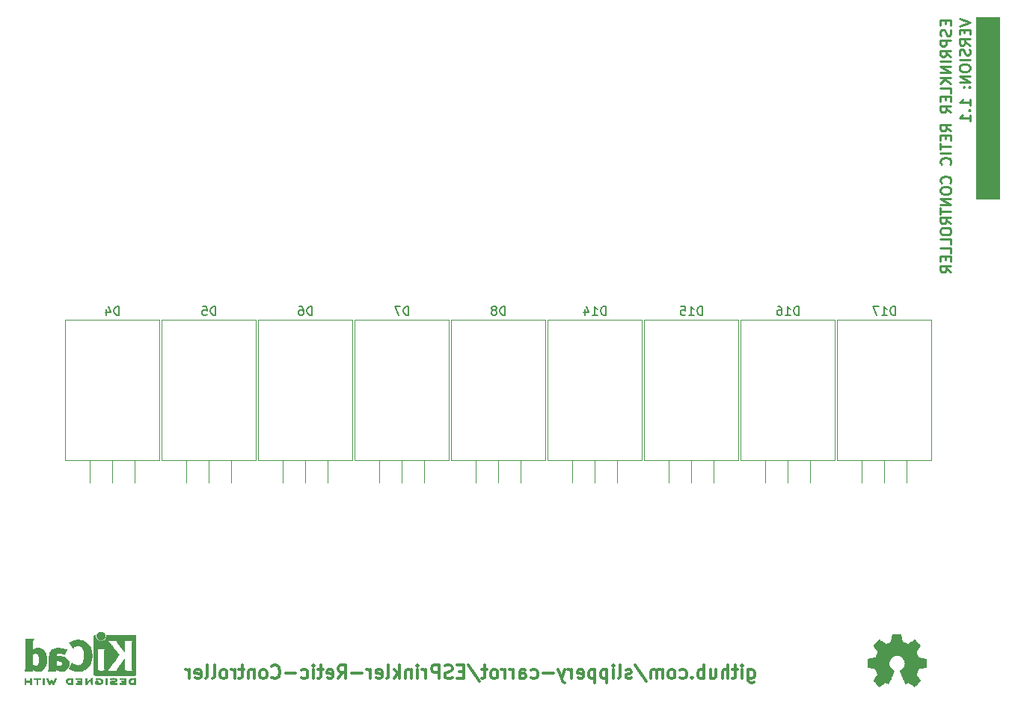
<source format=gbr>
%TF.GenerationSoftware,KiCad,Pcbnew,9.0.0*%
%TF.CreationDate,2025-07-11T15:45:50+08:00*%
%TF.ProjectId,ESPrinkler Retic PCB,45535072-696e-46b6-9c65-722052657469,rev?*%
%TF.SameCoordinates,Original*%
%TF.FileFunction,Legend,Bot*%
%TF.FilePolarity,Positive*%
%FSLAX46Y46*%
G04 Gerber Fmt 4.6, Leading zero omitted, Abs format (unit mm)*
G04 Created by KiCad (PCBNEW 9.0.0) date 2025-07-11 15:45:50*
%MOMM*%
%LPD*%
G01*
G04 APERTURE LIST*
%ADD10C,0.100000*%
%ADD11C,0.250000*%
%ADD12C,0.300000*%
%ADD13C,0.150000*%
%ADD14C,0.120000*%
%ADD15C,0.010000*%
G04 APERTURE END LIST*
D10*
X249364500Y-73152000D02*
X252031500Y-73152000D01*
X252031500Y-93726000D01*
X249364500Y-93726000D01*
X249364500Y-73152000D01*
G36*
X249364500Y-73152000D02*
G01*
X252031500Y-73152000D01*
X252031500Y-93726000D01*
X249364500Y-93726000D01*
X249364500Y-73152000D01*
G37*
D11*
X247500142Y-73380758D02*
X248700142Y-73780758D01*
X248700142Y-73780758D02*
X247500142Y-74180758D01*
X248071571Y-74580758D02*
X248071571Y-74980758D01*
X248700142Y-75152186D02*
X248700142Y-74580758D01*
X248700142Y-74580758D02*
X247500142Y-74580758D01*
X247500142Y-74580758D02*
X247500142Y-75152186D01*
X248700142Y-76352186D02*
X248128714Y-75952186D01*
X248700142Y-75666472D02*
X247500142Y-75666472D01*
X247500142Y-75666472D02*
X247500142Y-76123615D01*
X247500142Y-76123615D02*
X247557285Y-76237900D01*
X247557285Y-76237900D02*
X247614428Y-76295043D01*
X247614428Y-76295043D02*
X247728714Y-76352186D01*
X247728714Y-76352186D02*
X247900142Y-76352186D01*
X247900142Y-76352186D02*
X248014428Y-76295043D01*
X248014428Y-76295043D02*
X248071571Y-76237900D01*
X248071571Y-76237900D02*
X248128714Y-76123615D01*
X248128714Y-76123615D02*
X248128714Y-75666472D01*
X248643000Y-76809329D02*
X248700142Y-76980758D01*
X248700142Y-76980758D02*
X248700142Y-77266472D01*
X248700142Y-77266472D02*
X248643000Y-77380758D01*
X248643000Y-77380758D02*
X248585857Y-77437900D01*
X248585857Y-77437900D02*
X248471571Y-77495043D01*
X248471571Y-77495043D02*
X248357285Y-77495043D01*
X248357285Y-77495043D02*
X248243000Y-77437900D01*
X248243000Y-77437900D02*
X248185857Y-77380758D01*
X248185857Y-77380758D02*
X248128714Y-77266472D01*
X248128714Y-77266472D02*
X248071571Y-77037900D01*
X248071571Y-77037900D02*
X248014428Y-76923615D01*
X248014428Y-76923615D02*
X247957285Y-76866472D01*
X247957285Y-76866472D02*
X247843000Y-76809329D01*
X247843000Y-76809329D02*
X247728714Y-76809329D01*
X247728714Y-76809329D02*
X247614428Y-76866472D01*
X247614428Y-76866472D02*
X247557285Y-76923615D01*
X247557285Y-76923615D02*
X247500142Y-77037900D01*
X247500142Y-77037900D02*
X247500142Y-77323615D01*
X247500142Y-77323615D02*
X247557285Y-77495043D01*
X248700142Y-78009329D02*
X247500142Y-78009329D01*
X247500142Y-78809329D02*
X247500142Y-79037901D01*
X247500142Y-79037901D02*
X247557285Y-79152186D01*
X247557285Y-79152186D02*
X247671571Y-79266472D01*
X247671571Y-79266472D02*
X247900142Y-79323615D01*
X247900142Y-79323615D02*
X248300142Y-79323615D01*
X248300142Y-79323615D02*
X248528714Y-79266472D01*
X248528714Y-79266472D02*
X248643000Y-79152186D01*
X248643000Y-79152186D02*
X248700142Y-79037901D01*
X248700142Y-79037901D02*
X248700142Y-78809329D01*
X248700142Y-78809329D02*
X248643000Y-78695044D01*
X248643000Y-78695044D02*
X248528714Y-78580758D01*
X248528714Y-78580758D02*
X248300142Y-78523615D01*
X248300142Y-78523615D02*
X247900142Y-78523615D01*
X247900142Y-78523615D02*
X247671571Y-78580758D01*
X247671571Y-78580758D02*
X247557285Y-78695044D01*
X247557285Y-78695044D02*
X247500142Y-78809329D01*
X248700142Y-79837901D02*
X247500142Y-79837901D01*
X247500142Y-79837901D02*
X248700142Y-80523615D01*
X248700142Y-80523615D02*
X247500142Y-80523615D01*
X248585857Y-81095044D02*
X248643000Y-81152187D01*
X248643000Y-81152187D02*
X248700142Y-81095044D01*
X248700142Y-81095044D02*
X248643000Y-81037901D01*
X248643000Y-81037901D02*
X248585857Y-81095044D01*
X248585857Y-81095044D02*
X248700142Y-81095044D01*
X247957285Y-81095044D02*
X248014428Y-81152187D01*
X248014428Y-81152187D02*
X248071571Y-81095044D01*
X248071571Y-81095044D02*
X248014428Y-81037901D01*
X248014428Y-81037901D02*
X247957285Y-81095044D01*
X247957285Y-81095044D02*
X248071571Y-81095044D01*
X248700142Y-83209330D02*
X248700142Y-82523616D01*
X248700142Y-82866473D02*
X247500142Y-82866473D01*
X247500142Y-82866473D02*
X247671571Y-82752187D01*
X247671571Y-82752187D02*
X247785857Y-82637902D01*
X247785857Y-82637902D02*
X247843000Y-82523616D01*
X248585857Y-83723616D02*
X248643000Y-83780759D01*
X248643000Y-83780759D02*
X248700142Y-83723616D01*
X248700142Y-83723616D02*
X248643000Y-83666473D01*
X248643000Y-83666473D02*
X248585857Y-83723616D01*
X248585857Y-83723616D02*
X248700142Y-83723616D01*
X248700142Y-84923616D02*
X248700142Y-84237902D01*
X248700142Y-84580759D02*
X247500142Y-84580759D01*
X247500142Y-84580759D02*
X247671571Y-84466473D01*
X247671571Y-84466473D02*
X247785857Y-84352188D01*
X247785857Y-84352188D02*
X247843000Y-84237902D01*
X245912571Y-73552187D02*
X245912571Y-73952187D01*
X246541142Y-74123615D02*
X246541142Y-73552187D01*
X246541142Y-73552187D02*
X245341142Y-73552187D01*
X245341142Y-73552187D02*
X245341142Y-74123615D01*
X246484000Y-74580758D02*
X246541142Y-74752187D01*
X246541142Y-74752187D02*
X246541142Y-75037901D01*
X246541142Y-75037901D02*
X246484000Y-75152187D01*
X246484000Y-75152187D02*
X246426857Y-75209329D01*
X246426857Y-75209329D02*
X246312571Y-75266472D01*
X246312571Y-75266472D02*
X246198285Y-75266472D01*
X246198285Y-75266472D02*
X246084000Y-75209329D01*
X246084000Y-75209329D02*
X246026857Y-75152187D01*
X246026857Y-75152187D02*
X245969714Y-75037901D01*
X245969714Y-75037901D02*
X245912571Y-74809329D01*
X245912571Y-74809329D02*
X245855428Y-74695044D01*
X245855428Y-74695044D02*
X245798285Y-74637901D01*
X245798285Y-74637901D02*
X245684000Y-74580758D01*
X245684000Y-74580758D02*
X245569714Y-74580758D01*
X245569714Y-74580758D02*
X245455428Y-74637901D01*
X245455428Y-74637901D02*
X245398285Y-74695044D01*
X245398285Y-74695044D02*
X245341142Y-74809329D01*
X245341142Y-74809329D02*
X245341142Y-75095044D01*
X245341142Y-75095044D02*
X245398285Y-75266472D01*
X246541142Y-75780758D02*
X245341142Y-75780758D01*
X245341142Y-75780758D02*
X245341142Y-76237901D01*
X245341142Y-76237901D02*
X245398285Y-76352186D01*
X245398285Y-76352186D02*
X245455428Y-76409329D01*
X245455428Y-76409329D02*
X245569714Y-76466472D01*
X245569714Y-76466472D02*
X245741142Y-76466472D01*
X245741142Y-76466472D02*
X245855428Y-76409329D01*
X245855428Y-76409329D02*
X245912571Y-76352186D01*
X245912571Y-76352186D02*
X245969714Y-76237901D01*
X245969714Y-76237901D02*
X245969714Y-75780758D01*
X246541142Y-77666472D02*
X245969714Y-77266472D01*
X246541142Y-76980758D02*
X245341142Y-76980758D01*
X245341142Y-76980758D02*
X245341142Y-77437901D01*
X245341142Y-77437901D02*
X245398285Y-77552186D01*
X245398285Y-77552186D02*
X245455428Y-77609329D01*
X245455428Y-77609329D02*
X245569714Y-77666472D01*
X245569714Y-77666472D02*
X245741142Y-77666472D01*
X245741142Y-77666472D02*
X245855428Y-77609329D01*
X245855428Y-77609329D02*
X245912571Y-77552186D01*
X245912571Y-77552186D02*
X245969714Y-77437901D01*
X245969714Y-77437901D02*
X245969714Y-76980758D01*
X246541142Y-78180758D02*
X245341142Y-78180758D01*
X246541142Y-78752187D02*
X245341142Y-78752187D01*
X245341142Y-78752187D02*
X246541142Y-79437901D01*
X246541142Y-79437901D02*
X245341142Y-79437901D01*
X246541142Y-80009330D02*
X245341142Y-80009330D01*
X246541142Y-80695044D02*
X245855428Y-80180758D01*
X245341142Y-80695044D02*
X246026857Y-80009330D01*
X246541142Y-81780758D02*
X246541142Y-81209330D01*
X246541142Y-81209330D02*
X245341142Y-81209330D01*
X245912571Y-82180759D02*
X245912571Y-82580759D01*
X246541142Y-82752187D02*
X246541142Y-82180759D01*
X246541142Y-82180759D02*
X245341142Y-82180759D01*
X245341142Y-82180759D02*
X245341142Y-82752187D01*
X246541142Y-83952187D02*
X245969714Y-83552187D01*
X246541142Y-83266473D02*
X245341142Y-83266473D01*
X245341142Y-83266473D02*
X245341142Y-83723616D01*
X245341142Y-83723616D02*
X245398285Y-83837901D01*
X245398285Y-83837901D02*
X245455428Y-83895044D01*
X245455428Y-83895044D02*
X245569714Y-83952187D01*
X245569714Y-83952187D02*
X245741142Y-83952187D01*
X245741142Y-83952187D02*
X245855428Y-83895044D01*
X245855428Y-83895044D02*
X245912571Y-83837901D01*
X245912571Y-83837901D02*
X245969714Y-83723616D01*
X245969714Y-83723616D02*
X245969714Y-83266473D01*
X246541142Y-86066473D02*
X245969714Y-85666473D01*
X246541142Y-85380759D02*
X245341142Y-85380759D01*
X245341142Y-85380759D02*
X245341142Y-85837902D01*
X245341142Y-85837902D02*
X245398285Y-85952187D01*
X245398285Y-85952187D02*
X245455428Y-86009330D01*
X245455428Y-86009330D02*
X245569714Y-86066473D01*
X245569714Y-86066473D02*
X245741142Y-86066473D01*
X245741142Y-86066473D02*
X245855428Y-86009330D01*
X245855428Y-86009330D02*
X245912571Y-85952187D01*
X245912571Y-85952187D02*
X245969714Y-85837902D01*
X245969714Y-85837902D02*
X245969714Y-85380759D01*
X245912571Y-86580759D02*
X245912571Y-86980759D01*
X246541142Y-87152187D02*
X246541142Y-86580759D01*
X246541142Y-86580759D02*
X245341142Y-86580759D01*
X245341142Y-86580759D02*
X245341142Y-87152187D01*
X245341142Y-87495044D02*
X245341142Y-88180759D01*
X246541142Y-87837901D02*
X245341142Y-87837901D01*
X246541142Y-88580759D02*
X245341142Y-88580759D01*
X246426857Y-89837902D02*
X246484000Y-89780759D01*
X246484000Y-89780759D02*
X246541142Y-89609331D01*
X246541142Y-89609331D02*
X246541142Y-89495045D01*
X246541142Y-89495045D02*
X246484000Y-89323616D01*
X246484000Y-89323616D02*
X246369714Y-89209331D01*
X246369714Y-89209331D02*
X246255428Y-89152188D01*
X246255428Y-89152188D02*
X246026857Y-89095045D01*
X246026857Y-89095045D02*
X245855428Y-89095045D01*
X245855428Y-89095045D02*
X245626857Y-89152188D01*
X245626857Y-89152188D02*
X245512571Y-89209331D01*
X245512571Y-89209331D02*
X245398285Y-89323616D01*
X245398285Y-89323616D02*
X245341142Y-89495045D01*
X245341142Y-89495045D02*
X245341142Y-89609331D01*
X245341142Y-89609331D02*
X245398285Y-89780759D01*
X245398285Y-89780759D02*
X245455428Y-89837902D01*
X246426857Y-91952188D02*
X246484000Y-91895045D01*
X246484000Y-91895045D02*
X246541142Y-91723617D01*
X246541142Y-91723617D02*
X246541142Y-91609331D01*
X246541142Y-91609331D02*
X246484000Y-91437902D01*
X246484000Y-91437902D02*
X246369714Y-91323617D01*
X246369714Y-91323617D02*
X246255428Y-91266474D01*
X246255428Y-91266474D02*
X246026857Y-91209331D01*
X246026857Y-91209331D02*
X245855428Y-91209331D01*
X245855428Y-91209331D02*
X245626857Y-91266474D01*
X245626857Y-91266474D02*
X245512571Y-91323617D01*
X245512571Y-91323617D02*
X245398285Y-91437902D01*
X245398285Y-91437902D02*
X245341142Y-91609331D01*
X245341142Y-91609331D02*
X245341142Y-91723617D01*
X245341142Y-91723617D02*
X245398285Y-91895045D01*
X245398285Y-91895045D02*
X245455428Y-91952188D01*
X245341142Y-92695045D02*
X245341142Y-92923617D01*
X245341142Y-92923617D02*
X245398285Y-93037902D01*
X245398285Y-93037902D02*
X245512571Y-93152188D01*
X245512571Y-93152188D02*
X245741142Y-93209331D01*
X245741142Y-93209331D02*
X246141142Y-93209331D01*
X246141142Y-93209331D02*
X246369714Y-93152188D01*
X246369714Y-93152188D02*
X246484000Y-93037902D01*
X246484000Y-93037902D02*
X246541142Y-92923617D01*
X246541142Y-92923617D02*
X246541142Y-92695045D01*
X246541142Y-92695045D02*
X246484000Y-92580760D01*
X246484000Y-92580760D02*
X246369714Y-92466474D01*
X246369714Y-92466474D02*
X246141142Y-92409331D01*
X246141142Y-92409331D02*
X245741142Y-92409331D01*
X245741142Y-92409331D02*
X245512571Y-92466474D01*
X245512571Y-92466474D02*
X245398285Y-92580760D01*
X245398285Y-92580760D02*
X245341142Y-92695045D01*
X246541142Y-93723617D02*
X245341142Y-93723617D01*
X245341142Y-93723617D02*
X246541142Y-94409331D01*
X246541142Y-94409331D02*
X245341142Y-94409331D01*
X245341142Y-94809331D02*
X245341142Y-95495046D01*
X246541142Y-95152188D02*
X245341142Y-95152188D01*
X246541142Y-96580760D02*
X245969714Y-96180760D01*
X246541142Y-95895046D02*
X245341142Y-95895046D01*
X245341142Y-95895046D02*
X245341142Y-96352189D01*
X245341142Y-96352189D02*
X245398285Y-96466474D01*
X245398285Y-96466474D02*
X245455428Y-96523617D01*
X245455428Y-96523617D02*
X245569714Y-96580760D01*
X245569714Y-96580760D02*
X245741142Y-96580760D01*
X245741142Y-96580760D02*
X245855428Y-96523617D01*
X245855428Y-96523617D02*
X245912571Y-96466474D01*
X245912571Y-96466474D02*
X245969714Y-96352189D01*
X245969714Y-96352189D02*
X245969714Y-95895046D01*
X245341142Y-97323617D02*
X245341142Y-97552189D01*
X245341142Y-97552189D02*
X245398285Y-97666474D01*
X245398285Y-97666474D02*
X245512571Y-97780760D01*
X245512571Y-97780760D02*
X245741142Y-97837903D01*
X245741142Y-97837903D02*
X246141142Y-97837903D01*
X246141142Y-97837903D02*
X246369714Y-97780760D01*
X246369714Y-97780760D02*
X246484000Y-97666474D01*
X246484000Y-97666474D02*
X246541142Y-97552189D01*
X246541142Y-97552189D02*
X246541142Y-97323617D01*
X246541142Y-97323617D02*
X246484000Y-97209332D01*
X246484000Y-97209332D02*
X246369714Y-97095046D01*
X246369714Y-97095046D02*
X246141142Y-97037903D01*
X246141142Y-97037903D02*
X245741142Y-97037903D01*
X245741142Y-97037903D02*
X245512571Y-97095046D01*
X245512571Y-97095046D02*
X245398285Y-97209332D01*
X245398285Y-97209332D02*
X245341142Y-97323617D01*
X246541142Y-98923617D02*
X246541142Y-98352189D01*
X246541142Y-98352189D02*
X245341142Y-98352189D01*
X246541142Y-99895046D02*
X246541142Y-99323618D01*
X246541142Y-99323618D02*
X245341142Y-99323618D01*
X245912571Y-100295047D02*
X245912571Y-100695047D01*
X246541142Y-100866475D02*
X246541142Y-100295047D01*
X246541142Y-100295047D02*
X245341142Y-100295047D01*
X245341142Y-100295047D02*
X245341142Y-100866475D01*
X246541142Y-102066475D02*
X245969714Y-101666475D01*
X246541142Y-101380761D02*
X245341142Y-101380761D01*
X245341142Y-101380761D02*
X245341142Y-101837904D01*
X245341142Y-101837904D02*
X245398285Y-101952189D01*
X245398285Y-101952189D02*
X245455428Y-102009332D01*
X245455428Y-102009332D02*
X245569714Y-102066475D01*
X245569714Y-102066475D02*
X245741142Y-102066475D01*
X245741142Y-102066475D02*
X245855428Y-102009332D01*
X245855428Y-102009332D02*
X245912571Y-101952189D01*
X245912571Y-101952189D02*
X245969714Y-101837904D01*
X245969714Y-101837904D02*
X245969714Y-101380761D01*
D12*
X223592632Y-147125328D02*
X223592632Y-148339614D01*
X223592632Y-148339614D02*
X223664060Y-148482471D01*
X223664060Y-148482471D02*
X223735489Y-148553900D01*
X223735489Y-148553900D02*
X223878346Y-148625328D01*
X223878346Y-148625328D02*
X224092632Y-148625328D01*
X224092632Y-148625328D02*
X224235489Y-148553900D01*
X223592632Y-148053900D02*
X223735489Y-148125328D01*
X223735489Y-148125328D02*
X224021203Y-148125328D01*
X224021203Y-148125328D02*
X224164060Y-148053900D01*
X224164060Y-148053900D02*
X224235489Y-147982471D01*
X224235489Y-147982471D02*
X224306917Y-147839614D01*
X224306917Y-147839614D02*
X224306917Y-147411042D01*
X224306917Y-147411042D02*
X224235489Y-147268185D01*
X224235489Y-147268185D02*
X224164060Y-147196757D01*
X224164060Y-147196757D02*
X224021203Y-147125328D01*
X224021203Y-147125328D02*
X223735489Y-147125328D01*
X223735489Y-147125328D02*
X223592632Y-147196757D01*
X222878346Y-148125328D02*
X222878346Y-147125328D01*
X222878346Y-146625328D02*
X222949774Y-146696757D01*
X222949774Y-146696757D02*
X222878346Y-146768185D01*
X222878346Y-146768185D02*
X222806917Y-146696757D01*
X222806917Y-146696757D02*
X222878346Y-146625328D01*
X222878346Y-146625328D02*
X222878346Y-146768185D01*
X222378345Y-147125328D02*
X221806917Y-147125328D01*
X222164060Y-146625328D02*
X222164060Y-147911042D01*
X222164060Y-147911042D02*
X222092631Y-148053900D01*
X222092631Y-148053900D02*
X221949774Y-148125328D01*
X221949774Y-148125328D02*
X221806917Y-148125328D01*
X221306917Y-148125328D02*
X221306917Y-146625328D01*
X220664060Y-148125328D02*
X220664060Y-147339614D01*
X220664060Y-147339614D02*
X220735488Y-147196757D01*
X220735488Y-147196757D02*
X220878345Y-147125328D01*
X220878345Y-147125328D02*
X221092631Y-147125328D01*
X221092631Y-147125328D02*
X221235488Y-147196757D01*
X221235488Y-147196757D02*
X221306917Y-147268185D01*
X219306917Y-147125328D02*
X219306917Y-148125328D01*
X219949774Y-147125328D02*
X219949774Y-147911042D01*
X219949774Y-147911042D02*
X219878345Y-148053900D01*
X219878345Y-148053900D02*
X219735488Y-148125328D01*
X219735488Y-148125328D02*
X219521202Y-148125328D01*
X219521202Y-148125328D02*
X219378345Y-148053900D01*
X219378345Y-148053900D02*
X219306917Y-147982471D01*
X218592631Y-148125328D02*
X218592631Y-146625328D01*
X218592631Y-147196757D02*
X218449774Y-147125328D01*
X218449774Y-147125328D02*
X218164059Y-147125328D01*
X218164059Y-147125328D02*
X218021202Y-147196757D01*
X218021202Y-147196757D02*
X217949774Y-147268185D01*
X217949774Y-147268185D02*
X217878345Y-147411042D01*
X217878345Y-147411042D02*
X217878345Y-147839614D01*
X217878345Y-147839614D02*
X217949774Y-147982471D01*
X217949774Y-147982471D02*
X218021202Y-148053900D01*
X218021202Y-148053900D02*
X218164059Y-148125328D01*
X218164059Y-148125328D02*
X218449774Y-148125328D01*
X218449774Y-148125328D02*
X218592631Y-148053900D01*
X217235488Y-147982471D02*
X217164059Y-148053900D01*
X217164059Y-148053900D02*
X217235488Y-148125328D01*
X217235488Y-148125328D02*
X217306916Y-148053900D01*
X217306916Y-148053900D02*
X217235488Y-147982471D01*
X217235488Y-147982471D02*
X217235488Y-148125328D01*
X215878345Y-148053900D02*
X216021202Y-148125328D01*
X216021202Y-148125328D02*
X216306916Y-148125328D01*
X216306916Y-148125328D02*
X216449773Y-148053900D01*
X216449773Y-148053900D02*
X216521202Y-147982471D01*
X216521202Y-147982471D02*
X216592630Y-147839614D01*
X216592630Y-147839614D02*
X216592630Y-147411042D01*
X216592630Y-147411042D02*
X216521202Y-147268185D01*
X216521202Y-147268185D02*
X216449773Y-147196757D01*
X216449773Y-147196757D02*
X216306916Y-147125328D01*
X216306916Y-147125328D02*
X216021202Y-147125328D01*
X216021202Y-147125328D02*
X215878345Y-147196757D01*
X215021202Y-148125328D02*
X215164059Y-148053900D01*
X215164059Y-148053900D02*
X215235488Y-147982471D01*
X215235488Y-147982471D02*
X215306916Y-147839614D01*
X215306916Y-147839614D02*
X215306916Y-147411042D01*
X215306916Y-147411042D02*
X215235488Y-147268185D01*
X215235488Y-147268185D02*
X215164059Y-147196757D01*
X215164059Y-147196757D02*
X215021202Y-147125328D01*
X215021202Y-147125328D02*
X214806916Y-147125328D01*
X214806916Y-147125328D02*
X214664059Y-147196757D01*
X214664059Y-147196757D02*
X214592631Y-147268185D01*
X214592631Y-147268185D02*
X214521202Y-147411042D01*
X214521202Y-147411042D02*
X214521202Y-147839614D01*
X214521202Y-147839614D02*
X214592631Y-147982471D01*
X214592631Y-147982471D02*
X214664059Y-148053900D01*
X214664059Y-148053900D02*
X214806916Y-148125328D01*
X214806916Y-148125328D02*
X215021202Y-148125328D01*
X213878345Y-148125328D02*
X213878345Y-147125328D01*
X213878345Y-147268185D02*
X213806916Y-147196757D01*
X213806916Y-147196757D02*
X213664059Y-147125328D01*
X213664059Y-147125328D02*
X213449773Y-147125328D01*
X213449773Y-147125328D02*
X213306916Y-147196757D01*
X213306916Y-147196757D02*
X213235488Y-147339614D01*
X213235488Y-147339614D02*
X213235488Y-148125328D01*
X213235488Y-147339614D02*
X213164059Y-147196757D01*
X213164059Y-147196757D02*
X213021202Y-147125328D01*
X213021202Y-147125328D02*
X212806916Y-147125328D01*
X212806916Y-147125328D02*
X212664059Y-147196757D01*
X212664059Y-147196757D02*
X212592630Y-147339614D01*
X212592630Y-147339614D02*
X212592630Y-148125328D01*
X210806916Y-146553900D02*
X212092630Y-148482471D01*
X210378344Y-148053900D02*
X210235487Y-148125328D01*
X210235487Y-148125328D02*
X209949773Y-148125328D01*
X209949773Y-148125328D02*
X209806916Y-148053900D01*
X209806916Y-148053900D02*
X209735487Y-147911042D01*
X209735487Y-147911042D02*
X209735487Y-147839614D01*
X209735487Y-147839614D02*
X209806916Y-147696757D01*
X209806916Y-147696757D02*
X209949773Y-147625328D01*
X209949773Y-147625328D02*
X210164059Y-147625328D01*
X210164059Y-147625328D02*
X210306916Y-147553900D01*
X210306916Y-147553900D02*
X210378344Y-147411042D01*
X210378344Y-147411042D02*
X210378344Y-147339614D01*
X210378344Y-147339614D02*
X210306916Y-147196757D01*
X210306916Y-147196757D02*
X210164059Y-147125328D01*
X210164059Y-147125328D02*
X209949773Y-147125328D01*
X209949773Y-147125328D02*
X209806916Y-147196757D01*
X208878344Y-148125328D02*
X209021201Y-148053900D01*
X209021201Y-148053900D02*
X209092630Y-147911042D01*
X209092630Y-147911042D02*
X209092630Y-146625328D01*
X208306916Y-148125328D02*
X208306916Y-147125328D01*
X208306916Y-146625328D02*
X208378344Y-146696757D01*
X208378344Y-146696757D02*
X208306916Y-146768185D01*
X208306916Y-146768185D02*
X208235487Y-146696757D01*
X208235487Y-146696757D02*
X208306916Y-146625328D01*
X208306916Y-146625328D02*
X208306916Y-146768185D01*
X207592630Y-147125328D02*
X207592630Y-148625328D01*
X207592630Y-147196757D02*
X207449773Y-147125328D01*
X207449773Y-147125328D02*
X207164058Y-147125328D01*
X207164058Y-147125328D02*
X207021201Y-147196757D01*
X207021201Y-147196757D02*
X206949773Y-147268185D01*
X206949773Y-147268185D02*
X206878344Y-147411042D01*
X206878344Y-147411042D02*
X206878344Y-147839614D01*
X206878344Y-147839614D02*
X206949773Y-147982471D01*
X206949773Y-147982471D02*
X207021201Y-148053900D01*
X207021201Y-148053900D02*
X207164058Y-148125328D01*
X207164058Y-148125328D02*
X207449773Y-148125328D01*
X207449773Y-148125328D02*
X207592630Y-148053900D01*
X206235487Y-147125328D02*
X206235487Y-148625328D01*
X206235487Y-147196757D02*
X206092630Y-147125328D01*
X206092630Y-147125328D02*
X205806915Y-147125328D01*
X205806915Y-147125328D02*
X205664058Y-147196757D01*
X205664058Y-147196757D02*
X205592630Y-147268185D01*
X205592630Y-147268185D02*
X205521201Y-147411042D01*
X205521201Y-147411042D02*
X205521201Y-147839614D01*
X205521201Y-147839614D02*
X205592630Y-147982471D01*
X205592630Y-147982471D02*
X205664058Y-148053900D01*
X205664058Y-148053900D02*
X205806915Y-148125328D01*
X205806915Y-148125328D02*
X206092630Y-148125328D01*
X206092630Y-148125328D02*
X206235487Y-148053900D01*
X204306915Y-148053900D02*
X204449772Y-148125328D01*
X204449772Y-148125328D02*
X204735487Y-148125328D01*
X204735487Y-148125328D02*
X204878344Y-148053900D01*
X204878344Y-148053900D02*
X204949772Y-147911042D01*
X204949772Y-147911042D02*
X204949772Y-147339614D01*
X204949772Y-147339614D02*
X204878344Y-147196757D01*
X204878344Y-147196757D02*
X204735487Y-147125328D01*
X204735487Y-147125328D02*
X204449772Y-147125328D01*
X204449772Y-147125328D02*
X204306915Y-147196757D01*
X204306915Y-147196757D02*
X204235487Y-147339614D01*
X204235487Y-147339614D02*
X204235487Y-147482471D01*
X204235487Y-147482471D02*
X204949772Y-147625328D01*
X203592630Y-148125328D02*
X203592630Y-147125328D01*
X203592630Y-147411042D02*
X203521201Y-147268185D01*
X203521201Y-147268185D02*
X203449773Y-147196757D01*
X203449773Y-147196757D02*
X203306915Y-147125328D01*
X203306915Y-147125328D02*
X203164058Y-147125328D01*
X202806916Y-147125328D02*
X202449773Y-148125328D01*
X202092630Y-147125328D02*
X202449773Y-148125328D01*
X202449773Y-148125328D02*
X202592630Y-148482471D01*
X202592630Y-148482471D02*
X202664059Y-148553900D01*
X202664059Y-148553900D02*
X202806916Y-148625328D01*
X201521202Y-147553900D02*
X200378345Y-147553900D01*
X199021202Y-148053900D02*
X199164059Y-148125328D01*
X199164059Y-148125328D02*
X199449773Y-148125328D01*
X199449773Y-148125328D02*
X199592630Y-148053900D01*
X199592630Y-148053900D02*
X199664059Y-147982471D01*
X199664059Y-147982471D02*
X199735487Y-147839614D01*
X199735487Y-147839614D02*
X199735487Y-147411042D01*
X199735487Y-147411042D02*
X199664059Y-147268185D01*
X199664059Y-147268185D02*
X199592630Y-147196757D01*
X199592630Y-147196757D02*
X199449773Y-147125328D01*
X199449773Y-147125328D02*
X199164059Y-147125328D01*
X199164059Y-147125328D02*
X199021202Y-147196757D01*
X197735488Y-148125328D02*
X197735488Y-147339614D01*
X197735488Y-147339614D02*
X197806916Y-147196757D01*
X197806916Y-147196757D02*
X197949773Y-147125328D01*
X197949773Y-147125328D02*
X198235488Y-147125328D01*
X198235488Y-147125328D02*
X198378345Y-147196757D01*
X197735488Y-148053900D02*
X197878345Y-148125328D01*
X197878345Y-148125328D02*
X198235488Y-148125328D01*
X198235488Y-148125328D02*
X198378345Y-148053900D01*
X198378345Y-148053900D02*
X198449773Y-147911042D01*
X198449773Y-147911042D02*
X198449773Y-147768185D01*
X198449773Y-147768185D02*
X198378345Y-147625328D01*
X198378345Y-147625328D02*
X198235488Y-147553900D01*
X198235488Y-147553900D02*
X197878345Y-147553900D01*
X197878345Y-147553900D02*
X197735488Y-147482471D01*
X197021202Y-148125328D02*
X197021202Y-147125328D01*
X197021202Y-147411042D02*
X196949773Y-147268185D01*
X196949773Y-147268185D02*
X196878345Y-147196757D01*
X196878345Y-147196757D02*
X196735487Y-147125328D01*
X196735487Y-147125328D02*
X196592630Y-147125328D01*
X196092631Y-148125328D02*
X196092631Y-147125328D01*
X196092631Y-147411042D02*
X196021202Y-147268185D01*
X196021202Y-147268185D02*
X195949774Y-147196757D01*
X195949774Y-147196757D02*
X195806916Y-147125328D01*
X195806916Y-147125328D02*
X195664059Y-147125328D01*
X194949774Y-148125328D02*
X195092631Y-148053900D01*
X195092631Y-148053900D02*
X195164060Y-147982471D01*
X195164060Y-147982471D02*
X195235488Y-147839614D01*
X195235488Y-147839614D02*
X195235488Y-147411042D01*
X195235488Y-147411042D02*
X195164060Y-147268185D01*
X195164060Y-147268185D02*
X195092631Y-147196757D01*
X195092631Y-147196757D02*
X194949774Y-147125328D01*
X194949774Y-147125328D02*
X194735488Y-147125328D01*
X194735488Y-147125328D02*
X194592631Y-147196757D01*
X194592631Y-147196757D02*
X194521203Y-147268185D01*
X194521203Y-147268185D02*
X194449774Y-147411042D01*
X194449774Y-147411042D02*
X194449774Y-147839614D01*
X194449774Y-147839614D02*
X194521203Y-147982471D01*
X194521203Y-147982471D02*
X194592631Y-148053900D01*
X194592631Y-148053900D02*
X194735488Y-148125328D01*
X194735488Y-148125328D02*
X194949774Y-148125328D01*
X194021202Y-147125328D02*
X193449774Y-147125328D01*
X193806917Y-146625328D02*
X193806917Y-147911042D01*
X193806917Y-147911042D02*
X193735488Y-148053900D01*
X193735488Y-148053900D02*
X193592631Y-148125328D01*
X193592631Y-148125328D02*
X193449774Y-148125328D01*
X191878345Y-146553900D02*
X193164059Y-148482471D01*
X191378345Y-147339614D02*
X190878345Y-147339614D01*
X190664059Y-148125328D02*
X191378345Y-148125328D01*
X191378345Y-148125328D02*
X191378345Y-146625328D01*
X191378345Y-146625328D02*
X190664059Y-146625328D01*
X190092630Y-148053900D02*
X189878345Y-148125328D01*
X189878345Y-148125328D02*
X189521202Y-148125328D01*
X189521202Y-148125328D02*
X189378345Y-148053900D01*
X189378345Y-148053900D02*
X189306916Y-147982471D01*
X189306916Y-147982471D02*
X189235487Y-147839614D01*
X189235487Y-147839614D02*
X189235487Y-147696757D01*
X189235487Y-147696757D02*
X189306916Y-147553900D01*
X189306916Y-147553900D02*
X189378345Y-147482471D01*
X189378345Y-147482471D02*
X189521202Y-147411042D01*
X189521202Y-147411042D02*
X189806916Y-147339614D01*
X189806916Y-147339614D02*
X189949773Y-147268185D01*
X189949773Y-147268185D02*
X190021202Y-147196757D01*
X190021202Y-147196757D02*
X190092630Y-147053900D01*
X190092630Y-147053900D02*
X190092630Y-146911042D01*
X190092630Y-146911042D02*
X190021202Y-146768185D01*
X190021202Y-146768185D02*
X189949773Y-146696757D01*
X189949773Y-146696757D02*
X189806916Y-146625328D01*
X189806916Y-146625328D02*
X189449773Y-146625328D01*
X189449773Y-146625328D02*
X189235487Y-146696757D01*
X188592631Y-148125328D02*
X188592631Y-146625328D01*
X188592631Y-146625328D02*
X188021202Y-146625328D01*
X188021202Y-146625328D02*
X187878345Y-146696757D01*
X187878345Y-146696757D02*
X187806916Y-146768185D01*
X187806916Y-146768185D02*
X187735488Y-146911042D01*
X187735488Y-146911042D02*
X187735488Y-147125328D01*
X187735488Y-147125328D02*
X187806916Y-147268185D01*
X187806916Y-147268185D02*
X187878345Y-147339614D01*
X187878345Y-147339614D02*
X188021202Y-147411042D01*
X188021202Y-147411042D02*
X188592631Y-147411042D01*
X187092631Y-148125328D02*
X187092631Y-147125328D01*
X187092631Y-147411042D02*
X187021202Y-147268185D01*
X187021202Y-147268185D02*
X186949774Y-147196757D01*
X186949774Y-147196757D02*
X186806916Y-147125328D01*
X186806916Y-147125328D02*
X186664059Y-147125328D01*
X186164060Y-148125328D02*
X186164060Y-147125328D01*
X186164060Y-146625328D02*
X186235488Y-146696757D01*
X186235488Y-146696757D02*
X186164060Y-146768185D01*
X186164060Y-146768185D02*
X186092631Y-146696757D01*
X186092631Y-146696757D02*
X186164060Y-146625328D01*
X186164060Y-146625328D02*
X186164060Y-146768185D01*
X185449774Y-147125328D02*
X185449774Y-148125328D01*
X185449774Y-147268185D02*
X185378345Y-147196757D01*
X185378345Y-147196757D02*
X185235488Y-147125328D01*
X185235488Y-147125328D02*
X185021202Y-147125328D01*
X185021202Y-147125328D02*
X184878345Y-147196757D01*
X184878345Y-147196757D02*
X184806917Y-147339614D01*
X184806917Y-147339614D02*
X184806917Y-148125328D01*
X184092631Y-148125328D02*
X184092631Y-146625328D01*
X183949774Y-147553900D02*
X183521202Y-148125328D01*
X183521202Y-147125328D02*
X184092631Y-147696757D01*
X182664059Y-148125328D02*
X182806916Y-148053900D01*
X182806916Y-148053900D02*
X182878345Y-147911042D01*
X182878345Y-147911042D02*
X182878345Y-146625328D01*
X181521202Y-148053900D02*
X181664059Y-148125328D01*
X181664059Y-148125328D02*
X181949774Y-148125328D01*
X181949774Y-148125328D02*
X182092631Y-148053900D01*
X182092631Y-148053900D02*
X182164059Y-147911042D01*
X182164059Y-147911042D02*
X182164059Y-147339614D01*
X182164059Y-147339614D02*
X182092631Y-147196757D01*
X182092631Y-147196757D02*
X181949774Y-147125328D01*
X181949774Y-147125328D02*
X181664059Y-147125328D01*
X181664059Y-147125328D02*
X181521202Y-147196757D01*
X181521202Y-147196757D02*
X181449774Y-147339614D01*
X181449774Y-147339614D02*
X181449774Y-147482471D01*
X181449774Y-147482471D02*
X182164059Y-147625328D01*
X180806917Y-148125328D02*
X180806917Y-147125328D01*
X180806917Y-147411042D02*
X180735488Y-147268185D01*
X180735488Y-147268185D02*
X180664060Y-147196757D01*
X180664060Y-147196757D02*
X180521202Y-147125328D01*
X180521202Y-147125328D02*
X180378345Y-147125328D01*
X179878346Y-147553900D02*
X178735489Y-147553900D01*
X177164060Y-148125328D02*
X177664060Y-147411042D01*
X178021203Y-148125328D02*
X178021203Y-146625328D01*
X178021203Y-146625328D02*
X177449774Y-146625328D01*
X177449774Y-146625328D02*
X177306917Y-146696757D01*
X177306917Y-146696757D02*
X177235488Y-146768185D01*
X177235488Y-146768185D02*
X177164060Y-146911042D01*
X177164060Y-146911042D02*
X177164060Y-147125328D01*
X177164060Y-147125328D02*
X177235488Y-147268185D01*
X177235488Y-147268185D02*
X177306917Y-147339614D01*
X177306917Y-147339614D02*
X177449774Y-147411042D01*
X177449774Y-147411042D02*
X178021203Y-147411042D01*
X175949774Y-148053900D02*
X176092631Y-148125328D01*
X176092631Y-148125328D02*
X176378346Y-148125328D01*
X176378346Y-148125328D02*
X176521203Y-148053900D01*
X176521203Y-148053900D02*
X176592631Y-147911042D01*
X176592631Y-147911042D02*
X176592631Y-147339614D01*
X176592631Y-147339614D02*
X176521203Y-147196757D01*
X176521203Y-147196757D02*
X176378346Y-147125328D01*
X176378346Y-147125328D02*
X176092631Y-147125328D01*
X176092631Y-147125328D02*
X175949774Y-147196757D01*
X175949774Y-147196757D02*
X175878346Y-147339614D01*
X175878346Y-147339614D02*
X175878346Y-147482471D01*
X175878346Y-147482471D02*
X176592631Y-147625328D01*
X175449774Y-147125328D02*
X174878346Y-147125328D01*
X175235489Y-146625328D02*
X175235489Y-147911042D01*
X175235489Y-147911042D02*
X175164060Y-148053900D01*
X175164060Y-148053900D02*
X175021203Y-148125328D01*
X175021203Y-148125328D02*
X174878346Y-148125328D01*
X174378346Y-148125328D02*
X174378346Y-147125328D01*
X174378346Y-146625328D02*
X174449774Y-146696757D01*
X174449774Y-146696757D02*
X174378346Y-146768185D01*
X174378346Y-146768185D02*
X174306917Y-146696757D01*
X174306917Y-146696757D02*
X174378346Y-146625328D01*
X174378346Y-146625328D02*
X174378346Y-146768185D01*
X173021203Y-148053900D02*
X173164060Y-148125328D01*
X173164060Y-148125328D02*
X173449774Y-148125328D01*
X173449774Y-148125328D02*
X173592631Y-148053900D01*
X173592631Y-148053900D02*
X173664060Y-147982471D01*
X173664060Y-147982471D02*
X173735488Y-147839614D01*
X173735488Y-147839614D02*
X173735488Y-147411042D01*
X173735488Y-147411042D02*
X173664060Y-147268185D01*
X173664060Y-147268185D02*
X173592631Y-147196757D01*
X173592631Y-147196757D02*
X173449774Y-147125328D01*
X173449774Y-147125328D02*
X173164060Y-147125328D01*
X173164060Y-147125328D02*
X173021203Y-147196757D01*
X172378346Y-147553900D02*
X171235489Y-147553900D01*
X169664060Y-147982471D02*
X169735488Y-148053900D01*
X169735488Y-148053900D02*
X169949774Y-148125328D01*
X169949774Y-148125328D02*
X170092631Y-148125328D01*
X170092631Y-148125328D02*
X170306917Y-148053900D01*
X170306917Y-148053900D02*
X170449774Y-147911042D01*
X170449774Y-147911042D02*
X170521203Y-147768185D01*
X170521203Y-147768185D02*
X170592631Y-147482471D01*
X170592631Y-147482471D02*
X170592631Y-147268185D01*
X170592631Y-147268185D02*
X170521203Y-146982471D01*
X170521203Y-146982471D02*
X170449774Y-146839614D01*
X170449774Y-146839614D02*
X170306917Y-146696757D01*
X170306917Y-146696757D02*
X170092631Y-146625328D01*
X170092631Y-146625328D02*
X169949774Y-146625328D01*
X169949774Y-146625328D02*
X169735488Y-146696757D01*
X169735488Y-146696757D02*
X169664060Y-146768185D01*
X168806917Y-148125328D02*
X168949774Y-148053900D01*
X168949774Y-148053900D02*
X169021203Y-147982471D01*
X169021203Y-147982471D02*
X169092631Y-147839614D01*
X169092631Y-147839614D02*
X169092631Y-147411042D01*
X169092631Y-147411042D02*
X169021203Y-147268185D01*
X169021203Y-147268185D02*
X168949774Y-147196757D01*
X168949774Y-147196757D02*
X168806917Y-147125328D01*
X168806917Y-147125328D02*
X168592631Y-147125328D01*
X168592631Y-147125328D02*
X168449774Y-147196757D01*
X168449774Y-147196757D02*
X168378346Y-147268185D01*
X168378346Y-147268185D02*
X168306917Y-147411042D01*
X168306917Y-147411042D02*
X168306917Y-147839614D01*
X168306917Y-147839614D02*
X168378346Y-147982471D01*
X168378346Y-147982471D02*
X168449774Y-148053900D01*
X168449774Y-148053900D02*
X168592631Y-148125328D01*
X168592631Y-148125328D02*
X168806917Y-148125328D01*
X167664060Y-147125328D02*
X167664060Y-148125328D01*
X167664060Y-147268185D02*
X167592631Y-147196757D01*
X167592631Y-147196757D02*
X167449774Y-147125328D01*
X167449774Y-147125328D02*
X167235488Y-147125328D01*
X167235488Y-147125328D02*
X167092631Y-147196757D01*
X167092631Y-147196757D02*
X167021203Y-147339614D01*
X167021203Y-147339614D02*
X167021203Y-148125328D01*
X166521202Y-147125328D02*
X165949774Y-147125328D01*
X166306917Y-146625328D02*
X166306917Y-147911042D01*
X166306917Y-147911042D02*
X166235488Y-148053900D01*
X166235488Y-148053900D02*
X166092631Y-148125328D01*
X166092631Y-148125328D02*
X165949774Y-148125328D01*
X165449774Y-148125328D02*
X165449774Y-147125328D01*
X165449774Y-147411042D02*
X165378345Y-147268185D01*
X165378345Y-147268185D02*
X165306917Y-147196757D01*
X165306917Y-147196757D02*
X165164059Y-147125328D01*
X165164059Y-147125328D02*
X165021202Y-147125328D01*
X164306917Y-148125328D02*
X164449774Y-148053900D01*
X164449774Y-148053900D02*
X164521203Y-147982471D01*
X164521203Y-147982471D02*
X164592631Y-147839614D01*
X164592631Y-147839614D02*
X164592631Y-147411042D01*
X164592631Y-147411042D02*
X164521203Y-147268185D01*
X164521203Y-147268185D02*
X164449774Y-147196757D01*
X164449774Y-147196757D02*
X164306917Y-147125328D01*
X164306917Y-147125328D02*
X164092631Y-147125328D01*
X164092631Y-147125328D02*
X163949774Y-147196757D01*
X163949774Y-147196757D02*
X163878346Y-147268185D01*
X163878346Y-147268185D02*
X163806917Y-147411042D01*
X163806917Y-147411042D02*
X163806917Y-147839614D01*
X163806917Y-147839614D02*
X163878346Y-147982471D01*
X163878346Y-147982471D02*
X163949774Y-148053900D01*
X163949774Y-148053900D02*
X164092631Y-148125328D01*
X164092631Y-148125328D02*
X164306917Y-148125328D01*
X162949774Y-148125328D02*
X163092631Y-148053900D01*
X163092631Y-148053900D02*
X163164060Y-147911042D01*
X163164060Y-147911042D02*
X163164060Y-146625328D01*
X162164060Y-148125328D02*
X162306917Y-148053900D01*
X162306917Y-148053900D02*
X162378346Y-147911042D01*
X162378346Y-147911042D02*
X162378346Y-146625328D01*
X161021203Y-148053900D02*
X161164060Y-148125328D01*
X161164060Y-148125328D02*
X161449775Y-148125328D01*
X161449775Y-148125328D02*
X161592632Y-148053900D01*
X161592632Y-148053900D02*
X161664060Y-147911042D01*
X161664060Y-147911042D02*
X161664060Y-147339614D01*
X161664060Y-147339614D02*
X161592632Y-147196757D01*
X161592632Y-147196757D02*
X161449775Y-147125328D01*
X161449775Y-147125328D02*
X161164060Y-147125328D01*
X161164060Y-147125328D02*
X161021203Y-147196757D01*
X161021203Y-147196757D02*
X160949775Y-147339614D01*
X160949775Y-147339614D02*
X160949775Y-147482471D01*
X160949775Y-147482471D02*
X161664060Y-147625328D01*
X160306918Y-148125328D02*
X160306918Y-147125328D01*
X160306918Y-147411042D02*
X160235489Y-147268185D01*
X160235489Y-147268185D02*
X160164061Y-147196757D01*
X160164061Y-147196757D02*
X160021203Y-147125328D01*
X160021203Y-147125328D02*
X159878346Y-147125328D01*
D13*
X240228285Y-106960819D02*
X240228285Y-105960819D01*
X240228285Y-105960819D02*
X239990190Y-105960819D01*
X239990190Y-105960819D02*
X239847333Y-106008438D01*
X239847333Y-106008438D02*
X239752095Y-106103676D01*
X239752095Y-106103676D02*
X239704476Y-106198914D01*
X239704476Y-106198914D02*
X239656857Y-106389390D01*
X239656857Y-106389390D02*
X239656857Y-106532247D01*
X239656857Y-106532247D02*
X239704476Y-106722723D01*
X239704476Y-106722723D02*
X239752095Y-106817961D01*
X239752095Y-106817961D02*
X239847333Y-106913200D01*
X239847333Y-106913200D02*
X239990190Y-106960819D01*
X239990190Y-106960819D02*
X240228285Y-106960819D01*
X238704476Y-106960819D02*
X239275904Y-106960819D01*
X238990190Y-106960819D02*
X238990190Y-105960819D01*
X238990190Y-105960819D02*
X239085428Y-106103676D01*
X239085428Y-106103676D02*
X239180666Y-106198914D01*
X239180666Y-106198914D02*
X239275904Y-106246533D01*
X238371142Y-105960819D02*
X237704476Y-105960819D01*
X237704476Y-105960819D02*
X238133047Y-106960819D01*
X229306285Y-106960819D02*
X229306285Y-105960819D01*
X229306285Y-105960819D02*
X229068190Y-105960819D01*
X229068190Y-105960819D02*
X228925333Y-106008438D01*
X228925333Y-106008438D02*
X228830095Y-106103676D01*
X228830095Y-106103676D02*
X228782476Y-106198914D01*
X228782476Y-106198914D02*
X228734857Y-106389390D01*
X228734857Y-106389390D02*
X228734857Y-106532247D01*
X228734857Y-106532247D02*
X228782476Y-106722723D01*
X228782476Y-106722723D02*
X228830095Y-106817961D01*
X228830095Y-106817961D02*
X228925333Y-106913200D01*
X228925333Y-106913200D02*
X229068190Y-106960819D01*
X229068190Y-106960819D02*
X229306285Y-106960819D01*
X227782476Y-106960819D02*
X228353904Y-106960819D01*
X228068190Y-106960819D02*
X228068190Y-105960819D01*
X228068190Y-105960819D02*
X228163428Y-106103676D01*
X228163428Y-106103676D02*
X228258666Y-106198914D01*
X228258666Y-106198914D02*
X228353904Y-106246533D01*
X226925333Y-105960819D02*
X227115809Y-105960819D01*
X227115809Y-105960819D02*
X227211047Y-106008438D01*
X227211047Y-106008438D02*
X227258666Y-106056057D01*
X227258666Y-106056057D02*
X227353904Y-106198914D01*
X227353904Y-106198914D02*
X227401523Y-106389390D01*
X227401523Y-106389390D02*
X227401523Y-106770342D01*
X227401523Y-106770342D02*
X227353904Y-106865580D01*
X227353904Y-106865580D02*
X227306285Y-106913200D01*
X227306285Y-106913200D02*
X227211047Y-106960819D01*
X227211047Y-106960819D02*
X227020571Y-106960819D01*
X227020571Y-106960819D02*
X226925333Y-106913200D01*
X226925333Y-106913200D02*
X226877714Y-106865580D01*
X226877714Y-106865580D02*
X226830095Y-106770342D01*
X226830095Y-106770342D02*
X226830095Y-106532247D01*
X226830095Y-106532247D02*
X226877714Y-106437009D01*
X226877714Y-106437009D02*
X226925333Y-106389390D01*
X226925333Y-106389390D02*
X227020571Y-106341771D01*
X227020571Y-106341771D02*
X227211047Y-106341771D01*
X227211047Y-106341771D02*
X227306285Y-106389390D01*
X227306285Y-106389390D02*
X227353904Y-106437009D01*
X227353904Y-106437009D02*
X227401523Y-106532247D01*
X218384285Y-106960819D02*
X218384285Y-105960819D01*
X218384285Y-105960819D02*
X218146190Y-105960819D01*
X218146190Y-105960819D02*
X218003333Y-106008438D01*
X218003333Y-106008438D02*
X217908095Y-106103676D01*
X217908095Y-106103676D02*
X217860476Y-106198914D01*
X217860476Y-106198914D02*
X217812857Y-106389390D01*
X217812857Y-106389390D02*
X217812857Y-106532247D01*
X217812857Y-106532247D02*
X217860476Y-106722723D01*
X217860476Y-106722723D02*
X217908095Y-106817961D01*
X217908095Y-106817961D02*
X218003333Y-106913200D01*
X218003333Y-106913200D02*
X218146190Y-106960819D01*
X218146190Y-106960819D02*
X218384285Y-106960819D01*
X216860476Y-106960819D02*
X217431904Y-106960819D01*
X217146190Y-106960819D02*
X217146190Y-105960819D01*
X217146190Y-105960819D02*
X217241428Y-106103676D01*
X217241428Y-106103676D02*
X217336666Y-106198914D01*
X217336666Y-106198914D02*
X217431904Y-106246533D01*
X215955714Y-105960819D02*
X216431904Y-105960819D01*
X216431904Y-105960819D02*
X216479523Y-106437009D01*
X216479523Y-106437009D02*
X216431904Y-106389390D01*
X216431904Y-106389390D02*
X216336666Y-106341771D01*
X216336666Y-106341771D02*
X216098571Y-106341771D01*
X216098571Y-106341771D02*
X216003333Y-106389390D01*
X216003333Y-106389390D02*
X215955714Y-106437009D01*
X215955714Y-106437009D02*
X215908095Y-106532247D01*
X215908095Y-106532247D02*
X215908095Y-106770342D01*
X215908095Y-106770342D02*
X215955714Y-106865580D01*
X215955714Y-106865580D02*
X216003333Y-106913200D01*
X216003333Y-106913200D02*
X216098571Y-106960819D01*
X216098571Y-106960819D02*
X216336666Y-106960819D01*
X216336666Y-106960819D02*
X216431904Y-106913200D01*
X216431904Y-106913200D02*
X216479523Y-106865580D01*
X207462285Y-106960819D02*
X207462285Y-105960819D01*
X207462285Y-105960819D02*
X207224190Y-105960819D01*
X207224190Y-105960819D02*
X207081333Y-106008438D01*
X207081333Y-106008438D02*
X206986095Y-106103676D01*
X206986095Y-106103676D02*
X206938476Y-106198914D01*
X206938476Y-106198914D02*
X206890857Y-106389390D01*
X206890857Y-106389390D02*
X206890857Y-106532247D01*
X206890857Y-106532247D02*
X206938476Y-106722723D01*
X206938476Y-106722723D02*
X206986095Y-106817961D01*
X206986095Y-106817961D02*
X207081333Y-106913200D01*
X207081333Y-106913200D02*
X207224190Y-106960819D01*
X207224190Y-106960819D02*
X207462285Y-106960819D01*
X205938476Y-106960819D02*
X206509904Y-106960819D01*
X206224190Y-106960819D02*
X206224190Y-105960819D01*
X206224190Y-105960819D02*
X206319428Y-106103676D01*
X206319428Y-106103676D02*
X206414666Y-106198914D01*
X206414666Y-106198914D02*
X206509904Y-106246533D01*
X205081333Y-106294152D02*
X205081333Y-106960819D01*
X205319428Y-105913200D02*
X205557523Y-106627485D01*
X205557523Y-106627485D02*
X204938476Y-106627485D01*
X196064094Y-106960819D02*
X196064094Y-105960819D01*
X196064094Y-105960819D02*
X195825999Y-105960819D01*
X195825999Y-105960819D02*
X195683142Y-106008438D01*
X195683142Y-106008438D02*
X195587904Y-106103676D01*
X195587904Y-106103676D02*
X195540285Y-106198914D01*
X195540285Y-106198914D02*
X195492666Y-106389390D01*
X195492666Y-106389390D02*
X195492666Y-106532247D01*
X195492666Y-106532247D02*
X195540285Y-106722723D01*
X195540285Y-106722723D02*
X195587904Y-106817961D01*
X195587904Y-106817961D02*
X195683142Y-106913200D01*
X195683142Y-106913200D02*
X195825999Y-106960819D01*
X195825999Y-106960819D02*
X196064094Y-106960819D01*
X194921237Y-106389390D02*
X195016475Y-106341771D01*
X195016475Y-106341771D02*
X195064094Y-106294152D01*
X195064094Y-106294152D02*
X195111713Y-106198914D01*
X195111713Y-106198914D02*
X195111713Y-106151295D01*
X195111713Y-106151295D02*
X195064094Y-106056057D01*
X195064094Y-106056057D02*
X195016475Y-106008438D01*
X195016475Y-106008438D02*
X194921237Y-105960819D01*
X194921237Y-105960819D02*
X194730761Y-105960819D01*
X194730761Y-105960819D02*
X194635523Y-106008438D01*
X194635523Y-106008438D02*
X194587904Y-106056057D01*
X194587904Y-106056057D02*
X194540285Y-106151295D01*
X194540285Y-106151295D02*
X194540285Y-106198914D01*
X194540285Y-106198914D02*
X194587904Y-106294152D01*
X194587904Y-106294152D02*
X194635523Y-106341771D01*
X194635523Y-106341771D02*
X194730761Y-106389390D01*
X194730761Y-106389390D02*
X194921237Y-106389390D01*
X194921237Y-106389390D02*
X195016475Y-106437009D01*
X195016475Y-106437009D02*
X195064094Y-106484628D01*
X195064094Y-106484628D02*
X195111713Y-106579866D01*
X195111713Y-106579866D02*
X195111713Y-106770342D01*
X195111713Y-106770342D02*
X195064094Y-106865580D01*
X195064094Y-106865580D02*
X195016475Y-106913200D01*
X195016475Y-106913200D02*
X194921237Y-106960819D01*
X194921237Y-106960819D02*
X194730761Y-106960819D01*
X194730761Y-106960819D02*
X194635523Y-106913200D01*
X194635523Y-106913200D02*
X194587904Y-106865580D01*
X194587904Y-106865580D02*
X194540285Y-106770342D01*
X194540285Y-106770342D02*
X194540285Y-106579866D01*
X194540285Y-106579866D02*
X194587904Y-106484628D01*
X194587904Y-106484628D02*
X194635523Y-106437009D01*
X194635523Y-106437009D02*
X194730761Y-106389390D01*
X185142094Y-106960819D02*
X185142094Y-105960819D01*
X185142094Y-105960819D02*
X184903999Y-105960819D01*
X184903999Y-105960819D02*
X184761142Y-106008438D01*
X184761142Y-106008438D02*
X184665904Y-106103676D01*
X184665904Y-106103676D02*
X184618285Y-106198914D01*
X184618285Y-106198914D02*
X184570666Y-106389390D01*
X184570666Y-106389390D02*
X184570666Y-106532247D01*
X184570666Y-106532247D02*
X184618285Y-106722723D01*
X184618285Y-106722723D02*
X184665904Y-106817961D01*
X184665904Y-106817961D02*
X184761142Y-106913200D01*
X184761142Y-106913200D02*
X184903999Y-106960819D01*
X184903999Y-106960819D02*
X185142094Y-106960819D01*
X184237332Y-105960819D02*
X183570666Y-105960819D01*
X183570666Y-105960819D02*
X183999237Y-106960819D01*
X174220094Y-106960819D02*
X174220094Y-105960819D01*
X174220094Y-105960819D02*
X173981999Y-105960819D01*
X173981999Y-105960819D02*
X173839142Y-106008438D01*
X173839142Y-106008438D02*
X173743904Y-106103676D01*
X173743904Y-106103676D02*
X173696285Y-106198914D01*
X173696285Y-106198914D02*
X173648666Y-106389390D01*
X173648666Y-106389390D02*
X173648666Y-106532247D01*
X173648666Y-106532247D02*
X173696285Y-106722723D01*
X173696285Y-106722723D02*
X173743904Y-106817961D01*
X173743904Y-106817961D02*
X173839142Y-106913200D01*
X173839142Y-106913200D02*
X173981999Y-106960819D01*
X173981999Y-106960819D02*
X174220094Y-106960819D01*
X172791523Y-105960819D02*
X172981999Y-105960819D01*
X172981999Y-105960819D02*
X173077237Y-106008438D01*
X173077237Y-106008438D02*
X173124856Y-106056057D01*
X173124856Y-106056057D02*
X173220094Y-106198914D01*
X173220094Y-106198914D02*
X173267713Y-106389390D01*
X173267713Y-106389390D02*
X173267713Y-106770342D01*
X173267713Y-106770342D02*
X173220094Y-106865580D01*
X173220094Y-106865580D02*
X173172475Y-106913200D01*
X173172475Y-106913200D02*
X173077237Y-106960819D01*
X173077237Y-106960819D02*
X172886761Y-106960819D01*
X172886761Y-106960819D02*
X172791523Y-106913200D01*
X172791523Y-106913200D02*
X172743904Y-106865580D01*
X172743904Y-106865580D02*
X172696285Y-106770342D01*
X172696285Y-106770342D02*
X172696285Y-106532247D01*
X172696285Y-106532247D02*
X172743904Y-106437009D01*
X172743904Y-106437009D02*
X172791523Y-106389390D01*
X172791523Y-106389390D02*
X172886761Y-106341771D01*
X172886761Y-106341771D02*
X173077237Y-106341771D01*
X173077237Y-106341771D02*
X173172475Y-106389390D01*
X173172475Y-106389390D02*
X173220094Y-106437009D01*
X173220094Y-106437009D02*
X173267713Y-106532247D01*
X163298094Y-106960819D02*
X163298094Y-105960819D01*
X163298094Y-105960819D02*
X163059999Y-105960819D01*
X163059999Y-105960819D02*
X162917142Y-106008438D01*
X162917142Y-106008438D02*
X162821904Y-106103676D01*
X162821904Y-106103676D02*
X162774285Y-106198914D01*
X162774285Y-106198914D02*
X162726666Y-106389390D01*
X162726666Y-106389390D02*
X162726666Y-106532247D01*
X162726666Y-106532247D02*
X162774285Y-106722723D01*
X162774285Y-106722723D02*
X162821904Y-106817961D01*
X162821904Y-106817961D02*
X162917142Y-106913200D01*
X162917142Y-106913200D02*
X163059999Y-106960819D01*
X163059999Y-106960819D02*
X163298094Y-106960819D01*
X161821904Y-105960819D02*
X162298094Y-105960819D01*
X162298094Y-105960819D02*
X162345713Y-106437009D01*
X162345713Y-106437009D02*
X162298094Y-106389390D01*
X162298094Y-106389390D02*
X162202856Y-106341771D01*
X162202856Y-106341771D02*
X161964761Y-106341771D01*
X161964761Y-106341771D02*
X161869523Y-106389390D01*
X161869523Y-106389390D02*
X161821904Y-106437009D01*
X161821904Y-106437009D02*
X161774285Y-106532247D01*
X161774285Y-106532247D02*
X161774285Y-106770342D01*
X161774285Y-106770342D02*
X161821904Y-106865580D01*
X161821904Y-106865580D02*
X161869523Y-106913200D01*
X161869523Y-106913200D02*
X161964761Y-106960819D01*
X161964761Y-106960819D02*
X162202856Y-106960819D01*
X162202856Y-106960819D02*
X162298094Y-106913200D01*
X162298094Y-106913200D02*
X162345713Y-106865580D01*
X152376094Y-106960819D02*
X152376094Y-105960819D01*
X152376094Y-105960819D02*
X152137999Y-105960819D01*
X152137999Y-105960819D02*
X151995142Y-106008438D01*
X151995142Y-106008438D02*
X151899904Y-106103676D01*
X151899904Y-106103676D02*
X151852285Y-106198914D01*
X151852285Y-106198914D02*
X151804666Y-106389390D01*
X151804666Y-106389390D02*
X151804666Y-106532247D01*
X151804666Y-106532247D02*
X151852285Y-106722723D01*
X151852285Y-106722723D02*
X151899904Y-106817961D01*
X151899904Y-106817961D02*
X151995142Y-106913200D01*
X151995142Y-106913200D02*
X152137999Y-106960819D01*
X152137999Y-106960819D02*
X152376094Y-106960819D01*
X150947523Y-106294152D02*
X150947523Y-106960819D01*
X151185618Y-105913200D02*
X151423713Y-106627485D01*
X151423713Y-106627485D02*
X150804666Y-106627485D01*
D14*
%TO.C,D17*%
X244348000Y-107506000D02*
X244348000Y-123403000D01*
X244348000Y-107506000D02*
X233680000Y-107506000D01*
X244348000Y-123403000D02*
X233680000Y-123396000D01*
X241554000Y-123396000D02*
X241554000Y-125936000D01*
X239014000Y-123396000D02*
X239014000Y-125936000D01*
X236474000Y-123396000D02*
X236474000Y-125936000D01*
X233680000Y-107528000D02*
X233680000Y-123396000D01*
%TO.C,D16*%
X233426000Y-107506000D02*
X233426000Y-123403000D01*
X233426000Y-107506000D02*
X222758000Y-107506000D01*
X233426000Y-123403000D02*
X222758000Y-123396000D01*
X230632000Y-123396000D02*
X230632000Y-125936000D01*
X228092000Y-123396000D02*
X228092000Y-125936000D01*
X225552000Y-123396000D02*
X225552000Y-125936000D01*
X222758000Y-107528000D02*
X222758000Y-123396000D01*
%TO.C,D15*%
X222504000Y-107506000D02*
X222504000Y-123403000D01*
X222504000Y-107506000D02*
X211836000Y-107506000D01*
X222504000Y-123403000D02*
X211836000Y-123396000D01*
X219710000Y-123396000D02*
X219710000Y-125936000D01*
X217170000Y-123396000D02*
X217170000Y-125936000D01*
X214630000Y-123396000D02*
X214630000Y-125936000D01*
X211836000Y-107528000D02*
X211836000Y-123396000D01*
%TO.C,D14*%
X211582000Y-107506000D02*
X211582000Y-123403000D01*
X211582000Y-107506000D02*
X200914000Y-107506000D01*
X211582000Y-123403000D02*
X200914000Y-123396000D01*
X208788000Y-123396000D02*
X208788000Y-125936000D01*
X206248000Y-123396000D02*
X206248000Y-125936000D01*
X203708000Y-123396000D02*
X203708000Y-125936000D01*
X200914000Y-107528000D02*
X200914000Y-123396000D01*
%TO.C,D8*%
X200660000Y-107506000D02*
X200660000Y-123403000D01*
X200660000Y-107506000D02*
X189992000Y-107506000D01*
X200660000Y-123403000D02*
X189992000Y-123396000D01*
X197866000Y-123396000D02*
X197866000Y-125936000D01*
X195326000Y-123396000D02*
X195326000Y-125936000D01*
X192786000Y-123396000D02*
X192786000Y-125936000D01*
X189992000Y-107528000D02*
X189992000Y-123396000D01*
%TO.C,D7*%
X189738000Y-107506000D02*
X189738000Y-123403000D01*
X189738000Y-107506000D02*
X179070000Y-107506000D01*
X189738000Y-123403000D02*
X179070000Y-123396000D01*
X186944000Y-123396000D02*
X186944000Y-125936000D01*
X184404000Y-123396000D02*
X184404000Y-125936000D01*
X181864000Y-123396000D02*
X181864000Y-125936000D01*
X179070000Y-107528000D02*
X179070000Y-123396000D01*
%TO.C,D6*%
X178816000Y-107506000D02*
X178816000Y-123403000D01*
X178816000Y-107506000D02*
X168148000Y-107506000D01*
X178816000Y-123403000D02*
X168148000Y-123396000D01*
X176022000Y-123396000D02*
X176022000Y-125936000D01*
X173482000Y-123396000D02*
X173482000Y-125936000D01*
X170942000Y-123396000D02*
X170942000Y-125936000D01*
X168148000Y-107528000D02*
X168148000Y-123396000D01*
%TO.C,D5*%
X167894000Y-107506000D02*
X167894000Y-123403000D01*
X167894000Y-107506000D02*
X157226000Y-107506000D01*
X167894000Y-123403000D02*
X157226000Y-123396000D01*
X165100000Y-123396000D02*
X165100000Y-125936000D01*
X162560000Y-123396000D02*
X162560000Y-125936000D01*
X160020000Y-123396000D02*
X160020000Y-125936000D01*
X157226000Y-107528000D02*
X157226000Y-123396000D01*
%TO.C,D4*%
X156972000Y-107506000D02*
X156972000Y-123403000D01*
X156972000Y-107506000D02*
X146304000Y-107506000D01*
X156972000Y-123403000D02*
X146304000Y-123396000D01*
X154178000Y-123396000D02*
X154178000Y-125936000D01*
X151638000Y-123396000D02*
X151638000Y-125936000D01*
X149098000Y-123396000D02*
X149098000Y-125936000D01*
X146304000Y-107528000D02*
X146304000Y-123396000D01*
D15*
%TO.C,REF\u002A\u002A*%
X240948275Y-143518931D02*
X241032095Y-143963555D01*
X241650667Y-144218551D01*
X242021707Y-143966246D01*
X242095144Y-143916506D01*
X242192499Y-143851218D01*
X242276787Y-143795454D01*
X242343631Y-143752078D01*
X242388654Y-143723953D01*
X242407478Y-143713942D01*
X242419039Y-143721061D01*
X242453596Y-143750894D01*
X242505894Y-143799852D01*
X242571500Y-143863440D01*
X242645983Y-143937163D01*
X242724913Y-144016525D01*
X242803856Y-144097031D01*
X242878384Y-144174185D01*
X242944063Y-144243493D01*
X242996463Y-144300457D01*
X243031153Y-144340584D01*
X243043701Y-144359377D01*
X243040782Y-144367451D01*
X243020571Y-144403469D01*
X242983663Y-144462744D01*
X242933050Y-144540630D01*
X242871725Y-144632481D01*
X242802679Y-144733650D01*
X242764787Y-144788826D01*
X242699606Y-144884884D01*
X242643723Y-144968717D01*
X242600117Y-145035777D01*
X242571769Y-145081519D01*
X242561657Y-145101396D01*
X242561823Y-145102497D01*
X242570743Y-145127694D01*
X242591206Y-145179147D01*
X242620360Y-145250135D01*
X242655353Y-145333935D01*
X242693332Y-145423828D01*
X242731445Y-145513091D01*
X242766839Y-145595003D01*
X242796662Y-145662843D01*
X242818061Y-145709890D01*
X242828184Y-145729422D01*
X242834174Y-145731155D01*
X242870566Y-145738969D01*
X242935427Y-145751915D01*
X243023565Y-145768979D01*
X243129787Y-145789151D01*
X243248902Y-145811418D01*
X243311683Y-145823223D01*
X243426912Y-145845748D01*
X243527662Y-145866550D01*
X243608426Y-145884435D01*
X243663698Y-145898208D01*
X243687971Y-145906674D01*
X243692331Y-145915066D01*
X243699563Y-145956072D01*
X243705246Y-146024368D01*
X243709382Y-146113529D01*
X243711977Y-146217128D01*
X243713036Y-146328740D01*
X243712561Y-146441938D01*
X243710559Y-146550296D01*
X243707033Y-146647389D01*
X243701987Y-146726790D01*
X243695427Y-146782072D01*
X243687356Y-146806810D01*
X243682458Y-146809600D01*
X243645930Y-146821569D01*
X243582565Y-146837405D01*
X243499686Y-146855374D01*
X243404618Y-146873741D01*
X243372542Y-146879591D01*
X243224393Y-146906798D01*
X243107961Y-146928663D01*
X243019209Y-146946093D01*
X242954103Y-146959996D01*
X242908606Y-146971277D01*
X242878682Y-146980843D01*
X242860294Y-146989601D01*
X242849407Y-146998457D01*
X242848142Y-146999943D01*
X242830338Y-147030931D01*
X242803994Y-147087634D01*
X242771661Y-147163399D01*
X242735893Y-147251574D01*
X242699244Y-147345507D01*
X242664266Y-147438547D01*
X242633513Y-147524041D01*
X242609538Y-147595336D01*
X242594895Y-147645782D01*
X242592136Y-147668726D01*
X242593981Y-147671703D01*
X242613075Y-147700493D01*
X242648984Y-147753595D01*
X242698378Y-147826117D01*
X242757927Y-147913167D01*
X242824303Y-148009854D01*
X242842520Y-148036456D01*
X242906577Y-148131875D01*
X242961937Y-148217212D01*
X243005439Y-148287405D01*
X243033924Y-148337394D01*
X243044232Y-148362116D01*
X243042011Y-148368616D01*
X243018858Y-148400644D01*
X242973177Y-148452945D01*
X242908241Y-148521999D01*
X242827319Y-148604286D01*
X242733685Y-148696286D01*
X242680165Y-148747781D01*
X242595542Y-148827983D01*
X242521475Y-148896678D01*
X242461941Y-148950252D01*
X242420917Y-148985085D01*
X242402381Y-148997563D01*
X242389646Y-148992938D01*
X242350436Y-148971057D01*
X242293495Y-148935273D01*
X242226250Y-148890117D01*
X242178438Y-148857165D01*
X242082985Y-148791727D01*
X241981125Y-148722228D01*
X241888088Y-148659075D01*
X241705832Y-148535800D01*
X241552841Y-148618520D01*
X241516817Y-148637613D01*
X241451303Y-148670272D01*
X241400640Y-148692819D01*
X241373564Y-148701226D01*
X241364703Y-148690430D01*
X241342699Y-148649323D01*
X241310199Y-148581549D01*
X241269010Y-148491409D01*
X241220942Y-148383205D01*
X241167802Y-148261237D01*
X241111399Y-148129808D01*
X241053542Y-147993218D01*
X240996038Y-147855767D01*
X240940697Y-147721758D01*
X240889326Y-147595491D01*
X240843735Y-147481268D01*
X240805732Y-147383390D01*
X240777124Y-147306157D01*
X240759721Y-147253871D01*
X240755331Y-147230833D01*
X240755628Y-147230160D01*
X240776077Y-147208863D01*
X240818850Y-147175508D01*
X240875117Y-147137011D01*
X240892877Y-147125256D01*
X241028014Y-147013735D01*
X241139856Y-146880906D01*
X241225755Y-146732298D01*
X241283062Y-146573440D01*
X241309131Y-146409860D01*
X241301313Y-146247088D01*
X241269644Y-146102315D01*
X241212782Y-145956124D01*
X241129888Y-145825703D01*
X241016131Y-145701813D01*
X240971433Y-145662235D01*
X240826935Y-145564723D01*
X240670838Y-145499050D01*
X240507667Y-145464630D01*
X240341943Y-145460874D01*
X240178192Y-145487194D01*
X240020936Y-145543003D01*
X239874698Y-145627714D01*
X239744004Y-145740737D01*
X239633374Y-145881487D01*
X239612105Y-145916342D01*
X239539810Y-146075655D01*
X239501415Y-146241552D01*
X239495914Y-146409737D01*
X239522301Y-146575913D01*
X239579570Y-146735784D01*
X239666717Y-146885053D01*
X239782736Y-147019423D01*
X239926622Y-147134599D01*
X239931294Y-147137702D01*
X239986964Y-147176933D01*
X240028689Y-147210286D01*
X240047746Y-147230833D01*
X240045342Y-147246941D01*
X240030391Y-147293844D01*
X240003881Y-147366539D01*
X239967620Y-147460725D01*
X239923416Y-147572098D01*
X239873076Y-147696358D01*
X239818407Y-147829202D01*
X239761218Y-147966327D01*
X239703316Y-148103432D01*
X239646510Y-148236215D01*
X239592606Y-148360374D01*
X239543412Y-148471606D01*
X239500737Y-148565609D01*
X239466387Y-148638082D01*
X239442171Y-148684722D01*
X239429897Y-148701226D01*
X239419689Y-148698991D01*
X239379586Y-148682926D01*
X239320318Y-148654759D01*
X239250619Y-148618520D01*
X239097629Y-148535800D01*
X238915373Y-148659075D01*
X238861527Y-148695579D01*
X238761374Y-148763784D01*
X238661525Y-148832098D01*
X238577211Y-148890117D01*
X238530679Y-148921736D01*
X238470200Y-148961020D01*
X238425357Y-148987912D01*
X238403455Y-148997883D01*
X238394045Y-148993650D01*
X238360031Y-148967721D01*
X238307595Y-148922070D01*
X238241301Y-148861186D01*
X238165713Y-148789561D01*
X238085396Y-148711683D01*
X238004913Y-148632045D01*
X237928829Y-148555135D01*
X237861707Y-148485445D01*
X237808112Y-148427464D01*
X237772608Y-148385684D01*
X237759759Y-148364593D01*
X237760500Y-148360581D01*
X237775793Y-148327920D01*
X237808462Y-148271412D01*
X237855350Y-148196163D01*
X237913301Y-148107275D01*
X237979157Y-148009854D01*
X237997627Y-147982982D01*
X238062482Y-147888423D01*
X238119609Y-147804827D01*
X238165678Y-147737084D01*
X238197359Y-147690086D01*
X238211324Y-147668726D01*
X238211668Y-147667811D01*
X238207546Y-147641678D01*
X238191807Y-147588740D01*
X238167004Y-147515647D01*
X238135689Y-147429052D01*
X238100417Y-147335608D01*
X238063740Y-147241965D01*
X238028212Y-147154777D01*
X237996386Y-147080695D01*
X237970816Y-147026371D01*
X237954053Y-146998457D01*
X237952374Y-146996724D01*
X237940372Y-146987956D01*
X237920103Y-146979115D01*
X237887529Y-146969292D01*
X237838616Y-146957583D01*
X237769327Y-146943080D01*
X237675625Y-146924876D01*
X237553476Y-146902066D01*
X237398842Y-146873741D01*
X237366770Y-146867780D01*
X237274893Y-146849352D01*
X237197607Y-146831892D01*
X237142236Y-146817133D01*
X237116105Y-146806810D01*
X237111733Y-146798197D01*
X237104445Y-146756826D01*
X237098669Y-146688241D01*
X237094410Y-146598868D01*
X237091673Y-146495135D01*
X237090462Y-146383465D01*
X237090782Y-146270287D01*
X237092636Y-146162026D01*
X237096030Y-146065108D01*
X237100967Y-145985959D01*
X237107452Y-145931006D01*
X237115489Y-145906674D01*
X237123696Y-145903079D01*
X237164519Y-145891748D01*
X237233524Y-145875722D01*
X237325203Y-145856195D01*
X237434050Y-145834362D01*
X237554558Y-145811418D01*
X237620357Y-145799159D01*
X237733135Y-145777901D01*
X237830207Y-145759287D01*
X237906382Y-145744328D01*
X237956469Y-145734036D01*
X237975276Y-145729422D01*
X237975983Y-145728471D01*
X237987961Y-145704310D01*
X238010794Y-145653694D01*
X238041630Y-145583338D01*
X238077613Y-145499958D01*
X238115891Y-145410270D01*
X238153609Y-145320989D01*
X238187913Y-145238832D01*
X238215949Y-145170513D01*
X238234864Y-145122748D01*
X238241803Y-145102254D01*
X238238742Y-145095043D01*
X238218372Y-145060728D01*
X238181422Y-145002970D01*
X238130860Y-144926299D01*
X238069657Y-144835248D01*
X238000781Y-144734350D01*
X237962994Y-144679093D01*
X237897782Y-144582215D01*
X237841871Y-144497193D01*
X237798241Y-144428662D01*
X237769877Y-144381260D01*
X237759759Y-144359623D01*
X237766790Y-144347887D01*
X237796197Y-144312818D01*
X237844441Y-144259745D01*
X237907093Y-144193164D01*
X237979725Y-144117574D01*
X238057908Y-144037472D01*
X238137214Y-143957354D01*
X238213213Y-143881718D01*
X238281478Y-143815062D01*
X238337580Y-143761882D01*
X238377090Y-143726676D01*
X238395579Y-143713942D01*
X238405843Y-143718893D01*
X238443530Y-143741857D01*
X238504348Y-143780938D01*
X238583913Y-143833272D01*
X238677843Y-143895996D01*
X238781754Y-143966246D01*
X239152794Y-144218551D01*
X239462080Y-144091053D01*
X239771365Y-143963555D01*
X239855186Y-143518931D01*
X239939006Y-143074307D01*
X240864454Y-143074307D01*
X240948275Y-143518931D01*
G36*
X240948275Y-143518931D02*
G01*
X241032095Y-143963555D01*
X241650667Y-144218551D01*
X242021707Y-143966246D01*
X242095144Y-143916506D01*
X242192499Y-143851218D01*
X242276787Y-143795454D01*
X242343631Y-143752078D01*
X242388654Y-143723953D01*
X242407478Y-143713942D01*
X242419039Y-143721061D01*
X242453596Y-143750894D01*
X242505894Y-143799852D01*
X242571500Y-143863440D01*
X242645983Y-143937163D01*
X242724913Y-144016525D01*
X242803856Y-144097031D01*
X242878384Y-144174185D01*
X242944063Y-144243493D01*
X242996463Y-144300457D01*
X243031153Y-144340584D01*
X243043701Y-144359377D01*
X243040782Y-144367451D01*
X243020571Y-144403469D01*
X242983663Y-144462744D01*
X242933050Y-144540630D01*
X242871725Y-144632481D01*
X242802679Y-144733650D01*
X242764787Y-144788826D01*
X242699606Y-144884884D01*
X242643723Y-144968717D01*
X242600117Y-145035777D01*
X242571769Y-145081519D01*
X242561657Y-145101396D01*
X242561823Y-145102497D01*
X242570743Y-145127694D01*
X242591206Y-145179147D01*
X242620360Y-145250135D01*
X242655353Y-145333935D01*
X242693332Y-145423828D01*
X242731445Y-145513091D01*
X242766839Y-145595003D01*
X242796662Y-145662843D01*
X242818061Y-145709890D01*
X242828184Y-145729422D01*
X242834174Y-145731155D01*
X242870566Y-145738969D01*
X242935427Y-145751915D01*
X243023565Y-145768979D01*
X243129787Y-145789151D01*
X243248902Y-145811418D01*
X243311683Y-145823223D01*
X243426912Y-145845748D01*
X243527662Y-145866550D01*
X243608426Y-145884435D01*
X243663698Y-145898208D01*
X243687971Y-145906674D01*
X243692331Y-145915066D01*
X243699563Y-145956072D01*
X243705246Y-146024368D01*
X243709382Y-146113529D01*
X243711977Y-146217128D01*
X243713036Y-146328740D01*
X243712561Y-146441938D01*
X243710559Y-146550296D01*
X243707033Y-146647389D01*
X243701987Y-146726790D01*
X243695427Y-146782072D01*
X243687356Y-146806810D01*
X243682458Y-146809600D01*
X243645930Y-146821569D01*
X243582565Y-146837405D01*
X243499686Y-146855374D01*
X243404618Y-146873741D01*
X243372542Y-146879591D01*
X243224393Y-146906798D01*
X243107961Y-146928663D01*
X243019209Y-146946093D01*
X242954103Y-146959996D01*
X242908606Y-146971277D01*
X242878682Y-146980843D01*
X242860294Y-146989601D01*
X242849407Y-146998457D01*
X242848142Y-146999943D01*
X242830338Y-147030931D01*
X242803994Y-147087634D01*
X242771661Y-147163399D01*
X242735893Y-147251574D01*
X242699244Y-147345507D01*
X242664266Y-147438547D01*
X242633513Y-147524041D01*
X242609538Y-147595336D01*
X242594895Y-147645782D01*
X242592136Y-147668726D01*
X242593981Y-147671703D01*
X242613075Y-147700493D01*
X242648984Y-147753595D01*
X242698378Y-147826117D01*
X242757927Y-147913167D01*
X242824303Y-148009854D01*
X242842520Y-148036456D01*
X242906577Y-148131875D01*
X242961937Y-148217212D01*
X243005439Y-148287405D01*
X243033924Y-148337394D01*
X243044232Y-148362116D01*
X243042011Y-148368616D01*
X243018858Y-148400644D01*
X242973177Y-148452945D01*
X242908241Y-148521999D01*
X242827319Y-148604286D01*
X242733685Y-148696286D01*
X242680165Y-148747781D01*
X242595542Y-148827983D01*
X242521475Y-148896678D01*
X242461941Y-148950252D01*
X242420917Y-148985085D01*
X242402381Y-148997563D01*
X242389646Y-148992938D01*
X242350436Y-148971057D01*
X242293495Y-148935273D01*
X242226250Y-148890117D01*
X242178438Y-148857165D01*
X242082985Y-148791727D01*
X241981125Y-148722228D01*
X241888088Y-148659075D01*
X241705832Y-148535800D01*
X241552841Y-148618520D01*
X241516817Y-148637613D01*
X241451303Y-148670272D01*
X241400640Y-148692819D01*
X241373564Y-148701226D01*
X241364703Y-148690430D01*
X241342699Y-148649323D01*
X241310199Y-148581549D01*
X241269010Y-148491409D01*
X241220942Y-148383205D01*
X241167802Y-148261237D01*
X241111399Y-148129808D01*
X241053542Y-147993218D01*
X240996038Y-147855767D01*
X240940697Y-147721758D01*
X240889326Y-147595491D01*
X240843735Y-147481268D01*
X240805732Y-147383390D01*
X240777124Y-147306157D01*
X240759721Y-147253871D01*
X240755331Y-147230833D01*
X240755628Y-147230160D01*
X240776077Y-147208863D01*
X240818850Y-147175508D01*
X240875117Y-147137011D01*
X240892877Y-147125256D01*
X241028014Y-147013735D01*
X241139856Y-146880906D01*
X241225755Y-146732298D01*
X241283062Y-146573440D01*
X241309131Y-146409860D01*
X241301313Y-146247088D01*
X241269644Y-146102315D01*
X241212782Y-145956124D01*
X241129888Y-145825703D01*
X241016131Y-145701813D01*
X240971433Y-145662235D01*
X240826935Y-145564723D01*
X240670838Y-145499050D01*
X240507667Y-145464630D01*
X240341943Y-145460874D01*
X240178192Y-145487194D01*
X240020936Y-145543003D01*
X239874698Y-145627714D01*
X239744004Y-145740737D01*
X239633374Y-145881487D01*
X239612105Y-145916342D01*
X239539810Y-146075655D01*
X239501415Y-146241552D01*
X239495914Y-146409737D01*
X239522301Y-146575913D01*
X239579570Y-146735784D01*
X239666717Y-146885053D01*
X239782736Y-147019423D01*
X239926622Y-147134599D01*
X239931294Y-147137702D01*
X239986964Y-147176933D01*
X240028689Y-147210286D01*
X240047746Y-147230833D01*
X240045342Y-147246941D01*
X240030391Y-147293844D01*
X240003881Y-147366539D01*
X239967620Y-147460725D01*
X239923416Y-147572098D01*
X239873076Y-147696358D01*
X239818407Y-147829202D01*
X239761218Y-147966327D01*
X239703316Y-148103432D01*
X239646510Y-148236215D01*
X239592606Y-148360374D01*
X239543412Y-148471606D01*
X239500737Y-148565609D01*
X239466387Y-148638082D01*
X239442171Y-148684722D01*
X239429897Y-148701226D01*
X239419689Y-148698991D01*
X239379586Y-148682926D01*
X239320318Y-148654759D01*
X239250619Y-148618520D01*
X239097629Y-148535800D01*
X238915373Y-148659075D01*
X238861527Y-148695579D01*
X238761374Y-148763784D01*
X238661525Y-148832098D01*
X238577211Y-148890117D01*
X238530679Y-148921736D01*
X238470200Y-148961020D01*
X238425357Y-148987912D01*
X238403455Y-148997883D01*
X238394045Y-148993650D01*
X238360031Y-148967721D01*
X238307595Y-148922070D01*
X238241301Y-148861186D01*
X238165713Y-148789561D01*
X238085396Y-148711683D01*
X238004913Y-148632045D01*
X237928829Y-148555135D01*
X237861707Y-148485445D01*
X237808112Y-148427464D01*
X237772608Y-148385684D01*
X237759759Y-148364593D01*
X237760500Y-148360581D01*
X237775793Y-148327920D01*
X237808462Y-148271412D01*
X237855350Y-148196163D01*
X237913301Y-148107275D01*
X237979157Y-148009854D01*
X237997627Y-147982982D01*
X238062482Y-147888423D01*
X238119609Y-147804827D01*
X238165678Y-147737084D01*
X238197359Y-147690086D01*
X238211324Y-147668726D01*
X238211668Y-147667811D01*
X238207546Y-147641678D01*
X238191807Y-147588740D01*
X238167004Y-147515647D01*
X238135689Y-147429052D01*
X238100417Y-147335608D01*
X238063740Y-147241965D01*
X238028212Y-147154777D01*
X237996386Y-147080695D01*
X237970816Y-147026371D01*
X237954053Y-146998457D01*
X237952374Y-146996724D01*
X237940372Y-146987956D01*
X237920103Y-146979115D01*
X237887529Y-146969292D01*
X237838616Y-146957583D01*
X237769327Y-146943080D01*
X237675625Y-146924876D01*
X237553476Y-146902066D01*
X237398842Y-146873741D01*
X237366770Y-146867780D01*
X237274893Y-146849352D01*
X237197607Y-146831892D01*
X237142236Y-146817133D01*
X237116105Y-146806810D01*
X237111733Y-146798197D01*
X237104445Y-146756826D01*
X237098669Y-146688241D01*
X237094410Y-146598868D01*
X237091673Y-146495135D01*
X237090462Y-146383465D01*
X237090782Y-146270287D01*
X237092636Y-146162026D01*
X237096030Y-146065108D01*
X237100967Y-145985959D01*
X237107452Y-145931006D01*
X237115489Y-145906674D01*
X237123696Y-145903079D01*
X237164519Y-145891748D01*
X237233524Y-145875722D01*
X237325203Y-145856195D01*
X237434050Y-145834362D01*
X237554558Y-145811418D01*
X237620357Y-145799159D01*
X237733135Y-145777901D01*
X237830207Y-145759287D01*
X237906382Y-145744328D01*
X237956469Y-145734036D01*
X237975276Y-145729422D01*
X237975983Y-145728471D01*
X237987961Y-145704310D01*
X238010794Y-145653694D01*
X238041630Y-145583338D01*
X238077613Y-145499958D01*
X238115891Y-145410270D01*
X238153609Y-145320989D01*
X238187913Y-145238832D01*
X238215949Y-145170513D01*
X238234864Y-145122748D01*
X238241803Y-145102254D01*
X238238742Y-145095043D01*
X238218372Y-145060728D01*
X238181422Y-145002970D01*
X238130860Y-144926299D01*
X238069657Y-144835248D01*
X238000781Y-144734350D01*
X237962994Y-144679093D01*
X237897782Y-144582215D01*
X237841871Y-144497193D01*
X237798241Y-144428662D01*
X237769877Y-144381260D01*
X237759759Y-144359623D01*
X237766790Y-144347887D01*
X237796197Y-144312818D01*
X237844441Y-144259745D01*
X237907093Y-144193164D01*
X237979725Y-144117574D01*
X238057908Y-144037472D01*
X238137214Y-143957354D01*
X238213213Y-143881718D01*
X238281478Y-143815062D01*
X238337580Y-143761882D01*
X238377090Y-143726676D01*
X238395579Y-143713942D01*
X238405843Y-143718893D01*
X238443530Y-143741857D01*
X238504348Y-143780938D01*
X238583913Y-143833272D01*
X238677843Y-143895996D01*
X238781754Y-143966246D01*
X239152794Y-144218551D01*
X239462080Y-144091053D01*
X239771365Y-143963555D01*
X239855186Y-143518931D01*
X239939006Y-143074307D01*
X240864454Y-143074307D01*
X240948275Y-143518931D01*
G37*
X143810406Y-148070949D02*
X143836127Y-148086647D01*
X143862778Y-148108227D01*
X143862778Y-148755684D01*
X143836127Y-148777264D01*
X143804767Y-148794739D01*
X143768966Y-148795575D01*
X143737528Y-148775082D01*
X143733652Y-148770416D01*
X143728186Y-148760949D01*
X143723979Y-148747267D01*
X143720867Y-148726748D01*
X143718687Y-148696768D01*
X143717276Y-148654704D01*
X143716471Y-148597932D01*
X143716107Y-148523830D01*
X143716022Y-148429773D01*
X143716022Y-148108227D01*
X143742673Y-148086647D01*
X143766386Y-148071877D01*
X143789400Y-148065067D01*
X143810406Y-148070949D01*
G36*
X143810406Y-148070949D02*
G01*
X143836127Y-148086647D01*
X143862778Y-148108227D01*
X143862778Y-148755684D01*
X143836127Y-148777264D01*
X143804767Y-148794739D01*
X143768966Y-148795575D01*
X143737528Y-148775082D01*
X143733652Y-148770416D01*
X143728186Y-148760949D01*
X143723979Y-148747267D01*
X143720867Y-148726748D01*
X143718687Y-148696768D01*
X143717276Y-148654704D01*
X143716471Y-148597932D01*
X143716107Y-148523830D01*
X143716022Y-148429773D01*
X143716022Y-148108227D01*
X143742673Y-148086647D01*
X143766386Y-148071877D01*
X143789400Y-148065067D01*
X143810406Y-148070949D01*
G37*
X150941137Y-148069463D02*
X150975291Y-148092776D01*
X151003000Y-148120485D01*
X151003000Y-148433537D01*
X151002959Y-148517567D01*
X151002701Y-148591789D01*
X151002030Y-148648541D01*
X151000752Y-148690512D01*
X150998673Y-148720389D01*
X150995599Y-148740861D01*
X150991334Y-148754614D01*
X150985684Y-148764337D01*
X150978455Y-148772717D01*
X150946991Y-148794181D01*
X150911826Y-148795947D01*
X150878822Y-148776267D01*
X150873516Y-148770398D01*
X150868066Y-148761314D01*
X150863900Y-148747973D01*
X150860846Y-148727757D01*
X150858732Y-148698049D01*
X150857386Y-148656232D01*
X150856638Y-148599689D01*
X150856314Y-148525802D01*
X150856245Y-148431956D01*
X150856284Y-148356294D01*
X150856539Y-148278385D01*
X150857183Y-148218375D01*
X150858387Y-148173648D01*
X150860324Y-148141585D01*
X150863164Y-148119571D01*
X150867079Y-148104987D01*
X150872242Y-148095218D01*
X150878822Y-148087645D01*
X150908006Y-148068623D01*
X150941137Y-148069463D01*
G36*
X150941137Y-148069463D02*
G01*
X150975291Y-148092776D01*
X151003000Y-148120485D01*
X151003000Y-148433537D01*
X151002959Y-148517567D01*
X151002701Y-148591789D01*
X151002030Y-148648541D01*
X151000752Y-148690512D01*
X150998673Y-148720389D01*
X150995599Y-148740861D01*
X150991334Y-148754614D01*
X150985684Y-148764337D01*
X150978455Y-148772717D01*
X150946991Y-148794181D01*
X150911826Y-148795947D01*
X150878822Y-148776267D01*
X150873516Y-148770398D01*
X150868066Y-148761314D01*
X150863900Y-148747973D01*
X150860846Y-148727757D01*
X150858732Y-148698049D01*
X150857386Y-148656232D01*
X150856638Y-148599689D01*
X150856314Y-148525802D01*
X150856245Y-148431956D01*
X150856284Y-148356294D01*
X150856539Y-148278385D01*
X150857183Y-148218375D01*
X150858387Y-148173648D01*
X150860324Y-148141585D01*
X150863164Y-148119571D01*
X150867079Y-148104987D01*
X150872242Y-148095218D01*
X150878822Y-148087645D01*
X150908006Y-148068623D01*
X150941137Y-148069463D01*
G37*
X150409562Y-142828850D02*
X150492313Y-142856053D01*
X150567406Y-142901484D01*
X150639298Y-142967302D01*
X150677846Y-143011567D01*
X150717256Y-143069961D01*
X150742446Y-143130586D01*
X150755861Y-143199865D01*
X150759948Y-143284222D01*
X150759669Y-143330307D01*
X150757460Y-143371450D01*
X150751894Y-143403582D01*
X150741586Y-143434122D01*
X150725148Y-143470489D01*
X150711200Y-143497728D01*
X150652665Y-143583429D01*
X150580619Y-143652617D01*
X150496947Y-143703741D01*
X150403531Y-143735250D01*
X150370434Y-143742225D01*
X150329960Y-143749094D01*
X150296999Y-143750919D01*
X150262698Y-143747947D01*
X150218200Y-143740426D01*
X150166934Y-143728002D01*
X150076434Y-143690112D01*
X149997345Y-143635836D01*
X149931528Y-143567770D01*
X149880840Y-143488511D01*
X149847140Y-143400654D01*
X149832286Y-143306795D01*
X149838136Y-143209530D01*
X149864399Y-143113220D01*
X149909418Y-143024494D01*
X149970373Y-142949419D01*
X150045184Y-142889641D01*
X150131768Y-142846809D01*
X150228043Y-142822571D01*
X150331928Y-142818576D01*
X150409562Y-142828850D01*
G36*
X150409562Y-142828850D02*
G01*
X150492313Y-142856053D01*
X150567406Y-142901484D01*
X150639298Y-142967302D01*
X150677846Y-143011567D01*
X150717256Y-143069961D01*
X150742446Y-143130586D01*
X150755861Y-143199865D01*
X150759948Y-143284222D01*
X150759669Y-143330307D01*
X150757460Y-143371450D01*
X150751894Y-143403582D01*
X150741586Y-143434122D01*
X150725148Y-143470489D01*
X150711200Y-143497728D01*
X150652665Y-143583429D01*
X150580619Y-143652617D01*
X150496947Y-143703741D01*
X150403531Y-143735250D01*
X150370434Y-143742225D01*
X150329960Y-143749094D01*
X150296999Y-143750919D01*
X150262698Y-143747947D01*
X150218200Y-143740426D01*
X150166934Y-143728002D01*
X150076434Y-143690112D01*
X149997345Y-143635836D01*
X149931528Y-143567770D01*
X149880840Y-143488511D01*
X149847140Y-143400654D01*
X149832286Y-143306795D01*
X149838136Y-143209530D01*
X149864399Y-143113220D01*
X149909418Y-143024494D01*
X149970373Y-142949419D01*
X150045184Y-142889641D01*
X150131768Y-142846809D01*
X150228043Y-142822571D01*
X150331928Y-142818576D01*
X150409562Y-142828850D01*
G37*
X143110767Y-148065068D02*
X143204890Y-148065158D01*
X143279405Y-148065498D01*
X143336811Y-148066239D01*
X143379611Y-148067535D01*
X143410304Y-148069537D01*
X143431391Y-148072396D01*
X143445373Y-148076266D01*
X143454750Y-148081298D01*
X143462022Y-148087645D01*
X143480828Y-148120362D01*
X143482275Y-148157939D01*
X143465917Y-148191178D01*
X143464557Y-148192631D01*
X143453354Y-148200992D01*
X143436252Y-148206547D01*
X143409082Y-148209840D01*
X143367678Y-148211418D01*
X143307873Y-148211822D01*
X143168511Y-148211822D01*
X143168511Y-148475589D01*
X143168436Y-148551417D01*
X143168028Y-148618083D01*
X143167046Y-148667867D01*
X143165250Y-148703784D01*
X143162399Y-148728850D01*
X143158253Y-148746081D01*
X143152571Y-148758492D01*
X143145114Y-148769100D01*
X143142824Y-148771906D01*
X143111646Y-148794548D01*
X143077266Y-148796112D01*
X143044334Y-148776267D01*
X143037355Y-148768191D01*
X143031883Y-148757593D01*
X143027863Y-148741749D01*
X143025072Y-148717773D01*
X143023288Y-148682774D01*
X143022289Y-148633864D01*
X143021852Y-148568154D01*
X143021756Y-148482756D01*
X143021756Y-148211822D01*
X142875820Y-148211822D01*
X142864720Y-148211821D01*
X142808202Y-148211596D01*
X142769358Y-148210457D01*
X142743965Y-148207657D01*
X142727804Y-148202450D01*
X142716652Y-148194089D01*
X142706289Y-148181826D01*
X142690441Y-148151138D01*
X142693543Y-148117358D01*
X142719187Y-148084822D01*
X142724129Y-148081105D01*
X142734338Y-148076269D01*
X142749764Y-148072506D01*
X142772886Y-148069683D01*
X142806183Y-148067670D01*
X142852137Y-148066333D01*
X142913228Y-148065542D01*
X142991935Y-148065163D01*
X143090740Y-148065067D01*
X143110767Y-148065068D01*
G36*
X143110767Y-148065068D02*
G01*
X143204890Y-148065158D01*
X143279405Y-148065498D01*
X143336811Y-148066239D01*
X143379611Y-148067535D01*
X143410304Y-148069537D01*
X143431391Y-148072396D01*
X143445373Y-148076266D01*
X143454750Y-148081298D01*
X143462022Y-148087645D01*
X143480828Y-148120362D01*
X143482275Y-148157939D01*
X143465917Y-148191178D01*
X143464557Y-148192631D01*
X143453354Y-148200992D01*
X143436252Y-148206547D01*
X143409082Y-148209840D01*
X143367678Y-148211418D01*
X143307873Y-148211822D01*
X143168511Y-148211822D01*
X143168511Y-148475589D01*
X143168436Y-148551417D01*
X143168028Y-148618083D01*
X143167046Y-148667867D01*
X143165250Y-148703784D01*
X143162399Y-148728850D01*
X143158253Y-148746081D01*
X143152571Y-148758492D01*
X143145114Y-148769100D01*
X143142824Y-148771906D01*
X143111646Y-148794548D01*
X143077266Y-148796112D01*
X143044334Y-148776267D01*
X143037355Y-148768191D01*
X143031883Y-148757593D01*
X143027863Y-148741749D01*
X143025072Y-148717773D01*
X143023288Y-148682774D01*
X143022289Y-148633864D01*
X143021852Y-148568154D01*
X143021756Y-148482756D01*
X143021756Y-148211822D01*
X142875820Y-148211822D01*
X142864720Y-148211821D01*
X142808202Y-148211596D01*
X142769358Y-148210457D01*
X142743965Y-148207657D01*
X142727804Y-148202450D01*
X142716652Y-148194089D01*
X142706289Y-148181826D01*
X142690441Y-148151138D01*
X142693543Y-148117358D01*
X142719187Y-148084822D01*
X142724129Y-148081105D01*
X142734338Y-148076269D01*
X142749764Y-148072506D01*
X142772886Y-148069683D01*
X142806183Y-148067670D01*
X142852137Y-148066333D01*
X142913228Y-148065542D01*
X142991935Y-148065163D01*
X143090740Y-148065067D01*
X143110767Y-148065068D01*
G37*
X142434734Y-148087645D02*
X142440366Y-148093835D01*
X142445456Y-148102041D01*
X142449543Y-148113817D01*
X142452721Y-148131276D01*
X142455087Y-148156530D01*
X142456738Y-148191690D01*
X142457769Y-148238869D01*
X142458277Y-148300177D01*
X142458359Y-148377727D01*
X142458109Y-148473631D01*
X142457625Y-148590000D01*
X142457557Y-148604175D01*
X142456971Y-148665937D01*
X142455648Y-148709620D01*
X142453103Y-148739001D01*
X142448848Y-148757855D01*
X142442396Y-148769959D01*
X142433262Y-148779089D01*
X142399804Y-148796506D01*
X142364856Y-148793604D01*
X142333953Y-148769100D01*
X142324944Y-148755897D01*
X142317492Y-148737361D01*
X142313124Y-148711333D01*
X142311069Y-148672787D01*
X142310556Y-148616700D01*
X142310556Y-148494045D01*
X141813845Y-148494045D01*
X141813845Y-148628871D01*
X141813772Y-148664662D01*
X141813009Y-148710992D01*
X141810833Y-148741526D01*
X141806536Y-148760557D01*
X141799412Y-148772374D01*
X141788755Y-148781271D01*
X141756504Y-148796341D01*
X141721217Y-148793673D01*
X141690486Y-148769100D01*
X141685831Y-148762845D01*
X141679895Y-148752321D01*
X141675364Y-148738391D01*
X141672048Y-148718317D01*
X141669759Y-148689360D01*
X141668308Y-148648780D01*
X141667505Y-148593840D01*
X141667162Y-148521799D01*
X141667089Y-148429920D01*
X141667089Y-148120485D01*
X141694798Y-148092776D01*
X141726177Y-148070533D01*
X141759406Y-148067844D01*
X141791267Y-148087645D01*
X141799553Y-148097415D01*
X141806965Y-148113307D01*
X141811302Y-148137275D01*
X141813338Y-148174148D01*
X141813845Y-148228756D01*
X141813845Y-148347289D01*
X142310556Y-148347289D01*
X142310556Y-148231776D01*
X142310994Y-148180078D01*
X142312958Y-148145554D01*
X142317474Y-148122978D01*
X142325567Y-148107126D01*
X142338265Y-148092776D01*
X142369643Y-148070533D01*
X142402872Y-148067844D01*
X142434734Y-148087645D01*
G36*
X142434734Y-148087645D02*
G01*
X142440366Y-148093835D01*
X142445456Y-148102041D01*
X142449543Y-148113817D01*
X142452721Y-148131276D01*
X142455087Y-148156530D01*
X142456738Y-148191690D01*
X142457769Y-148238869D01*
X142458277Y-148300177D01*
X142458359Y-148377727D01*
X142458109Y-148473631D01*
X142457625Y-148590000D01*
X142457557Y-148604175D01*
X142456971Y-148665937D01*
X142455648Y-148709620D01*
X142453103Y-148739001D01*
X142448848Y-148757855D01*
X142442396Y-148769959D01*
X142433262Y-148779089D01*
X142399804Y-148796506D01*
X142364856Y-148793604D01*
X142333953Y-148769100D01*
X142324944Y-148755897D01*
X142317492Y-148737361D01*
X142313124Y-148711333D01*
X142311069Y-148672787D01*
X142310556Y-148616700D01*
X142310556Y-148494045D01*
X141813845Y-148494045D01*
X141813845Y-148628871D01*
X141813772Y-148664662D01*
X141813009Y-148710992D01*
X141810833Y-148741526D01*
X141806536Y-148760557D01*
X141799412Y-148772374D01*
X141788755Y-148781271D01*
X141756504Y-148796341D01*
X141721217Y-148793673D01*
X141690486Y-148769100D01*
X141685831Y-148762845D01*
X141679895Y-148752321D01*
X141675364Y-148738391D01*
X141672048Y-148718317D01*
X141669759Y-148689360D01*
X141668308Y-148648780D01*
X141667505Y-148593840D01*
X141667162Y-148521799D01*
X141667089Y-148429920D01*
X141667089Y-148120485D01*
X141694798Y-148092776D01*
X141726177Y-148070533D01*
X141759406Y-148067844D01*
X141791267Y-148087645D01*
X141799553Y-148097415D01*
X141806965Y-148113307D01*
X141811302Y-148137275D01*
X141813338Y-148174148D01*
X141813845Y-148228756D01*
X141813845Y-148347289D01*
X142310556Y-148347289D01*
X142310556Y-148231776D01*
X142310994Y-148180078D01*
X142312958Y-148145554D01*
X142317474Y-148122978D01*
X142325567Y-148107126D01*
X142338265Y-148092776D01*
X142369643Y-148070533D01*
X142402872Y-148067844D01*
X142434734Y-148087645D01*
G37*
X147140133Y-148676396D02*
X147138163Y-148709175D01*
X147135235Y-148732095D01*
X147131158Y-148747897D01*
X147125743Y-148759319D01*
X147118803Y-148769100D01*
X147095406Y-148798845D01*
X146929714Y-148798251D01*
X146894918Y-148797953D01*
X146796435Y-148794522D01*
X146715473Y-148786839D01*
X146648379Y-148774282D01*
X146591496Y-148756227D01*
X146541169Y-148732052D01*
X146537810Y-148730135D01*
X146479998Y-148693417D01*
X146437644Y-148656451D01*
X146404828Y-148612966D01*
X146375628Y-148556689D01*
X146371346Y-148547073D01*
X146348769Y-148483887D01*
X146343034Y-148438333D01*
X146492279Y-148438333D01*
X146497892Y-148463061D01*
X146503618Y-148478939D01*
X146536548Y-148538847D01*
X146583886Y-148584600D01*
X146647652Y-148617736D01*
X146729861Y-148639790D01*
X146732655Y-148640292D01*
X146778940Y-148646255D01*
X146835336Y-148650483D01*
X146890274Y-148652089D01*
X146984156Y-148652089D01*
X146984156Y-148211822D01*
X146896667Y-148212270D01*
X146829747Y-148214746D01*
X146737349Y-148225998D01*
X146658034Y-148245537D01*
X146596060Y-148272511D01*
X146565120Y-148293240D01*
X146537000Y-148323006D01*
X146513660Y-148365434D01*
X146506533Y-148381400D01*
X146494709Y-148413902D01*
X146492279Y-148438333D01*
X146343034Y-148438333D01*
X146341797Y-148428509D01*
X146350399Y-148373483D01*
X146374541Y-148311351D01*
X146375337Y-148309658D01*
X146415788Y-148240236D01*
X146466473Y-148183638D01*
X146529198Y-148139070D01*
X146605774Y-148105741D01*
X146698009Y-148082861D01*
X146807712Y-148069636D01*
X146936691Y-148065275D01*
X146940263Y-148065270D01*
X147000283Y-148065410D01*
X147042214Y-148066446D01*
X147070328Y-148069040D01*
X147088897Y-148073853D01*
X147102194Y-148081544D01*
X147114491Y-148092776D01*
X147142200Y-148120485D01*
X147142200Y-148429920D01*
X147142175Y-148491526D01*
X147141950Y-148570311D01*
X147141332Y-148631021D01*
X147140775Y-148652089D01*
X147140133Y-148676396D01*
G36*
X147140133Y-148676396D02*
G01*
X147138163Y-148709175D01*
X147135235Y-148732095D01*
X147131158Y-148747897D01*
X147125743Y-148759319D01*
X147118803Y-148769100D01*
X147095406Y-148798845D01*
X146929714Y-148798251D01*
X146894918Y-148797953D01*
X146796435Y-148794522D01*
X146715473Y-148786839D01*
X146648379Y-148774282D01*
X146591496Y-148756227D01*
X146541169Y-148732052D01*
X146537810Y-148730135D01*
X146479998Y-148693417D01*
X146437644Y-148656451D01*
X146404828Y-148612966D01*
X146375628Y-148556689D01*
X146371346Y-148547073D01*
X146348769Y-148483887D01*
X146343034Y-148438333D01*
X146492279Y-148438333D01*
X146497892Y-148463061D01*
X146503618Y-148478939D01*
X146536548Y-148538847D01*
X146583886Y-148584600D01*
X146647652Y-148617736D01*
X146729861Y-148639790D01*
X146732655Y-148640292D01*
X146778940Y-148646255D01*
X146835336Y-148650483D01*
X146890274Y-148652089D01*
X146984156Y-148652089D01*
X146984156Y-148211822D01*
X146896667Y-148212270D01*
X146829747Y-148214746D01*
X146737349Y-148225998D01*
X146658034Y-148245537D01*
X146596060Y-148272511D01*
X146565120Y-148293240D01*
X146537000Y-148323006D01*
X146513660Y-148365434D01*
X146506533Y-148381400D01*
X146494709Y-148413902D01*
X146492279Y-148438333D01*
X146343034Y-148438333D01*
X146341797Y-148428509D01*
X146350399Y-148373483D01*
X146374541Y-148311351D01*
X146375337Y-148309658D01*
X146415788Y-148240236D01*
X146466473Y-148183638D01*
X146529198Y-148139070D01*
X146605774Y-148105741D01*
X146698009Y-148082861D01*
X146807712Y-148069636D01*
X146936691Y-148065275D01*
X146940263Y-148065270D01*
X147000283Y-148065410D01*
X147042214Y-148066446D01*
X147070328Y-148069040D01*
X147088897Y-148073853D01*
X147102194Y-148081544D01*
X147114491Y-148092776D01*
X147142200Y-148120485D01*
X147142200Y-148429920D01*
X147142175Y-148491526D01*
X147141950Y-148570311D01*
X147141332Y-148631021D01*
X147140775Y-148652089D01*
X147140133Y-148676396D01*
G37*
X154231817Y-148250427D02*
X154231870Y-148331041D01*
X154231622Y-148431956D01*
X154231583Y-148507617D01*
X154231328Y-148585526D01*
X154230684Y-148645536D01*
X154229480Y-148690264D01*
X154227543Y-148722326D01*
X154224703Y-148744340D01*
X154220788Y-148758924D01*
X154215626Y-148768694D01*
X154209045Y-148776267D01*
X154202077Y-148782501D01*
X154189079Y-148789801D01*
X154169931Y-148794554D01*
X154140528Y-148797292D01*
X154096762Y-148798545D01*
X154034528Y-148798845D01*
X153985582Y-148798469D01*
X153878722Y-148794041D01*
X153789494Y-148783953D01*
X153714696Y-148767365D01*
X153651125Y-148743435D01*
X153595579Y-148711321D01*
X153544854Y-148670182D01*
X153538866Y-148664330D01*
X153501999Y-148615821D01*
X153470899Y-148555013D01*
X153449417Y-148490769D01*
X153444136Y-148452026D01*
X153591353Y-148452026D01*
X153609635Y-148502961D01*
X153639305Y-148548878D01*
X153686002Y-148591287D01*
X153747392Y-148621090D01*
X153826538Y-148640226D01*
X153828028Y-148640464D01*
X153876999Y-148646256D01*
X153935693Y-148650396D01*
X153991734Y-148652004D01*
X154084867Y-148652089D01*
X154084867Y-148211822D01*
X154008667Y-148211808D01*
X154005639Y-148211817D01*
X153954519Y-148213782D01*
X153894416Y-148218507D01*
X153837708Y-148225035D01*
X153787750Y-148234331D01*
X153712998Y-148260600D01*
X153655489Y-148299899D01*
X153613988Y-148352933D01*
X153592771Y-148404200D01*
X153591353Y-148452026D01*
X153444136Y-148452026D01*
X153441400Y-148431956D01*
X153442679Y-148410739D01*
X153454991Y-148353323D01*
X153477520Y-148293413D01*
X153506750Y-148239363D01*
X153539167Y-148199532D01*
X153558708Y-148182510D01*
X153613420Y-148143322D01*
X153673723Y-148113193D01*
X153742919Y-148091232D01*
X153824311Y-148076550D01*
X153921200Y-148068259D01*
X154036889Y-148065467D01*
X154076371Y-148065066D01*
X154122082Y-148064653D01*
X154157883Y-148066457D01*
X154184974Y-148072739D01*
X154204556Y-148085759D01*
X154217830Y-148107778D01*
X154225998Y-148141055D01*
X154230260Y-148187851D01*
X154230857Y-148211822D01*
X154231817Y-148250427D01*
G36*
X154231817Y-148250427D02*
G01*
X154231870Y-148331041D01*
X154231622Y-148431956D01*
X154231583Y-148507617D01*
X154231328Y-148585526D01*
X154230684Y-148645536D01*
X154229480Y-148690264D01*
X154227543Y-148722326D01*
X154224703Y-148744340D01*
X154220788Y-148758924D01*
X154215626Y-148768694D01*
X154209045Y-148776267D01*
X154202077Y-148782501D01*
X154189079Y-148789801D01*
X154169931Y-148794554D01*
X154140528Y-148797292D01*
X154096762Y-148798545D01*
X154034528Y-148798845D01*
X153985582Y-148798469D01*
X153878722Y-148794041D01*
X153789494Y-148783953D01*
X153714696Y-148767365D01*
X153651125Y-148743435D01*
X153595579Y-148711321D01*
X153544854Y-148670182D01*
X153538866Y-148664330D01*
X153501999Y-148615821D01*
X153470899Y-148555013D01*
X153449417Y-148490769D01*
X153444136Y-148452026D01*
X153591353Y-148452026D01*
X153609635Y-148502961D01*
X153639305Y-148548878D01*
X153686002Y-148591287D01*
X153747392Y-148621090D01*
X153826538Y-148640226D01*
X153828028Y-148640464D01*
X153876999Y-148646256D01*
X153935693Y-148650396D01*
X153991734Y-148652004D01*
X154084867Y-148652089D01*
X154084867Y-148211822D01*
X154008667Y-148211808D01*
X154005639Y-148211817D01*
X153954519Y-148213782D01*
X153894416Y-148218507D01*
X153837708Y-148225035D01*
X153787750Y-148234331D01*
X153712998Y-148260600D01*
X153655489Y-148299899D01*
X153613988Y-148352933D01*
X153592771Y-148404200D01*
X153591353Y-148452026D01*
X153444136Y-148452026D01*
X153441400Y-148431956D01*
X153442679Y-148410739D01*
X153454991Y-148353323D01*
X153477520Y-148293413D01*
X153506750Y-148239363D01*
X153539167Y-148199532D01*
X153558708Y-148182510D01*
X153613420Y-148143322D01*
X153673723Y-148113193D01*
X153742919Y-148091232D01*
X153824311Y-148076550D01*
X153921200Y-148068259D01*
X154036889Y-148065467D01*
X154076371Y-148065066D01*
X154122082Y-148064653D01*
X154157883Y-148066457D01*
X154184974Y-148072739D01*
X154204556Y-148085759D01*
X154217830Y-148107778D01*
X154225998Y-148141055D01*
X154230260Y-148187851D01*
X154230857Y-148211822D01*
X154231817Y-148250427D01*
G37*
X149286893Y-148063892D02*
X149298301Y-148070029D01*
X149308850Y-148080691D01*
X149320136Y-148094811D01*
X149324589Y-148100772D01*
X149330588Y-148111268D01*
X149335167Y-148125093D01*
X149338519Y-148144998D01*
X149340833Y-148173732D01*
X149342301Y-148214045D01*
X149343113Y-148268687D01*
X149343460Y-148340407D01*
X149343534Y-148431956D01*
X149343511Y-148490486D01*
X149343292Y-148569573D01*
X149342683Y-148630516D01*
X149341492Y-148676062D01*
X149339529Y-148708963D01*
X149336603Y-148731968D01*
X149332523Y-148747826D01*
X149327097Y-148759286D01*
X149320136Y-148769100D01*
X149289708Y-148793493D01*
X149254765Y-148796372D01*
X149217784Y-148777282D01*
X149213600Y-148773807D01*
X149205424Y-148765279D01*
X149199364Y-148753728D01*
X149194981Y-148735896D01*
X149191839Y-148708524D01*
X149189502Y-148668354D01*
X149187531Y-148612128D01*
X149185489Y-148536589D01*
X149179845Y-148317458D01*
X148914556Y-148558099D01*
X148840722Y-148624875D01*
X148775542Y-148682991D01*
X148723348Y-148727949D01*
X148682273Y-148760871D01*
X148650455Y-148782879D01*
X148626026Y-148795094D01*
X148607124Y-148798639D01*
X148591883Y-148794636D01*
X148578439Y-148784207D01*
X148564927Y-148768474D01*
X148558682Y-148759991D01*
X148553050Y-148749413D01*
X148548839Y-148735255D01*
X148545887Y-148714803D01*
X148544032Y-148685342D01*
X148543113Y-148644161D01*
X148542968Y-148588544D01*
X148543435Y-148515779D01*
X148544352Y-148423151D01*
X148547667Y-148108199D01*
X148574318Y-148086633D01*
X148600383Y-148070441D01*
X148633241Y-148067670D01*
X148667772Y-148086623D01*
X148672084Y-148090208D01*
X148680216Y-148098737D01*
X148686245Y-148110329D01*
X148690606Y-148128235D01*
X148693734Y-148155706D01*
X148696063Y-148195994D01*
X148698029Y-148252351D01*
X148700067Y-148328029D01*
X148705711Y-148547878D01*
X148886334Y-148384084D01*
X148973072Y-148305451D01*
X149048843Y-148237058D01*
X149110980Y-148181708D01*
X149161078Y-148138338D01*
X149200735Y-148105881D01*
X149231548Y-148083273D01*
X149255114Y-148069448D01*
X149273030Y-148063343D01*
X149286893Y-148063892D01*
G36*
X149286893Y-148063892D02*
G01*
X149298301Y-148070029D01*
X149308850Y-148080691D01*
X149320136Y-148094811D01*
X149324589Y-148100772D01*
X149330588Y-148111268D01*
X149335167Y-148125093D01*
X149338519Y-148144998D01*
X149340833Y-148173732D01*
X149342301Y-148214045D01*
X149343113Y-148268687D01*
X149343460Y-148340407D01*
X149343534Y-148431956D01*
X149343511Y-148490486D01*
X149343292Y-148569573D01*
X149342683Y-148630516D01*
X149341492Y-148676062D01*
X149339529Y-148708963D01*
X149336603Y-148731968D01*
X149332523Y-148747826D01*
X149327097Y-148759286D01*
X149320136Y-148769100D01*
X149289708Y-148793493D01*
X149254765Y-148796372D01*
X149217784Y-148777282D01*
X149213600Y-148773807D01*
X149205424Y-148765279D01*
X149199364Y-148753728D01*
X149194981Y-148735896D01*
X149191839Y-148708524D01*
X149189502Y-148668354D01*
X149187531Y-148612128D01*
X149185489Y-148536589D01*
X149179845Y-148317458D01*
X148914556Y-148558099D01*
X148840722Y-148624875D01*
X148775542Y-148682991D01*
X148723348Y-148727949D01*
X148682273Y-148760871D01*
X148650455Y-148782879D01*
X148626026Y-148795094D01*
X148607124Y-148798639D01*
X148591883Y-148794636D01*
X148578439Y-148784207D01*
X148564927Y-148768474D01*
X148558682Y-148759991D01*
X148553050Y-148749413D01*
X148548839Y-148735255D01*
X148545887Y-148714803D01*
X148544032Y-148685342D01*
X148543113Y-148644161D01*
X148542968Y-148588544D01*
X148543435Y-148515779D01*
X148544352Y-148423151D01*
X148547667Y-148108199D01*
X148574318Y-148086633D01*
X148600383Y-148070441D01*
X148633241Y-148067670D01*
X148667772Y-148086623D01*
X148672084Y-148090208D01*
X148680216Y-148098737D01*
X148686245Y-148110329D01*
X148690606Y-148128235D01*
X148693734Y-148155706D01*
X148696063Y-148195994D01*
X148698029Y-148252351D01*
X148700067Y-148328029D01*
X148705711Y-148547878D01*
X148886334Y-148384084D01*
X148973072Y-148305451D01*
X149048843Y-148237058D01*
X149110980Y-148181708D01*
X149161078Y-148138338D01*
X149200735Y-148105881D01*
X149231548Y-148083273D01*
X149255114Y-148069448D01*
X149273030Y-148063343D01*
X149286893Y-148063892D01*
G37*
X150084150Y-148070179D02*
X150190157Y-148086494D01*
X150283969Y-148114545D01*
X150362765Y-148153452D01*
X150423719Y-148202334D01*
X150449789Y-148235195D01*
X150479297Y-148284394D01*
X150504568Y-148338252D01*
X150522218Y-148389419D01*
X150528858Y-148430544D01*
X150527298Y-148450259D01*
X150514357Y-148501592D01*
X150491194Y-148558118D01*
X150461302Y-148612035D01*
X150428173Y-148655539D01*
X150417977Y-148665887D01*
X150350892Y-148717662D01*
X150270766Y-148757554D01*
X150184556Y-148781956D01*
X150129592Y-148790068D01*
X150036139Y-148796673D01*
X149946358Y-148794586D01*
X149863869Y-148784340D01*
X149792286Y-148766470D01*
X149735228Y-148741508D01*
X149696311Y-148709988D01*
X149694936Y-148708012D01*
X149687848Y-148682786D01*
X149683609Y-148635535D01*
X149682200Y-148566071D01*
X149683060Y-148503838D01*
X149687780Y-148456456D01*
X149699470Y-148424353D01*
X149721239Y-148404800D01*
X149756198Y-148395070D01*
X149807456Y-148392433D01*
X149878123Y-148394161D01*
X149926743Y-148397173D01*
X149976939Y-148405366D01*
X150009433Y-148419419D01*
X150026892Y-148440654D01*
X150031983Y-148470394D01*
X150031877Y-148474936D01*
X150023175Y-148509730D01*
X149999165Y-148533147D01*
X149957900Y-148546347D01*
X149897431Y-148550489D01*
X149828956Y-148550489D01*
X149828956Y-148588841D01*
X149829006Y-148597976D01*
X149831227Y-148615227D01*
X149840494Y-148625521D01*
X149861875Y-148632459D01*
X149900436Y-148639641D01*
X149905910Y-148640575D01*
X150002860Y-148650478D01*
X150092852Y-148647559D01*
X150173760Y-148632829D01*
X150243459Y-148607299D01*
X150299824Y-148571978D01*
X150340729Y-148527879D01*
X150364051Y-148476012D01*
X150367663Y-148417388D01*
X150362145Y-148388494D01*
X150335461Y-148332604D01*
X150289273Y-148286945D01*
X150224291Y-148252108D01*
X150141229Y-148228690D01*
X150116555Y-148224241D01*
X150027226Y-148213742D01*
X149947419Y-148214971D01*
X149869326Y-148227906D01*
X149834183Y-148234696D01*
X149788745Y-148235713D01*
X149757430Y-148223182D01*
X149737277Y-148196395D01*
X149730893Y-148168148D01*
X149740379Y-148136924D01*
X149749708Y-148123499D01*
X149783943Y-148099967D01*
X149836565Y-148082095D01*
X149905081Y-148070599D01*
X149987000Y-148066192D01*
X150084150Y-148070179D01*
G36*
X150084150Y-148070179D02*
G01*
X150190157Y-148086494D01*
X150283969Y-148114545D01*
X150362765Y-148153452D01*
X150423719Y-148202334D01*
X150449789Y-148235195D01*
X150479297Y-148284394D01*
X150504568Y-148338252D01*
X150522218Y-148389419D01*
X150528858Y-148430544D01*
X150527298Y-148450259D01*
X150514357Y-148501592D01*
X150491194Y-148558118D01*
X150461302Y-148612035D01*
X150428173Y-148655539D01*
X150417977Y-148665887D01*
X150350892Y-148717662D01*
X150270766Y-148757554D01*
X150184556Y-148781956D01*
X150129592Y-148790068D01*
X150036139Y-148796673D01*
X149946358Y-148794586D01*
X149863869Y-148784340D01*
X149792286Y-148766470D01*
X149735228Y-148741508D01*
X149696311Y-148709988D01*
X149694936Y-148708012D01*
X149687848Y-148682786D01*
X149683609Y-148635535D01*
X149682200Y-148566071D01*
X149683060Y-148503838D01*
X149687780Y-148456456D01*
X149699470Y-148424353D01*
X149721239Y-148404800D01*
X149756198Y-148395070D01*
X149807456Y-148392433D01*
X149878123Y-148394161D01*
X149926743Y-148397173D01*
X149976939Y-148405366D01*
X150009433Y-148419419D01*
X150026892Y-148440654D01*
X150031983Y-148470394D01*
X150031877Y-148474936D01*
X150023175Y-148509730D01*
X149999165Y-148533147D01*
X149957900Y-148546347D01*
X149897431Y-148550489D01*
X149828956Y-148550489D01*
X149828956Y-148588841D01*
X149829006Y-148597976D01*
X149831227Y-148615227D01*
X149840494Y-148625521D01*
X149861875Y-148632459D01*
X149900436Y-148639641D01*
X149905910Y-148640575D01*
X150002860Y-148650478D01*
X150092852Y-148647559D01*
X150173760Y-148632829D01*
X150243459Y-148607299D01*
X150299824Y-148571978D01*
X150340729Y-148527879D01*
X150364051Y-148476012D01*
X150367663Y-148417388D01*
X150362145Y-148388494D01*
X150335461Y-148332604D01*
X150289273Y-148286945D01*
X150224291Y-148252108D01*
X150141229Y-148228690D01*
X150116555Y-148224241D01*
X150027226Y-148213742D01*
X149947419Y-148214971D01*
X149869326Y-148227906D01*
X149834183Y-148234696D01*
X149788745Y-148235713D01*
X149757430Y-148223182D01*
X149737277Y-148196395D01*
X149730893Y-148168148D01*
X149740379Y-148136924D01*
X149749708Y-148123499D01*
X149783943Y-148099967D01*
X149836565Y-148082095D01*
X149905081Y-148070599D01*
X149987000Y-148066192D01*
X150084150Y-148070179D01*
G37*
X148134803Y-148094811D02*
X148139752Y-148101495D01*
X148145596Y-148112066D01*
X148150057Y-148126153D01*
X148153321Y-148146478D01*
X148155574Y-148175765D01*
X148157002Y-148216737D01*
X148157792Y-148272117D01*
X148158129Y-148344628D01*
X148158200Y-148436994D01*
X148158171Y-148502911D01*
X148157939Y-148581228D01*
X148157319Y-148641496D01*
X148156126Y-148686393D01*
X148154179Y-148718602D01*
X148151294Y-148740800D01*
X148147288Y-148755669D01*
X148141979Y-148765889D01*
X148135183Y-148774138D01*
X148130668Y-148778795D01*
X148122438Y-148785282D01*
X148111078Y-148790194D01*
X148093810Y-148793749D01*
X148067855Y-148796167D01*
X148030436Y-148797667D01*
X147978773Y-148798467D01*
X147910089Y-148798787D01*
X147821606Y-148798845D01*
X147801931Y-148798838D01*
X147714906Y-148798572D01*
X147647254Y-148797806D01*
X147596299Y-148796392D01*
X147559367Y-148794180D01*
X147533783Y-148791022D01*
X147516871Y-148786769D01*
X147505957Y-148781271D01*
X147495464Y-148771285D01*
X147482203Y-148740168D01*
X147483386Y-148704280D01*
X147499550Y-148672733D01*
X147501739Y-148670457D01*
X147510427Y-148664189D01*
X147523769Y-148659523D01*
X147544752Y-148656227D01*
X147576363Y-148654068D01*
X147621590Y-148652814D01*
X147683420Y-148652231D01*
X147764839Y-148652089D01*
X148011445Y-148652089D01*
X148011445Y-148494045D01*
X147849006Y-148494045D01*
X147813338Y-148493964D01*
X147757568Y-148493167D01*
X147718430Y-148491162D01*
X147691976Y-148487521D01*
X147674259Y-148481812D01*
X147661329Y-148473607D01*
X147657686Y-148470423D01*
X147639278Y-148439448D01*
X147638644Y-148403112D01*
X147656183Y-148369493D01*
X147656245Y-148369424D01*
X147665916Y-148360798D01*
X147679209Y-148354742D01*
X147699917Y-148350811D01*
X147731828Y-148348556D01*
X147778734Y-148347531D01*
X147844424Y-148347289D01*
X148012571Y-148347289D01*
X148009186Y-148282378D01*
X148005800Y-148217467D01*
X147763723Y-148214414D01*
X147738707Y-148214086D01*
X147657087Y-148212606D01*
X147594768Y-148210222D01*
X147549154Y-148206227D01*
X147517652Y-148199913D01*
X147497667Y-148190574D01*
X147486604Y-148177503D01*
X147481869Y-148159992D01*
X147480867Y-148137335D01*
X147480873Y-148134970D01*
X147482027Y-148114939D01*
X147486824Y-148099146D01*
X147497632Y-148087090D01*
X147516817Y-148078267D01*
X147546745Y-148072175D01*
X147589783Y-148068311D01*
X147648299Y-148066174D01*
X147724657Y-148065260D01*
X147821226Y-148065067D01*
X148111406Y-148065067D01*
X148134803Y-148094811D01*
G36*
X148134803Y-148094811D02*
G01*
X148139752Y-148101495D01*
X148145596Y-148112066D01*
X148150057Y-148126153D01*
X148153321Y-148146478D01*
X148155574Y-148175765D01*
X148157002Y-148216737D01*
X148157792Y-148272117D01*
X148158129Y-148344628D01*
X148158200Y-148436994D01*
X148158171Y-148502911D01*
X148157939Y-148581228D01*
X148157319Y-148641496D01*
X148156126Y-148686393D01*
X148154179Y-148718602D01*
X148151294Y-148740800D01*
X148147288Y-148755669D01*
X148141979Y-148765889D01*
X148135183Y-148774138D01*
X148130668Y-148778795D01*
X148122438Y-148785282D01*
X148111078Y-148790194D01*
X148093810Y-148793749D01*
X148067855Y-148796167D01*
X148030436Y-148797667D01*
X147978773Y-148798467D01*
X147910089Y-148798787D01*
X147821606Y-148798845D01*
X147801931Y-148798838D01*
X147714906Y-148798572D01*
X147647254Y-148797806D01*
X147596299Y-148796392D01*
X147559367Y-148794180D01*
X147533783Y-148791022D01*
X147516871Y-148786769D01*
X147505957Y-148781271D01*
X147495464Y-148771285D01*
X147482203Y-148740168D01*
X147483386Y-148704280D01*
X147499550Y-148672733D01*
X147501739Y-148670457D01*
X147510427Y-148664189D01*
X147523769Y-148659523D01*
X147544752Y-148656227D01*
X147576363Y-148654068D01*
X147621590Y-148652814D01*
X147683420Y-148652231D01*
X147764839Y-148652089D01*
X148011445Y-148652089D01*
X148011445Y-148494045D01*
X147849006Y-148494045D01*
X147813338Y-148493964D01*
X147757568Y-148493167D01*
X147718430Y-148491162D01*
X147691976Y-148487521D01*
X147674259Y-148481812D01*
X147661329Y-148473607D01*
X147657686Y-148470423D01*
X147639278Y-148439448D01*
X147638644Y-148403112D01*
X147656183Y-148369493D01*
X147656245Y-148369424D01*
X147665916Y-148360798D01*
X147679209Y-148354742D01*
X147699917Y-148350811D01*
X147731828Y-148348556D01*
X147778734Y-148347531D01*
X147844424Y-148347289D01*
X148012571Y-148347289D01*
X148009186Y-148282378D01*
X148005800Y-148217467D01*
X147763723Y-148214414D01*
X147738707Y-148214086D01*
X147657087Y-148212606D01*
X147594768Y-148210222D01*
X147549154Y-148206227D01*
X147517652Y-148199913D01*
X147497667Y-148190574D01*
X147486604Y-148177503D01*
X147481869Y-148159992D01*
X147480867Y-148137335D01*
X147480873Y-148134970D01*
X147482027Y-148114939D01*
X147486824Y-148099146D01*
X147497632Y-148087090D01*
X147516817Y-148078267D01*
X147546745Y-148072175D01*
X147589783Y-148068311D01*
X147648299Y-148066174D01*
X147724657Y-148065260D01*
X147821226Y-148065067D01*
X148111406Y-148065067D01*
X148134803Y-148094811D01*
G37*
X152811734Y-148065083D02*
X152888831Y-148065275D01*
X152947777Y-148065860D01*
X152991364Y-148067051D01*
X153022383Y-148069064D01*
X153043625Y-148072112D01*
X153057882Y-148076409D01*
X153067945Y-148082172D01*
X153076606Y-148089612D01*
X153078391Y-148091293D01*
X153085635Y-148098832D01*
X153091277Y-148107850D01*
X153095517Y-148120984D01*
X153098556Y-148140872D01*
X153100594Y-148170151D01*
X153101830Y-148211458D01*
X153102465Y-148267431D01*
X153102700Y-148340707D01*
X153102734Y-148433923D01*
X153102697Y-148506713D01*
X153102448Y-148584889D01*
X153101812Y-148645103D01*
X153100615Y-148689982D01*
X153098684Y-148722152D01*
X153095846Y-148744239D01*
X153091927Y-148758870D01*
X153086755Y-148768670D01*
X153080156Y-148776267D01*
X153076822Y-148779444D01*
X153068300Y-148785554D01*
X153056298Y-148790229D01*
X153038087Y-148793659D01*
X153010940Y-148796036D01*
X152972129Y-148797552D01*
X152918924Y-148798398D01*
X152848598Y-148798765D01*
X152758422Y-148798845D01*
X152716314Y-148798833D01*
X152635167Y-148798651D01*
X152572675Y-148798098D01*
X152526109Y-148796982D01*
X152492741Y-148795113D01*
X152469844Y-148792298D01*
X152454688Y-148788346D01*
X152444546Y-148783066D01*
X152436689Y-148776267D01*
X152421963Y-148754667D01*
X152414111Y-148725467D01*
X152419610Y-148701560D01*
X152436689Y-148674667D01*
X152441668Y-148670059D01*
X152451443Y-148663772D01*
X152465559Y-148659146D01*
X152487054Y-148655930D01*
X152518968Y-148653870D01*
X152564342Y-148652712D01*
X152626213Y-148652202D01*
X152707622Y-148652089D01*
X152955978Y-148652089D01*
X152955978Y-148494045D01*
X152794801Y-148494045D01*
X152758983Y-148493899D01*
X152693359Y-148492176D01*
X152646118Y-148487741D01*
X152614383Y-148479637D01*
X152595277Y-148466906D01*
X152585923Y-148448592D01*
X152583445Y-148423738D01*
X152584242Y-148403482D01*
X152589494Y-148381656D01*
X152602288Y-148366304D01*
X152625628Y-148356309D01*
X152662517Y-148350553D01*
X152715959Y-148347919D01*
X152788958Y-148347289D01*
X152957105Y-148347289D01*
X152953719Y-148282378D01*
X152950334Y-148217467D01*
X152702617Y-148214418D01*
X152640026Y-148213539D01*
X152571565Y-148212095D01*
X152520661Y-148210164D01*
X152484408Y-148207514D01*
X152459901Y-148203910D01*
X152444235Y-148199121D01*
X152434506Y-148192913D01*
X152428491Y-148186510D01*
X152415482Y-148154828D01*
X152419043Y-148119142D01*
X152438818Y-148088084D01*
X152442069Y-148085161D01*
X152451049Y-148078810D01*
X152463153Y-148073957D01*
X152481159Y-148070403D01*
X152507847Y-148067946D01*
X152545997Y-148066385D01*
X152598386Y-148065518D01*
X152667794Y-148065146D01*
X152757001Y-148065067D01*
X152811734Y-148065083D01*
G36*
X152811734Y-148065083D02*
G01*
X152888831Y-148065275D01*
X152947777Y-148065860D01*
X152991364Y-148067051D01*
X153022383Y-148069064D01*
X153043625Y-148072112D01*
X153057882Y-148076409D01*
X153067945Y-148082172D01*
X153076606Y-148089612D01*
X153078391Y-148091293D01*
X153085635Y-148098832D01*
X153091277Y-148107850D01*
X153095517Y-148120984D01*
X153098556Y-148140872D01*
X153100594Y-148170151D01*
X153101830Y-148211458D01*
X153102465Y-148267431D01*
X153102700Y-148340707D01*
X153102734Y-148433923D01*
X153102697Y-148506713D01*
X153102448Y-148584889D01*
X153101812Y-148645103D01*
X153100615Y-148689982D01*
X153098684Y-148722152D01*
X153095846Y-148744239D01*
X153091927Y-148758870D01*
X153086755Y-148768670D01*
X153080156Y-148776267D01*
X153076822Y-148779444D01*
X153068300Y-148785554D01*
X153056298Y-148790229D01*
X153038087Y-148793659D01*
X153010940Y-148796036D01*
X152972129Y-148797552D01*
X152918924Y-148798398D01*
X152848598Y-148798765D01*
X152758422Y-148798845D01*
X152716314Y-148798833D01*
X152635167Y-148798651D01*
X152572675Y-148798098D01*
X152526109Y-148796982D01*
X152492741Y-148795113D01*
X152469844Y-148792298D01*
X152454688Y-148788346D01*
X152444546Y-148783066D01*
X152436689Y-148776267D01*
X152421963Y-148754667D01*
X152414111Y-148725467D01*
X152419610Y-148701560D01*
X152436689Y-148674667D01*
X152441668Y-148670059D01*
X152451443Y-148663772D01*
X152465559Y-148659146D01*
X152487054Y-148655930D01*
X152518968Y-148653870D01*
X152564342Y-148652712D01*
X152626213Y-148652202D01*
X152707622Y-148652089D01*
X152955978Y-148652089D01*
X152955978Y-148494045D01*
X152794801Y-148494045D01*
X152758983Y-148493899D01*
X152693359Y-148492176D01*
X152646118Y-148487741D01*
X152614383Y-148479637D01*
X152595277Y-148466906D01*
X152585923Y-148448592D01*
X152583445Y-148423738D01*
X152584242Y-148403482D01*
X152589494Y-148381656D01*
X152602288Y-148366304D01*
X152625628Y-148356309D01*
X152662517Y-148350553D01*
X152715959Y-148347919D01*
X152788958Y-148347289D01*
X152957105Y-148347289D01*
X152953719Y-148282378D01*
X152950334Y-148217467D01*
X152702617Y-148214418D01*
X152640026Y-148213539D01*
X152571565Y-148212095D01*
X152520661Y-148210164D01*
X152484408Y-148207514D01*
X152459901Y-148203910D01*
X152444235Y-148199121D01*
X152434506Y-148192913D01*
X152428491Y-148186510D01*
X152415482Y-148154828D01*
X152419043Y-148119142D01*
X152438818Y-148088084D01*
X152442069Y-148085161D01*
X152451049Y-148078810D01*
X152463153Y-148073957D01*
X152481159Y-148070403D01*
X152507847Y-148067946D01*
X152545997Y-148066385D01*
X152598386Y-148065518D01*
X152667794Y-148065146D01*
X152757001Y-148065067D01*
X152811734Y-148065083D01*
G37*
X144244702Y-148074478D02*
X144262663Y-148092989D01*
X144283263Y-148124071D01*
X144308095Y-148169756D01*
X144338750Y-148232078D01*
X144376820Y-148313071D01*
X144391454Y-148344454D01*
X144421203Y-148407638D01*
X144447297Y-148462244D01*
X144468292Y-148505290D01*
X144482739Y-148533793D01*
X144489191Y-148544770D01*
X144490550Y-148544189D01*
X144500542Y-148530242D01*
X144517833Y-148500704D01*
X144540430Y-148459087D01*
X144566338Y-148408903D01*
X144582311Y-148377414D01*
X144611261Y-148322061D01*
X144633749Y-148283044D01*
X144651965Y-148257566D01*
X144668096Y-148242831D01*
X144684330Y-148236042D01*
X144702857Y-148234400D01*
X144713360Y-148234875D01*
X144729476Y-148239082D01*
X144744790Y-148249946D01*
X144761388Y-148270219D01*
X144781357Y-148302654D01*
X144806783Y-148350004D01*
X144839752Y-148415022D01*
X144849485Y-148434277D01*
X144873943Y-148480946D01*
X144894178Y-148517109D01*
X144908311Y-148539497D01*
X144914460Y-148544845D01*
X144915827Y-148541573D01*
X144925202Y-148520664D01*
X144942062Y-148483725D01*
X144964979Y-148433874D01*
X144992520Y-148374226D01*
X145023255Y-148307898D01*
X145049970Y-148250677D01*
X145079593Y-148188688D01*
X145102664Y-148142949D01*
X145120643Y-148110908D01*
X145134990Y-148090014D01*
X145147166Y-148077718D01*
X145158632Y-148071466D01*
X145168042Y-148068574D01*
X145193147Y-148068425D01*
X145220290Y-148083768D01*
X145221590Y-148084753D01*
X145243674Y-148107388D01*
X145254723Y-148129613D01*
X145254769Y-148130253D01*
X145250228Y-148147915D01*
X145237364Y-148182481D01*
X145217605Y-148230826D01*
X145192381Y-148289825D01*
X145163119Y-148356355D01*
X145131250Y-148427291D01*
X145098201Y-148499507D01*
X145065401Y-148569880D01*
X145034280Y-148635285D01*
X145006265Y-148692597D01*
X144982786Y-148738692D01*
X144965272Y-148770446D01*
X144955151Y-148784733D01*
X144920743Y-148798102D01*
X144879046Y-148791741D01*
X144873681Y-148787044D01*
X144857852Y-148764893D01*
X144835650Y-148728132D01*
X144809233Y-148680415D01*
X144780760Y-148625393D01*
X144700986Y-148466150D01*
X144627799Y-148612742D01*
X144618103Y-148632032D01*
X144591125Y-148684380D01*
X144567096Y-148729170D01*
X144548332Y-148762154D01*
X144537146Y-148779089D01*
X144536000Y-148780332D01*
X144507879Y-148795619D01*
X144472817Y-148797302D01*
X144441776Y-148784733D01*
X144439350Y-148781884D01*
X144427090Y-148761259D01*
X144407352Y-148723708D01*
X144381448Y-148671880D01*
X144350685Y-148608423D01*
X144316375Y-148535985D01*
X144279825Y-148457216D01*
X144259585Y-148413093D01*
X144222812Y-148332365D01*
X144194355Y-148268687D01*
X144173331Y-148219752D01*
X144158854Y-148183257D01*
X144150039Y-148156895D01*
X144146004Y-148138361D01*
X144145862Y-148125352D01*
X144148730Y-148115561D01*
X144163387Y-148094678D01*
X144189990Y-148074377D01*
X144190745Y-148074035D01*
X144210335Y-148067034D01*
X144227790Y-148066504D01*
X144244702Y-148074478D01*
G36*
X144244702Y-148074478D02*
G01*
X144262663Y-148092989D01*
X144283263Y-148124071D01*
X144308095Y-148169756D01*
X144338750Y-148232078D01*
X144376820Y-148313071D01*
X144391454Y-148344454D01*
X144421203Y-148407638D01*
X144447297Y-148462244D01*
X144468292Y-148505290D01*
X144482739Y-148533793D01*
X144489191Y-148544770D01*
X144490550Y-148544189D01*
X144500542Y-148530242D01*
X144517833Y-148500704D01*
X144540430Y-148459087D01*
X144566338Y-148408903D01*
X144582311Y-148377414D01*
X144611261Y-148322061D01*
X144633749Y-148283044D01*
X144651965Y-148257566D01*
X144668096Y-148242831D01*
X144684330Y-148236042D01*
X144702857Y-148234400D01*
X144713360Y-148234875D01*
X144729476Y-148239082D01*
X144744790Y-148249946D01*
X144761388Y-148270219D01*
X144781357Y-148302654D01*
X144806783Y-148350004D01*
X144839752Y-148415022D01*
X144849485Y-148434277D01*
X144873943Y-148480946D01*
X144894178Y-148517109D01*
X144908311Y-148539497D01*
X144914460Y-148544845D01*
X144915827Y-148541573D01*
X144925202Y-148520664D01*
X144942062Y-148483725D01*
X144964979Y-148433874D01*
X144992520Y-148374226D01*
X145023255Y-148307898D01*
X145049970Y-148250677D01*
X145079593Y-148188688D01*
X145102664Y-148142949D01*
X145120643Y-148110908D01*
X145134990Y-148090014D01*
X145147166Y-148077718D01*
X145158632Y-148071466D01*
X145168042Y-148068574D01*
X145193147Y-148068425D01*
X145220290Y-148083768D01*
X145221590Y-148084753D01*
X145243674Y-148107388D01*
X145254723Y-148129613D01*
X145254769Y-148130253D01*
X145250228Y-148147915D01*
X145237364Y-148182481D01*
X145217605Y-148230826D01*
X145192381Y-148289825D01*
X145163119Y-148356355D01*
X145131250Y-148427291D01*
X145098201Y-148499507D01*
X145065401Y-148569880D01*
X145034280Y-148635285D01*
X145006265Y-148692597D01*
X144982786Y-148738692D01*
X144965272Y-148770446D01*
X144955151Y-148784733D01*
X144920743Y-148798102D01*
X144879046Y-148791741D01*
X144873681Y-148787044D01*
X144857852Y-148764893D01*
X144835650Y-148728132D01*
X144809233Y-148680415D01*
X144780760Y-148625393D01*
X144700986Y-148466150D01*
X144627799Y-148612742D01*
X144618103Y-148632032D01*
X144591125Y-148684380D01*
X144567096Y-148729170D01*
X144548332Y-148762154D01*
X144537146Y-148779089D01*
X144536000Y-148780332D01*
X144507879Y-148795619D01*
X144472817Y-148797302D01*
X144441776Y-148784733D01*
X144439350Y-148781884D01*
X144427090Y-148761259D01*
X144407352Y-148723708D01*
X144381448Y-148671880D01*
X144350685Y-148608423D01*
X144316375Y-148535985D01*
X144279825Y-148457216D01*
X144259585Y-148413093D01*
X144222812Y-148332365D01*
X144194355Y-148268687D01*
X144173331Y-148219752D01*
X144158854Y-148183257D01*
X144150039Y-148156895D01*
X144146004Y-148138361D01*
X144145862Y-148125352D01*
X144148730Y-148115561D01*
X144163387Y-148094678D01*
X144189990Y-148074377D01*
X144190745Y-148074035D01*
X144210335Y-148067034D01*
X144227790Y-148066504D01*
X144244702Y-148074478D01*
G37*
X151795853Y-148065936D02*
X151862100Y-148071366D01*
X151917400Y-148080964D01*
X151968283Y-148095825D01*
X152039595Y-148128958D01*
X152090752Y-148171640D01*
X152121575Y-148223705D01*
X152131889Y-148284983D01*
X152130952Y-148316232D01*
X152125160Y-148341029D01*
X152110353Y-148362699D01*
X152082380Y-148390049D01*
X152074402Y-148397378D01*
X152050692Y-148418281D01*
X152028298Y-148435251D01*
X152004265Y-148449205D01*
X151975637Y-148461056D01*
X151939460Y-148471720D01*
X151892780Y-148482111D01*
X151832641Y-148493146D01*
X151756090Y-148505738D01*
X151660171Y-148520804D01*
X151641808Y-148523838D01*
X151579478Y-148537458D01*
X151534260Y-148553192D01*
X151507976Y-148570263D01*
X151502447Y-148587897D01*
X151505068Y-148592168D01*
X151523000Y-148607233D01*
X151551126Y-148623867D01*
X151563926Y-148629857D01*
X151585224Y-148637050D01*
X151611610Y-148641827D01*
X151647454Y-148644646D01*
X151697128Y-148645964D01*
X151765000Y-148646237D01*
X151782785Y-148646164D01*
X151850406Y-148645053D01*
X151915345Y-148642828D01*
X151970970Y-148639762D01*
X152010651Y-148636127D01*
X152046162Y-148632059D01*
X152075415Y-148631276D01*
X152094315Y-148635876D01*
X152109429Y-148646551D01*
X152113085Y-148650144D01*
X152129427Y-148681918D01*
X152128107Y-148717572D01*
X152109150Y-148748190D01*
X152088780Y-148759796D01*
X152052796Y-148772491D01*
X152010372Y-148782541D01*
X152006922Y-148783140D01*
X151964252Y-148788356D01*
X151906866Y-148792730D01*
X151841849Y-148795818D01*
X151776289Y-148797177D01*
X151760057Y-148797218D01*
X151661744Y-148794741D01*
X151581692Y-148786735D01*
X151516513Y-148772203D01*
X151462817Y-148750149D01*
X151417216Y-148719576D01*
X151376323Y-148679486D01*
X151356202Y-148653259D01*
X151344576Y-148623712D01*
X151341667Y-148583995D01*
X151341808Y-148572026D01*
X151345681Y-148539345D01*
X151358065Y-148512819D01*
X151383230Y-148481971D01*
X151404442Y-148459831D01*
X151430838Y-148437285D01*
X151460555Y-148418917D01*
X151496785Y-148403661D01*
X151542717Y-148390449D01*
X151601544Y-148378214D01*
X151676456Y-148365889D01*
X151770645Y-148352406D01*
X151815957Y-148345396D01*
X151883911Y-148330837D01*
X151933047Y-148314337D01*
X151962614Y-148296439D01*
X151971864Y-148277685D01*
X151960048Y-148258615D01*
X151926416Y-148239771D01*
X151923370Y-148238557D01*
X151877011Y-148226479D01*
X151814361Y-148218279D01*
X151740927Y-148214119D01*
X151662217Y-148214161D01*
X151583739Y-148218569D01*
X151511000Y-148227505D01*
X151507073Y-148228154D01*
X151458257Y-148235861D01*
X151426005Y-148239473D01*
X151405008Y-148238876D01*
X151389954Y-148233954D01*
X151375534Y-148224596D01*
X151374364Y-148223725D01*
X151349847Y-148193351D01*
X151345054Y-148157850D01*
X151360860Y-148123269D01*
X151365406Y-148118813D01*
X151395020Y-148103673D01*
X151442002Y-148090550D01*
X151502306Y-148079750D01*
X151571888Y-148071581D01*
X151646703Y-148066351D01*
X151722706Y-148064367D01*
X151795853Y-148065936D01*
G36*
X151795853Y-148065936D02*
G01*
X151862100Y-148071366D01*
X151917400Y-148080964D01*
X151968283Y-148095825D01*
X152039595Y-148128958D01*
X152090752Y-148171640D01*
X152121575Y-148223705D01*
X152131889Y-148284983D01*
X152130952Y-148316232D01*
X152125160Y-148341029D01*
X152110353Y-148362699D01*
X152082380Y-148390049D01*
X152074402Y-148397378D01*
X152050692Y-148418281D01*
X152028298Y-148435251D01*
X152004265Y-148449205D01*
X151975637Y-148461056D01*
X151939460Y-148471720D01*
X151892780Y-148482111D01*
X151832641Y-148493146D01*
X151756090Y-148505738D01*
X151660171Y-148520804D01*
X151641808Y-148523838D01*
X151579478Y-148537458D01*
X151534260Y-148553192D01*
X151507976Y-148570263D01*
X151502447Y-148587897D01*
X151505068Y-148592168D01*
X151523000Y-148607233D01*
X151551126Y-148623867D01*
X151563926Y-148629857D01*
X151585224Y-148637050D01*
X151611610Y-148641827D01*
X151647454Y-148644646D01*
X151697128Y-148645964D01*
X151765000Y-148646237D01*
X151782785Y-148646164D01*
X151850406Y-148645053D01*
X151915345Y-148642828D01*
X151970970Y-148639762D01*
X152010651Y-148636127D01*
X152046162Y-148632059D01*
X152075415Y-148631276D01*
X152094315Y-148635876D01*
X152109429Y-148646551D01*
X152113085Y-148650144D01*
X152129427Y-148681918D01*
X152128107Y-148717572D01*
X152109150Y-148748190D01*
X152088780Y-148759796D01*
X152052796Y-148772491D01*
X152010372Y-148782541D01*
X152006922Y-148783140D01*
X151964252Y-148788356D01*
X151906866Y-148792730D01*
X151841849Y-148795818D01*
X151776289Y-148797177D01*
X151760057Y-148797218D01*
X151661744Y-148794741D01*
X151581692Y-148786735D01*
X151516513Y-148772203D01*
X151462817Y-148750149D01*
X151417216Y-148719576D01*
X151376323Y-148679486D01*
X151356202Y-148653259D01*
X151344576Y-148623712D01*
X151341667Y-148583995D01*
X151341808Y-148572026D01*
X151345681Y-148539345D01*
X151358065Y-148512819D01*
X151383230Y-148481971D01*
X151404442Y-148459831D01*
X151430838Y-148437285D01*
X151460555Y-148418917D01*
X151496785Y-148403661D01*
X151542717Y-148390449D01*
X151601544Y-148378214D01*
X151676456Y-148365889D01*
X151770645Y-148352406D01*
X151815957Y-148345396D01*
X151883911Y-148330837D01*
X151933047Y-148314337D01*
X151962614Y-148296439D01*
X151971864Y-148277685D01*
X151960048Y-148258615D01*
X151926416Y-148239771D01*
X151923370Y-148238557D01*
X151877011Y-148226479D01*
X151814361Y-148218279D01*
X151740927Y-148214119D01*
X151662217Y-148214161D01*
X151583739Y-148218569D01*
X151511000Y-148227505D01*
X151507073Y-148228154D01*
X151458257Y-148235861D01*
X151426005Y-148239473D01*
X151405008Y-148238876D01*
X151389954Y-148233954D01*
X151375534Y-148224596D01*
X151374364Y-148223725D01*
X151349847Y-148193351D01*
X151345054Y-148157850D01*
X151360860Y-148123269D01*
X151365406Y-148118813D01*
X151395020Y-148103673D01*
X151442002Y-148090550D01*
X151502306Y-148079750D01*
X151571888Y-148071581D01*
X151646703Y-148066351D01*
X151722706Y-148064367D01*
X151795853Y-148065936D01*
G37*
X147943711Y-143758033D02*
X148039268Y-143775523D01*
X148203558Y-143820564D01*
X148357589Y-143883656D01*
X148503509Y-143965915D01*
X148643466Y-144068457D01*
X148779608Y-144192399D01*
X148823473Y-144237661D01*
X148935758Y-144369865D01*
X149028972Y-144507832D01*
X149105719Y-144655750D01*
X149168603Y-144817803D01*
X149172420Y-144829391D01*
X149222507Y-145015392D01*
X149255899Y-145211521D01*
X149272584Y-145413568D01*
X149272551Y-145617325D01*
X149255791Y-145818581D01*
X149222292Y-146013128D01*
X149172044Y-146196756D01*
X149128190Y-146314053D01*
X149050348Y-146476951D01*
X148956828Y-146630866D01*
X148849822Y-146772671D01*
X148731519Y-146899239D01*
X148604111Y-147007441D01*
X148526606Y-147060120D01*
X148399725Y-147129750D01*
X148262243Y-147188468D01*
X148120716Y-147233587D01*
X147981702Y-147262422D01*
X147967597Y-147264106D01*
X147924153Y-147267434D01*
X147866723Y-147270275D01*
X147801122Y-147272373D01*
X147733167Y-147273468D01*
X147606378Y-147271140D01*
X147458673Y-147258136D01*
X147320779Y-147233133D01*
X147187014Y-147195318D01*
X147163562Y-147186889D01*
X147115612Y-147167408D01*
X147059140Y-147142473D01*
X146997379Y-147113722D01*
X146933563Y-147082790D01*
X146870926Y-147051315D01*
X146812703Y-147020934D01*
X146762127Y-146993283D01*
X146722433Y-146969999D01*
X146696854Y-146952718D01*
X146688625Y-146943079D01*
X146690076Y-146939984D01*
X146701250Y-146920079D01*
X146722134Y-146884420D01*
X146751265Y-146835459D01*
X146787181Y-146775646D01*
X146828420Y-146707433D01*
X146873517Y-146633271D01*
X147054785Y-146336008D01*
X147101315Y-146380539D01*
X147192723Y-146458865D01*
X147306334Y-146533439D01*
X147424122Y-146587474D01*
X147544559Y-146620290D01*
X147666117Y-146631211D01*
X147707585Y-146629868D01*
X147825080Y-146611612D01*
X147935089Y-146572617D01*
X148036430Y-146513670D01*
X148127921Y-146435557D01*
X148208380Y-146339064D01*
X148276627Y-146224978D01*
X148292908Y-146190724D01*
X148338982Y-146067240D01*
X148374106Y-145928918D01*
X148398197Y-145779561D01*
X148411173Y-145622973D01*
X148412949Y-145462956D01*
X148403443Y-145303314D01*
X148382572Y-145147850D01*
X148350252Y-145000366D01*
X148306399Y-144864667D01*
X148268982Y-144778076D01*
X148204185Y-144664688D01*
X148128772Y-144571070D01*
X148042418Y-144496959D01*
X147944795Y-144442094D01*
X147835577Y-144406212D01*
X147714439Y-144389051D01*
X147645038Y-144387880D01*
X147522168Y-144402141D01*
X147406664Y-144437241D01*
X147299953Y-144492682D01*
X147203464Y-144567964D01*
X147187720Y-144582440D01*
X147157150Y-144608962D01*
X147134809Y-144626138D01*
X147124691Y-144630787D01*
X147122706Y-144628597D01*
X147108241Y-144609721D01*
X147084400Y-144576397D01*
X147053029Y-144531380D01*
X147015974Y-144477425D01*
X146975083Y-144417285D01*
X146932202Y-144353718D01*
X146889178Y-144289476D01*
X146847857Y-144227315D01*
X146810086Y-144169991D01*
X146777712Y-144120257D01*
X146752582Y-144080868D01*
X146736542Y-144054580D01*
X146731439Y-144044147D01*
X146736050Y-144039941D01*
X146755267Y-144034933D01*
X146764838Y-144032386D01*
X146792809Y-144021249D01*
X146834448Y-144002802D01*
X146885995Y-143978725D01*
X146943690Y-143950699D01*
X146954957Y-143945154D01*
X147132687Y-143865889D01*
X147302490Y-143806385D01*
X147466430Y-143766245D01*
X147626571Y-143745071D01*
X147784977Y-143742466D01*
X147943711Y-143758033D01*
G36*
X147943711Y-143758033D02*
G01*
X148039268Y-143775523D01*
X148203558Y-143820564D01*
X148357589Y-143883656D01*
X148503509Y-143965915D01*
X148643466Y-144068457D01*
X148779608Y-144192399D01*
X148823473Y-144237661D01*
X148935758Y-144369865D01*
X149028972Y-144507832D01*
X149105719Y-144655750D01*
X149168603Y-144817803D01*
X149172420Y-144829391D01*
X149222507Y-145015392D01*
X149255899Y-145211521D01*
X149272584Y-145413568D01*
X149272551Y-145617325D01*
X149255791Y-145818581D01*
X149222292Y-146013128D01*
X149172044Y-146196756D01*
X149128190Y-146314053D01*
X149050348Y-146476951D01*
X148956828Y-146630866D01*
X148849822Y-146772671D01*
X148731519Y-146899239D01*
X148604111Y-147007441D01*
X148526606Y-147060120D01*
X148399725Y-147129750D01*
X148262243Y-147188468D01*
X148120716Y-147233587D01*
X147981702Y-147262422D01*
X147967597Y-147264106D01*
X147924153Y-147267434D01*
X147866723Y-147270275D01*
X147801122Y-147272373D01*
X147733167Y-147273468D01*
X147606378Y-147271140D01*
X147458673Y-147258136D01*
X147320779Y-147233133D01*
X147187014Y-147195318D01*
X147163562Y-147186889D01*
X147115612Y-147167408D01*
X147059140Y-147142473D01*
X146997379Y-147113722D01*
X146933563Y-147082790D01*
X146870926Y-147051315D01*
X146812703Y-147020934D01*
X146762127Y-146993283D01*
X146722433Y-146969999D01*
X146696854Y-146952718D01*
X146688625Y-146943079D01*
X146690076Y-146939984D01*
X146701250Y-146920079D01*
X146722134Y-146884420D01*
X146751265Y-146835459D01*
X146787181Y-146775646D01*
X146828420Y-146707433D01*
X146873517Y-146633271D01*
X147054785Y-146336008D01*
X147101315Y-146380539D01*
X147192723Y-146458865D01*
X147306334Y-146533439D01*
X147424122Y-146587474D01*
X147544559Y-146620290D01*
X147666117Y-146631211D01*
X147707585Y-146629868D01*
X147825080Y-146611612D01*
X147935089Y-146572617D01*
X148036430Y-146513670D01*
X148127921Y-146435557D01*
X148208380Y-146339064D01*
X148276627Y-146224978D01*
X148292908Y-146190724D01*
X148338982Y-146067240D01*
X148374106Y-145928918D01*
X148398197Y-145779561D01*
X148411173Y-145622973D01*
X148412949Y-145462956D01*
X148403443Y-145303314D01*
X148382572Y-145147850D01*
X148350252Y-145000366D01*
X148306399Y-144864667D01*
X148268982Y-144778076D01*
X148204185Y-144664688D01*
X148128772Y-144571070D01*
X148042418Y-144496959D01*
X147944795Y-144442094D01*
X147835577Y-144406212D01*
X147714439Y-144389051D01*
X147645038Y-144387880D01*
X147522168Y-144402141D01*
X147406664Y-144437241D01*
X147299953Y-144492682D01*
X147203464Y-144567964D01*
X147187720Y-144582440D01*
X147157150Y-144608962D01*
X147134809Y-144626138D01*
X147124691Y-144630787D01*
X147122706Y-144628597D01*
X147108241Y-144609721D01*
X147084400Y-144576397D01*
X147053029Y-144531380D01*
X147015974Y-144477425D01*
X146975083Y-144417285D01*
X146932202Y-144353718D01*
X146889178Y-144289476D01*
X146847857Y-144227315D01*
X146810086Y-144169991D01*
X146777712Y-144120257D01*
X146752582Y-144080868D01*
X146736542Y-144054580D01*
X146731439Y-144044147D01*
X146736050Y-144039941D01*
X146755267Y-144034933D01*
X146764838Y-144032386D01*
X146792809Y-144021249D01*
X146834448Y-144002802D01*
X146885995Y-143978725D01*
X146943690Y-143950699D01*
X146954957Y-143945154D01*
X147132687Y-143865889D01*
X147302490Y-143806385D01*
X147466430Y-143766245D01*
X147626571Y-143745071D01*
X147784977Y-143742466D01*
X147943711Y-143758033D01*
G37*
X144140994Y-146038711D02*
X144140268Y-146116158D01*
X144131689Y-146267594D01*
X144112833Y-146404283D01*
X144082837Y-146530276D01*
X144040836Y-146649625D01*
X143985969Y-146766381D01*
X143919167Y-146877179D01*
X143828363Y-146990739D01*
X143724708Y-147086211D01*
X143608887Y-147163073D01*
X143481586Y-147220797D01*
X143343489Y-147258858D01*
X143305793Y-147264666D01*
X143226752Y-147270396D01*
X143138629Y-147270583D01*
X143049236Y-147265539D01*
X142966384Y-147255578D01*
X142897887Y-147241012D01*
X142867035Y-147231364D01*
X142789730Y-147201123D01*
X142712679Y-147163617D01*
X142643200Y-147122614D01*
X142588615Y-147081879D01*
X142565916Y-147062505D01*
X142543201Y-147044662D01*
X142531779Y-147037778D01*
X142530537Y-147039424D01*
X142527728Y-147057205D01*
X142525776Y-147090370D01*
X142525045Y-147133733D01*
X142525045Y-147229689D01*
X141666896Y-147229689D01*
X141701161Y-147168974D01*
X141706355Y-147159868D01*
X141714715Y-147145249D01*
X141722288Y-147131173D01*
X141729112Y-147116540D01*
X141735227Y-147100249D01*
X141740673Y-147081198D01*
X141745487Y-147058286D01*
X141749708Y-147030413D01*
X141753377Y-146996478D01*
X141756531Y-146955379D01*
X141759211Y-146906015D01*
X141761454Y-146847286D01*
X141763299Y-146778090D01*
X141764787Y-146697326D01*
X141765955Y-146603894D01*
X141766844Y-146496692D01*
X141767491Y-146374620D01*
X141767936Y-146236576D01*
X141768218Y-146081459D01*
X141768375Y-145908168D01*
X141768448Y-145715603D01*
X141768474Y-145502662D01*
X141768485Y-145366530D01*
X142570200Y-145366530D01*
X142570200Y-146516721D01*
X142640756Y-146563089D01*
X142681417Y-146586791D01*
X142735546Y-146612639D01*
X142784689Y-146630829D01*
X142848165Y-146646551D01*
X142944331Y-146657541D01*
X143028900Y-146649365D01*
X143102219Y-146621805D01*
X143164637Y-146574642D01*
X143216502Y-146507658D01*
X143258160Y-146420633D01*
X143289962Y-146313350D01*
X143292545Y-146301009D01*
X143301000Y-146239772D01*
X143306663Y-146162692D01*
X143309576Y-146075002D01*
X143309783Y-145981934D01*
X143307330Y-145888720D01*
X143302261Y-145800594D01*
X143294619Y-145722788D01*
X143284448Y-145660533D01*
X143283167Y-145654666D01*
X143254126Y-145544121D01*
X143219610Y-145453575D01*
X143178456Y-145380953D01*
X143129499Y-145324181D01*
X143071574Y-145281184D01*
X143039620Y-145265615D01*
X142966784Y-145246722D01*
X142885443Y-145243465D01*
X142800319Y-145255389D01*
X142716133Y-145282040D01*
X142637608Y-145322962D01*
X142570200Y-145366530D01*
X141768485Y-145366530D01*
X141768493Y-145268245D01*
X141768689Y-143583378D01*
X142674017Y-143583378D01*
X142649585Y-143620067D01*
X142643318Y-143629647D01*
X142617208Y-143675981D01*
X142599469Y-143723102D01*
X142587908Y-143778251D01*
X142580331Y-143848667D01*
X142579839Y-143855650D01*
X142578062Y-143893641D01*
X142576444Y-143947576D01*
X142574999Y-144014703D01*
X142573740Y-144092271D01*
X142572680Y-144177528D01*
X142571829Y-144267724D01*
X142571203Y-144360107D01*
X142570812Y-144451925D01*
X142570670Y-144540427D01*
X142570790Y-144622862D01*
X142571183Y-144696479D01*
X142571862Y-144758526D01*
X142572841Y-144806251D01*
X142574132Y-144836904D01*
X142575747Y-144847733D01*
X142583957Y-144843333D01*
X142605647Y-144828362D01*
X142635014Y-144806448D01*
X142683879Y-144772236D01*
X142772125Y-144725714D01*
X142870916Y-144692046D01*
X142983510Y-144670231D01*
X143113164Y-144659265D01*
X143205670Y-144658219D01*
X143327011Y-144668014D01*
X143437099Y-144692174D01*
X143540389Y-144731785D01*
X143641338Y-144787932D01*
X143686503Y-144818883D01*
X143791911Y-144910115D01*
X143883538Y-145019106D01*
X143961332Y-145145726D01*
X144025241Y-145289845D01*
X144075214Y-145451332D01*
X144111198Y-145630059D01*
X144133143Y-145825895D01*
X144138900Y-145981934D01*
X144140994Y-146038711D01*
G36*
X144140994Y-146038711D02*
G01*
X144140268Y-146116158D01*
X144131689Y-146267594D01*
X144112833Y-146404283D01*
X144082837Y-146530276D01*
X144040836Y-146649625D01*
X143985969Y-146766381D01*
X143919167Y-146877179D01*
X143828363Y-146990739D01*
X143724708Y-147086211D01*
X143608887Y-147163073D01*
X143481586Y-147220797D01*
X143343489Y-147258858D01*
X143305793Y-147264666D01*
X143226752Y-147270396D01*
X143138629Y-147270583D01*
X143049236Y-147265539D01*
X142966384Y-147255578D01*
X142897887Y-147241012D01*
X142867035Y-147231364D01*
X142789730Y-147201123D01*
X142712679Y-147163617D01*
X142643200Y-147122614D01*
X142588615Y-147081879D01*
X142565916Y-147062505D01*
X142543201Y-147044662D01*
X142531779Y-147037778D01*
X142530537Y-147039424D01*
X142527728Y-147057205D01*
X142525776Y-147090370D01*
X142525045Y-147133733D01*
X142525045Y-147229689D01*
X141666896Y-147229689D01*
X141701161Y-147168974D01*
X141706355Y-147159868D01*
X141714715Y-147145249D01*
X141722288Y-147131173D01*
X141729112Y-147116540D01*
X141735227Y-147100249D01*
X141740673Y-147081198D01*
X141745487Y-147058286D01*
X141749708Y-147030413D01*
X141753377Y-146996478D01*
X141756531Y-146955379D01*
X141759211Y-146906015D01*
X141761454Y-146847286D01*
X141763299Y-146778090D01*
X141764787Y-146697326D01*
X141765955Y-146603894D01*
X141766844Y-146496692D01*
X141767491Y-146374620D01*
X141767936Y-146236576D01*
X141768218Y-146081459D01*
X141768375Y-145908168D01*
X141768448Y-145715603D01*
X141768474Y-145502662D01*
X141768485Y-145366530D01*
X142570200Y-145366530D01*
X142570200Y-146516721D01*
X142640756Y-146563089D01*
X142681417Y-146586791D01*
X142735546Y-146612639D01*
X142784689Y-146630829D01*
X142848165Y-146646551D01*
X142944331Y-146657541D01*
X143028900Y-146649365D01*
X143102219Y-146621805D01*
X143164637Y-146574642D01*
X143216502Y-146507658D01*
X143258160Y-146420633D01*
X143289962Y-146313350D01*
X143292545Y-146301009D01*
X143301000Y-146239772D01*
X143306663Y-146162692D01*
X143309576Y-146075002D01*
X143309783Y-145981934D01*
X143307330Y-145888720D01*
X143302261Y-145800594D01*
X143294619Y-145722788D01*
X143284448Y-145660533D01*
X143283167Y-145654666D01*
X143254126Y-145544121D01*
X143219610Y-145453575D01*
X143178456Y-145380953D01*
X143129499Y-145324181D01*
X143071574Y-145281184D01*
X143039620Y-145265615D01*
X142966784Y-145246722D01*
X142885443Y-145243465D01*
X142800319Y-145255389D01*
X142716133Y-145282040D01*
X142637608Y-145322962D01*
X142570200Y-145366530D01*
X141768485Y-145366530D01*
X141768493Y-145268245D01*
X141768689Y-143583378D01*
X142674017Y-143583378D01*
X142649585Y-143620067D01*
X142643318Y-143629647D01*
X142617208Y-143675981D01*
X142599469Y-143723102D01*
X142587908Y-143778251D01*
X142580331Y-143848667D01*
X142579839Y-143855650D01*
X142578062Y-143893641D01*
X142576444Y-143947576D01*
X142574999Y-144014703D01*
X142573740Y-144092271D01*
X142572680Y-144177528D01*
X142571829Y-144267724D01*
X142571203Y-144360107D01*
X142570812Y-144451925D01*
X142570670Y-144540427D01*
X142570790Y-144622862D01*
X142571183Y-144696479D01*
X142571862Y-144758526D01*
X142572841Y-144806251D01*
X142574132Y-144836904D01*
X142575747Y-144847733D01*
X142583957Y-144843333D01*
X142605647Y-144828362D01*
X142635014Y-144806448D01*
X142683879Y-144772236D01*
X142772125Y-144725714D01*
X142870916Y-144692046D01*
X142983510Y-144670231D01*
X143113164Y-144659265D01*
X143205670Y-144658219D01*
X143327011Y-144668014D01*
X143437099Y-144692174D01*
X143540389Y-144731785D01*
X143641338Y-144787932D01*
X143686503Y-144818883D01*
X143791911Y-144910115D01*
X143883538Y-145019106D01*
X143961332Y-145145726D01*
X144025241Y-145289845D01*
X144075214Y-145451332D01*
X144111198Y-145630059D01*
X144133143Y-145825895D01*
X144138900Y-145981934D01*
X144140994Y-146038711D01*
G37*
X146682755Y-146439467D02*
X146682261Y-146473363D01*
X146678632Y-146548202D01*
X146671022Y-146610401D01*
X146658688Y-146666984D01*
X146614313Y-146793076D01*
X146551400Y-146907679D01*
X146471238Y-147008568D01*
X146374740Y-147094924D01*
X146262822Y-147165932D01*
X146136397Y-147220776D01*
X145996378Y-147258638D01*
X145960149Y-147264351D01*
X145881155Y-147270313D01*
X145792841Y-147270646D01*
X145703075Y-147265659D01*
X145619722Y-147255666D01*
X145550651Y-147240978D01*
X145464187Y-147210749D01*
X145354286Y-147156057D01*
X145256956Y-147088543D01*
X145194867Y-147037556D01*
X145191605Y-147133622D01*
X145188343Y-147229689D01*
X144765450Y-147229689D01*
X144754543Y-147229686D01*
X144660056Y-147229380D01*
X144573331Y-147228616D01*
X144496837Y-147227451D01*
X144433043Y-147225942D01*
X144384418Y-147224147D01*
X144353433Y-147222121D01*
X144342556Y-147219922D01*
X144342578Y-147219463D01*
X144349614Y-147203910D01*
X144365434Y-147181071D01*
X144369734Y-147175638D01*
X144380777Y-147161606D01*
X144390311Y-147148186D01*
X144398461Y-147133722D01*
X144405352Y-147116556D01*
X144411111Y-147095034D01*
X144415862Y-147067498D01*
X144419731Y-147032292D01*
X144422844Y-146987760D01*
X144425325Y-146932246D01*
X144427300Y-146864093D01*
X144428894Y-146781645D01*
X144430234Y-146683246D01*
X144431444Y-146567239D01*
X144432649Y-146431968D01*
X144433595Y-146320586D01*
X145234378Y-146320586D01*
X145234378Y-146516462D01*
X145279048Y-146572973D01*
X145291785Y-146588212D01*
X145338604Y-146630844D01*
X145399255Y-146666672D01*
X145409897Y-146671850D01*
X145448676Y-146688745D01*
X145483692Y-146698909D01*
X145523722Y-146704325D01*
X145577541Y-146706978D01*
X145595648Y-146707383D01*
X145671011Y-146704540D01*
X145731743Y-146692620D01*
X145783452Y-146670037D01*
X145831746Y-146635211D01*
X145836803Y-146630798D01*
X145885272Y-146575160D01*
X145913459Y-146511333D01*
X145922752Y-146436282D01*
X145915520Y-146364693D01*
X145890796Y-146301645D01*
X145846249Y-146243758D01*
X145791319Y-146196808D01*
X145718894Y-146156961D01*
X145632340Y-146129263D01*
X145529670Y-146113096D01*
X145408894Y-146107842D01*
X145400007Y-146107857D01*
X145344660Y-146108655D01*
X145297736Y-146110488D01*
X145263953Y-146113111D01*
X145248028Y-146116274D01*
X145243943Y-146122741D01*
X145239572Y-146144875D01*
X145236604Y-146183988D01*
X145234914Y-146241939D01*
X145234378Y-146320586D01*
X144433595Y-146320586D01*
X144433975Y-146275778D01*
X144435228Y-146133012D01*
X144436651Y-145987942D01*
X144438176Y-145862027D01*
X144439933Y-145753436D01*
X144442051Y-145660334D01*
X144444660Y-145580891D01*
X144447890Y-145513273D01*
X144451869Y-145455649D01*
X144456728Y-145406185D01*
X144462597Y-145363050D01*
X144469604Y-145324410D01*
X144477880Y-145288434D01*
X144487554Y-145253289D01*
X144498756Y-145217142D01*
X144511616Y-145178161D01*
X144527090Y-145135091D01*
X144569994Y-145042871D01*
X144623735Y-144963099D01*
X144692576Y-144888965D01*
X144770185Y-144825405D01*
X144874761Y-144763725D01*
X144994244Y-144716202D01*
X145129508Y-144682567D01*
X145281426Y-144662552D01*
X145450872Y-144655889D01*
X145508890Y-144656287D01*
X145574398Y-144658335D01*
X145635693Y-144662704D01*
X145697097Y-144670035D01*
X145762932Y-144680969D01*
X145837520Y-144696147D01*
X145925184Y-144716209D01*
X146030245Y-144741797D01*
X146058806Y-144748820D01*
X146134054Y-144766776D01*
X146204388Y-144782820D01*
X146265567Y-144796028D01*
X146313354Y-144805474D01*
X146343511Y-144810231D01*
X146371783Y-144813910D01*
X146398060Y-144819187D01*
X146408059Y-144823942D01*
X146404952Y-144832781D01*
X146394194Y-144860072D01*
X146376864Y-144902906D01*
X146354126Y-144958425D01*
X146327147Y-145023772D01*
X146297090Y-145096089D01*
X146290493Y-145111879D01*
X146251907Y-145202484D01*
X146220768Y-145272217D01*
X146196917Y-145321405D01*
X146180198Y-145350374D01*
X146170454Y-145359452D01*
X146162766Y-145357405D01*
X146136415Y-145347760D01*
X146097982Y-145332190D01*
X146052822Y-145312815D01*
X145958293Y-145274814D01*
X145821480Y-145233780D01*
X145680289Y-145208612D01*
X145642314Y-145204611D01*
X145539059Y-145202447D01*
X145451952Y-145215622D01*
X145380129Y-145244756D01*
X145322731Y-145290466D01*
X145278896Y-145353372D01*
X145247762Y-145434092D01*
X145228470Y-145533245D01*
X145221050Y-145592224D01*
X145382936Y-145585445D01*
X145509495Y-145583813D01*
X145660951Y-145590194D01*
X145809396Y-145604777D01*
X145945578Y-145626882D01*
X146010245Y-145641821D01*
X146142490Y-145684741D01*
X146264762Y-145741340D01*
X146374685Y-145810017D01*
X146469883Y-145889170D01*
X146547980Y-145977196D01*
X146606599Y-146072493D01*
X146630595Y-146124864D01*
X146656232Y-146195590D01*
X146672478Y-146266812D01*
X146680822Y-146345712D01*
X146682690Y-146436282D01*
X146682755Y-146439467D01*
G36*
X146682755Y-146439467D02*
G01*
X146682261Y-146473363D01*
X146678632Y-146548202D01*
X146671022Y-146610401D01*
X146658688Y-146666984D01*
X146614313Y-146793076D01*
X146551400Y-146907679D01*
X146471238Y-147008568D01*
X146374740Y-147094924D01*
X146262822Y-147165932D01*
X146136397Y-147220776D01*
X145996378Y-147258638D01*
X145960149Y-147264351D01*
X145881155Y-147270313D01*
X145792841Y-147270646D01*
X145703075Y-147265659D01*
X145619722Y-147255666D01*
X145550651Y-147240978D01*
X145464187Y-147210749D01*
X145354286Y-147156057D01*
X145256956Y-147088543D01*
X145194867Y-147037556D01*
X145191605Y-147133622D01*
X145188343Y-147229689D01*
X144765450Y-147229689D01*
X144754543Y-147229686D01*
X144660056Y-147229380D01*
X144573331Y-147228616D01*
X144496837Y-147227451D01*
X144433043Y-147225942D01*
X144384418Y-147224147D01*
X144353433Y-147222121D01*
X144342556Y-147219922D01*
X144342578Y-147219463D01*
X144349614Y-147203910D01*
X144365434Y-147181071D01*
X144369734Y-147175638D01*
X144380777Y-147161606D01*
X144390311Y-147148186D01*
X144398461Y-147133722D01*
X144405352Y-147116556D01*
X144411111Y-147095034D01*
X144415862Y-147067498D01*
X144419731Y-147032292D01*
X144422844Y-146987760D01*
X144425325Y-146932246D01*
X144427300Y-146864093D01*
X144428894Y-146781645D01*
X144430234Y-146683246D01*
X144431444Y-146567239D01*
X144432649Y-146431968D01*
X144433595Y-146320586D01*
X145234378Y-146320586D01*
X145234378Y-146516462D01*
X145279048Y-146572973D01*
X145291785Y-146588212D01*
X145338604Y-146630844D01*
X145399255Y-146666672D01*
X145409897Y-146671850D01*
X145448676Y-146688745D01*
X145483692Y-146698909D01*
X145523722Y-146704325D01*
X145577541Y-146706978D01*
X145595648Y-146707383D01*
X145671011Y-146704540D01*
X145731743Y-146692620D01*
X145783452Y-146670037D01*
X145831746Y-146635211D01*
X145836803Y-146630798D01*
X145885272Y-146575160D01*
X145913459Y-146511333D01*
X145922752Y-146436282D01*
X145915520Y-146364693D01*
X145890796Y-146301645D01*
X145846249Y-146243758D01*
X145791319Y-146196808D01*
X145718894Y-146156961D01*
X145632340Y-146129263D01*
X145529670Y-146113096D01*
X145408894Y-146107842D01*
X145400007Y-146107857D01*
X145344660Y-146108655D01*
X145297736Y-146110488D01*
X145263953Y-146113111D01*
X145248028Y-146116274D01*
X145243943Y-146122741D01*
X145239572Y-146144875D01*
X145236604Y-146183988D01*
X145234914Y-146241939D01*
X145234378Y-146320586D01*
X144433595Y-146320586D01*
X144433975Y-146275778D01*
X144435228Y-146133012D01*
X144436651Y-145987942D01*
X144438176Y-145862027D01*
X144439933Y-145753436D01*
X144442051Y-145660334D01*
X144444660Y-145580891D01*
X144447890Y-145513273D01*
X144451869Y-145455649D01*
X144456728Y-145406185D01*
X144462597Y-145363050D01*
X144469604Y-145324410D01*
X144477880Y-145288434D01*
X144487554Y-145253289D01*
X144498756Y-145217142D01*
X144511616Y-145178161D01*
X144527090Y-145135091D01*
X144569994Y-145042871D01*
X144623735Y-144963099D01*
X144692576Y-144888965D01*
X144770185Y-144825405D01*
X144874761Y-144763725D01*
X144994244Y-144716202D01*
X145129508Y-144682567D01*
X145281426Y-144662552D01*
X145450872Y-144655889D01*
X145508890Y-144656287D01*
X145574398Y-144658335D01*
X145635693Y-144662704D01*
X145697097Y-144670035D01*
X145762932Y-144680969D01*
X145837520Y-144696147D01*
X145925184Y-144716209D01*
X146030245Y-144741797D01*
X146058806Y-144748820D01*
X146134054Y-144766776D01*
X146204388Y-144782820D01*
X146265567Y-144796028D01*
X146313354Y-144805474D01*
X146343511Y-144810231D01*
X146371783Y-144813910D01*
X146398060Y-144819187D01*
X146408059Y-144823942D01*
X146404952Y-144832781D01*
X146394194Y-144860072D01*
X146376864Y-144902906D01*
X146354126Y-144958425D01*
X146327147Y-145023772D01*
X146297090Y-145096089D01*
X146290493Y-145111879D01*
X146251907Y-145202484D01*
X146220768Y-145272217D01*
X146196917Y-145321405D01*
X146180198Y-145350374D01*
X146170454Y-145359452D01*
X146162766Y-145357405D01*
X146136415Y-145347760D01*
X146097982Y-145332190D01*
X146052822Y-145312815D01*
X145958293Y-145274814D01*
X145821480Y-145233780D01*
X145680289Y-145208612D01*
X145642314Y-145204611D01*
X145539059Y-145202447D01*
X145451952Y-145215622D01*
X145380129Y-145244756D01*
X145322731Y-145290466D01*
X145278896Y-145353372D01*
X145247762Y-145434092D01*
X145228470Y-145533245D01*
X145221050Y-145592224D01*
X145382936Y-145585445D01*
X145509495Y-145583813D01*
X145660951Y-145590194D01*
X145809396Y-145604777D01*
X145945578Y-145626882D01*
X146010245Y-145641821D01*
X146142490Y-145684741D01*
X146264762Y-145741340D01*
X146374685Y-145810017D01*
X146469883Y-145889170D01*
X146547980Y-145977196D01*
X146606599Y-146072493D01*
X146630595Y-146124864D01*
X146656232Y-146195590D01*
X146672478Y-146266812D01*
X146680822Y-146345712D01*
X146682690Y-146436282D01*
X146682755Y-146439467D01*
G37*
X154230614Y-143907792D02*
X154231059Y-144039011D01*
X154231362Y-144186216D01*
X154231548Y-144350349D01*
X154231642Y-144532352D01*
X154231671Y-144733165D01*
X154231661Y-144953732D01*
X154231636Y-145194992D01*
X154231622Y-145457889D01*
X154231622Y-145500040D01*
X154231646Y-145760668D01*
X154231685Y-145999796D01*
X154231708Y-146218360D01*
X154231687Y-146417295D01*
X154231593Y-146597535D01*
X154231395Y-146760015D01*
X154231063Y-146905670D01*
X154230569Y-147035434D01*
X154229883Y-147150243D01*
X154228976Y-147251030D01*
X154227817Y-147338730D01*
X154226378Y-147414279D01*
X154224629Y-147478611D01*
X154222540Y-147532661D01*
X154220083Y-147577363D01*
X154217227Y-147613652D01*
X154213943Y-147642463D01*
X154210202Y-147664731D01*
X154205974Y-147681390D01*
X154201229Y-147693375D01*
X154195939Y-147701621D01*
X154190073Y-147707062D01*
X154183602Y-147710634D01*
X154176497Y-147713270D01*
X154168728Y-147715906D01*
X154160266Y-147719477D01*
X154155908Y-147721145D01*
X154147395Y-147723111D01*
X154134694Y-147724911D01*
X154116885Y-147726555D01*
X154093049Y-147728047D01*
X154062266Y-147729397D01*
X154023617Y-147730611D01*
X153976182Y-147731697D01*
X153919043Y-147732661D01*
X153851279Y-147733511D01*
X153771971Y-147734253D01*
X153680199Y-147734897D01*
X153575044Y-147735447D01*
X153455587Y-147735913D01*
X153320908Y-147736300D01*
X153170088Y-147736616D01*
X153002206Y-147736869D01*
X152816345Y-147737066D01*
X152611583Y-147737213D01*
X152387002Y-147737318D01*
X152141682Y-147737389D01*
X151874704Y-147737432D01*
X151836321Y-147737437D01*
X151570922Y-147737480D01*
X151327050Y-147737525D01*
X151103783Y-147737548D01*
X150900196Y-147737524D01*
X150715367Y-147737430D01*
X150548373Y-147737243D01*
X150398290Y-147736939D01*
X150264196Y-147736494D01*
X150145166Y-147735885D01*
X150040279Y-147735089D01*
X149948610Y-147734080D01*
X149869237Y-147732837D01*
X149801237Y-147731335D01*
X149743686Y-147729551D01*
X149695662Y-147727461D01*
X149656240Y-147725042D01*
X149624499Y-147722270D01*
X149599514Y-147719121D01*
X149580364Y-147715572D01*
X149566123Y-147711598D01*
X149555871Y-147707178D01*
X149548682Y-147702286D01*
X149543635Y-147696900D01*
X149539805Y-147690996D01*
X149536271Y-147684549D01*
X149532108Y-147677537D01*
X149531025Y-147675687D01*
X149528813Y-147670180D01*
X149526786Y-147661868D01*
X149524938Y-147649809D01*
X149523261Y-147633063D01*
X149521745Y-147610687D01*
X149520383Y-147581740D01*
X149519167Y-147545280D01*
X149518089Y-147500367D01*
X149517140Y-147446057D01*
X149516312Y-147381410D01*
X149515597Y-147305484D01*
X149514987Y-147217338D01*
X149514942Y-147208493D01*
X149806378Y-147208493D01*
X149810260Y-147209765D01*
X149833520Y-147211791D01*
X149875874Y-147213626D01*
X149935132Y-147215227D01*
X150009107Y-147216549D01*
X150095610Y-147217548D01*
X150192452Y-147218180D01*
X150297445Y-147218400D01*
X150995651Y-147218400D01*
X152150090Y-147218400D01*
X152149456Y-147142200D01*
X152150574Y-147100160D01*
X152156304Y-147064334D01*
X152168890Y-147026772D01*
X152190568Y-146978577D01*
X152193789Y-146971897D01*
X152219188Y-146922359D01*
X152245996Y-146874369D01*
X152268917Y-146837466D01*
X152273485Y-146830834D01*
X152295516Y-146799593D01*
X152327693Y-146754654D01*
X152368457Y-146698147D01*
X152416245Y-146632204D01*
X152469498Y-146558957D01*
X152526655Y-146480536D01*
X152586155Y-146399072D01*
X152646437Y-146316698D01*
X152705940Y-146235544D01*
X152763105Y-146157742D01*
X152816370Y-146085423D01*
X152864174Y-146020718D01*
X152904957Y-145965759D01*
X152937158Y-145922676D01*
X152959216Y-145893602D01*
X152969571Y-145880667D01*
X152974044Y-145876351D01*
X152978236Y-145874312D01*
X152981643Y-145876926D01*
X152984325Y-145885986D01*
X152986341Y-145903285D01*
X152987748Y-145930614D01*
X152988605Y-145969765D01*
X152988970Y-146022533D01*
X152988903Y-146090707D01*
X152988460Y-146176082D01*
X152987702Y-146280449D01*
X152986685Y-146405600D01*
X152986308Y-146450300D01*
X152985169Y-146571395D01*
X152983972Y-146672688D01*
X152982636Y-146756262D01*
X152981077Y-146824204D01*
X152979215Y-146878599D01*
X152976966Y-146921532D01*
X152974248Y-146955089D01*
X152970979Y-146981355D01*
X152967078Y-147002416D01*
X152962461Y-147020357D01*
X152954192Y-147046770D01*
X152930583Y-147108772D01*
X152904685Y-147161573D01*
X152879535Y-147198645D01*
X152878339Y-147200075D01*
X152876168Y-147204424D01*
X152878328Y-147208026D01*
X152886644Y-147210951D01*
X152902940Y-147213269D01*
X152929041Y-147215051D01*
X152966771Y-147216367D01*
X153017956Y-147217286D01*
X153084420Y-147217878D01*
X153167987Y-147218215D01*
X153270483Y-147218365D01*
X153393732Y-147218400D01*
X153925296Y-147218400D01*
X153886523Y-147160783D01*
X153880432Y-147151893D01*
X153869976Y-147137069D01*
X153860579Y-147123422D01*
X153852183Y-147109765D01*
X153844733Y-147094911D01*
X153838173Y-147077670D01*
X153832446Y-147056855D01*
X153827495Y-147031280D01*
X153823266Y-146999755D01*
X153819701Y-146961093D01*
X153816744Y-146914107D01*
X153814340Y-146857608D01*
X153812431Y-146790409D01*
X153810962Y-146711322D01*
X153809876Y-146619160D01*
X153809118Y-146512734D01*
X153808630Y-146390857D01*
X153808358Y-146252341D01*
X153808243Y-146095999D01*
X153808231Y-145920642D01*
X153808265Y-145725082D01*
X153808289Y-145508133D01*
X153808280Y-145385513D01*
X153808243Y-145180447D01*
X153808227Y-144996116D01*
X153808288Y-144831334D01*
X153808484Y-144684916D01*
X153808870Y-144555674D01*
X153809505Y-144442422D01*
X153810444Y-144343975D01*
X153811745Y-144259144D01*
X153813464Y-144186744D01*
X153815659Y-144125589D01*
X153818385Y-144074492D01*
X153821701Y-144032267D01*
X153825662Y-143997727D01*
X153830325Y-143969686D01*
X153835747Y-143946958D01*
X153841986Y-143928356D01*
X153849097Y-143912693D01*
X153857138Y-143898784D01*
X153866166Y-143885441D01*
X153876236Y-143871479D01*
X153887407Y-143855711D01*
X153927197Y-143797867D01*
X152867314Y-143797867D01*
X152905311Y-143860966D01*
X152919993Y-143886005D01*
X152934531Y-143913586D01*
X152946627Y-143941700D01*
X152956532Y-143972551D01*
X152964494Y-144008344D01*
X152970761Y-144051283D01*
X152975582Y-144103574D01*
X152979206Y-144167419D01*
X152981881Y-144245025D01*
X152983857Y-144338594D01*
X152985382Y-144450333D01*
X152986704Y-144582445D01*
X152987613Y-144702434D01*
X152988020Y-144819063D01*
X152987767Y-144914531D01*
X152986857Y-144988556D01*
X152985293Y-145040855D01*
X152983079Y-145071149D01*
X152980220Y-145079156D01*
X152977161Y-145075858D01*
X152959006Y-145054408D01*
X152929275Y-145017889D01*
X152889639Y-144968442D01*
X152841771Y-144908207D01*
X152787343Y-144839327D01*
X152728027Y-144763943D01*
X152665495Y-144684196D01*
X152601421Y-144602228D01*
X152537475Y-144520180D01*
X152475331Y-144440194D01*
X152416661Y-144364411D01*
X152363137Y-144294973D01*
X152316430Y-144234021D01*
X152278214Y-144183696D01*
X152250161Y-144146140D01*
X152233943Y-144123495D01*
X152188635Y-144051212D01*
X152148661Y-143971463D01*
X152127130Y-143903188D01*
X152123827Y-143845844D01*
X152129116Y-143797867D01*
X150997356Y-143798117D01*
X151036867Y-143828722D01*
X151046248Y-143836089D01*
X151109183Y-143890438D01*
X151177997Y-143958259D01*
X151254596Y-144041516D01*
X151340888Y-144142178D01*
X151358052Y-144162847D01*
X151398833Y-144212409D01*
X151448588Y-144273326D01*
X151505955Y-144343898D01*
X151569569Y-144422424D01*
X151638069Y-144507204D01*
X151710090Y-144596537D01*
X151784270Y-144688722D01*
X151799517Y-144707702D01*
X151859246Y-144782060D01*
X151933653Y-144874848D01*
X152006131Y-144965388D01*
X152075314Y-145051978D01*
X152139841Y-145132918D01*
X152198347Y-145206506D01*
X152249470Y-145271044D01*
X152291847Y-145324829D01*
X152324115Y-145366162D01*
X152344910Y-145393342D01*
X152352869Y-145404668D01*
X152351111Y-145408771D01*
X152338230Y-145429334D01*
X152313885Y-145465561D01*
X152279247Y-145515824D01*
X152235486Y-145578492D01*
X152183775Y-145651936D01*
X152125284Y-145734527D01*
X152061184Y-145824636D01*
X151992646Y-145920631D01*
X151920843Y-146020885D01*
X151846944Y-146123768D01*
X151772121Y-146227650D01*
X151697545Y-146330901D01*
X151624387Y-146431892D01*
X151553819Y-146528994D01*
X151487011Y-146620577D01*
X151425135Y-146705011D01*
X151369361Y-146780667D01*
X151320862Y-146845916D01*
X151280807Y-146899128D01*
X151250369Y-146938673D01*
X151229944Y-146964026D01*
X151183899Y-147018295D01*
X151133612Y-147074775D01*
X151086815Y-147124669D01*
X150995651Y-147218400D01*
X150297445Y-147218400D01*
X150366356Y-147218349D01*
X150464607Y-147218091D01*
X150554030Y-147217637D01*
X150632333Y-147217010D01*
X150697223Y-147216235D01*
X150746411Y-147215335D01*
X150777604Y-147214334D01*
X150788511Y-147213257D01*
X150787322Y-147210037D01*
X150777176Y-147192452D01*
X150760040Y-147166158D01*
X150751540Y-147153691D01*
X150742329Y-147139622D01*
X150734233Y-147125351D01*
X150727185Y-147109479D01*
X150721117Y-147090609D01*
X150715961Y-147067341D01*
X150711651Y-147038278D01*
X150708119Y-147002021D01*
X150705297Y-146957170D01*
X150703118Y-146902328D01*
X150701514Y-146836097D01*
X150700419Y-146757077D01*
X150699765Y-146663871D01*
X150699484Y-146555079D01*
X150699509Y-146429303D01*
X150699772Y-146285145D01*
X150700206Y-146121207D01*
X150700745Y-145936089D01*
X150701279Y-145757232D01*
X150701805Y-145598374D01*
X150702350Y-145459316D01*
X150702945Y-145338665D01*
X150703619Y-145235028D01*
X150704403Y-145147011D01*
X150705326Y-145073223D01*
X150706419Y-145012269D01*
X150707712Y-144962757D01*
X150709235Y-144923293D01*
X150711019Y-144892484D01*
X150713092Y-144868938D01*
X150715486Y-144851260D01*
X150718230Y-144838059D01*
X150721356Y-144827940D01*
X150724892Y-144819511D01*
X150728791Y-144811375D01*
X150748438Y-144774544D01*
X150767225Y-144744391D01*
X150768272Y-144742908D01*
X150782602Y-144720659D01*
X150788511Y-144707702D01*
X150787504Y-144707249D01*
X150770305Y-144705803D01*
X150733656Y-144704480D01*
X150679962Y-144703316D01*
X150611630Y-144702347D01*
X150531064Y-144701611D01*
X150440670Y-144701142D01*
X150342853Y-144700978D01*
X149897195Y-144700978D01*
X149894120Y-145877845D01*
X149891045Y-147054711D01*
X149864407Y-147113622D01*
X149852485Y-147138183D01*
X149835246Y-147168434D01*
X149822074Y-147185560D01*
X149814076Y-147193591D01*
X149806378Y-147208493D01*
X149514942Y-147208493D01*
X149514474Y-147116029D01*
X149514050Y-147000617D01*
X149513706Y-146870160D01*
X149513434Y-146723716D01*
X149513227Y-146560344D01*
X149513076Y-146379101D01*
X149512972Y-146179048D01*
X149512908Y-145959241D01*
X149512876Y-145718739D01*
X149512867Y-145456602D01*
X149512867Y-143265031D01*
X149551249Y-143226649D01*
X149578355Y-143202911D01*
X149605253Y-143191111D01*
X149641560Y-143188267D01*
X149693489Y-143188267D01*
X149693489Y-143276206D01*
X149695427Y-143326102D01*
X149714199Y-143436523D01*
X149751217Y-143537987D01*
X149804369Y-143629152D01*
X149871546Y-143708673D01*
X149950638Y-143775205D01*
X150039534Y-143827406D01*
X150136125Y-143863930D01*
X150238300Y-143883434D01*
X150343950Y-143884573D01*
X150450964Y-143866005D01*
X150557232Y-143826384D01*
X150654219Y-143768516D01*
X150739293Y-143693684D01*
X150808015Y-143605615D01*
X150858918Y-143506616D01*
X150890535Y-143398993D01*
X150901400Y-143285054D01*
X150901400Y-143188267D01*
X152521753Y-143188267D01*
X152732897Y-143188280D01*
X152937020Y-143188330D01*
X153120686Y-143188430D01*
X153284991Y-143188592D01*
X153431029Y-143188829D01*
X153559894Y-143189153D01*
X153672683Y-143189575D01*
X153770488Y-143190109D01*
X153854404Y-143190767D01*
X153925527Y-143191561D01*
X153984950Y-143192504D01*
X154033768Y-143193608D01*
X154073077Y-143194884D01*
X154103969Y-143196347D01*
X154127541Y-143198007D01*
X154144886Y-143199878D01*
X154157099Y-143201972D01*
X154165275Y-143204300D01*
X154170508Y-143206876D01*
X154176504Y-143210445D01*
X154183279Y-143213978D01*
X154189478Y-143217488D01*
X154195126Y-143221918D01*
X154200247Y-143228208D01*
X154204869Y-143237301D01*
X154209015Y-143250139D01*
X154212713Y-143267662D01*
X154215987Y-143290813D01*
X154218863Y-143320534D01*
X154221367Y-143357765D01*
X154223524Y-143403449D01*
X154225360Y-143458527D01*
X154226900Y-143523941D01*
X154228170Y-143600633D01*
X154229195Y-143689544D01*
X154230001Y-143791617D01*
X154230034Y-143797867D01*
X154230614Y-143907792D01*
G36*
X154230614Y-143907792D02*
G01*
X154231059Y-144039011D01*
X154231362Y-144186216D01*
X154231548Y-144350349D01*
X154231642Y-144532352D01*
X154231671Y-144733165D01*
X154231661Y-144953732D01*
X154231636Y-145194992D01*
X154231622Y-145457889D01*
X154231622Y-145500040D01*
X154231646Y-145760668D01*
X154231685Y-145999796D01*
X154231708Y-146218360D01*
X154231687Y-146417295D01*
X154231593Y-146597535D01*
X154231395Y-146760015D01*
X154231063Y-146905670D01*
X154230569Y-147035434D01*
X154229883Y-147150243D01*
X154228976Y-147251030D01*
X154227817Y-147338730D01*
X154226378Y-147414279D01*
X154224629Y-147478611D01*
X154222540Y-147532661D01*
X154220083Y-147577363D01*
X154217227Y-147613652D01*
X154213943Y-147642463D01*
X154210202Y-147664731D01*
X154205974Y-147681390D01*
X154201229Y-147693375D01*
X154195939Y-147701621D01*
X154190073Y-147707062D01*
X154183602Y-147710634D01*
X154176497Y-147713270D01*
X154168728Y-147715906D01*
X154160266Y-147719477D01*
X154155908Y-147721145D01*
X154147395Y-147723111D01*
X154134694Y-147724911D01*
X154116885Y-147726555D01*
X154093049Y-147728047D01*
X154062266Y-147729397D01*
X154023617Y-147730611D01*
X153976182Y-147731697D01*
X153919043Y-147732661D01*
X153851279Y-147733511D01*
X153771971Y-147734253D01*
X153680199Y-147734897D01*
X153575044Y-147735447D01*
X153455587Y-147735913D01*
X153320908Y-147736300D01*
X153170088Y-147736616D01*
X153002206Y-147736869D01*
X152816345Y-147737066D01*
X152611583Y-147737213D01*
X152387002Y-147737318D01*
X152141682Y-147737389D01*
X151874704Y-147737432D01*
X151836321Y-147737437D01*
X151570922Y-147737480D01*
X151327050Y-147737525D01*
X151103783Y-147737548D01*
X150900196Y-147737524D01*
X150715367Y-147737430D01*
X150548373Y-147737243D01*
X150398290Y-147736939D01*
X150264196Y-147736494D01*
X150145166Y-147735885D01*
X150040279Y-147735089D01*
X149948610Y-147734080D01*
X149869237Y-147732837D01*
X149801237Y-147731335D01*
X149743686Y-147729551D01*
X149695662Y-147727461D01*
X149656240Y-147725042D01*
X149624499Y-147722270D01*
X149599514Y-147719121D01*
X149580364Y-147715572D01*
X149566123Y-147711598D01*
X149555871Y-147707178D01*
X149548682Y-147702286D01*
X149543635Y-147696900D01*
X149539805Y-147690996D01*
X149536271Y-147684549D01*
X149532108Y-147677537D01*
X149531025Y-147675687D01*
X149528813Y-147670180D01*
X149526786Y-147661868D01*
X149524938Y-147649809D01*
X149523261Y-147633063D01*
X149521745Y-147610687D01*
X149520383Y-147581740D01*
X149519167Y-147545280D01*
X149518089Y-147500367D01*
X149517140Y-147446057D01*
X149516312Y-147381410D01*
X149515597Y-147305484D01*
X149514987Y-147217338D01*
X149514942Y-147208493D01*
X149806378Y-147208493D01*
X149810260Y-147209765D01*
X149833520Y-147211791D01*
X149875874Y-147213626D01*
X149935132Y-147215227D01*
X150009107Y-147216549D01*
X150095610Y-147217548D01*
X150192452Y-147218180D01*
X150297445Y-147218400D01*
X150995651Y-147218400D01*
X152150090Y-147218400D01*
X152149456Y-147142200D01*
X152150574Y-147100160D01*
X152156304Y-147064334D01*
X152168890Y-147026772D01*
X152190568Y-146978577D01*
X152193789Y-146971897D01*
X152219188Y-146922359D01*
X152245996Y-146874369D01*
X152268917Y-146837466D01*
X152273485Y-146830834D01*
X152295516Y-146799593D01*
X152327693Y-146754654D01*
X152368457Y-146698147D01*
X152416245Y-146632204D01*
X152469498Y-146558957D01*
X152526655Y-146480536D01*
X152586155Y-146399072D01*
X152646437Y-146316698D01*
X152705940Y-146235544D01*
X152763105Y-146157742D01*
X152816370Y-146085423D01*
X152864174Y-146020718D01*
X152904957Y-145965759D01*
X152937158Y-145922676D01*
X152959216Y-145893602D01*
X152969571Y-145880667D01*
X152974044Y-145876351D01*
X152978236Y-145874312D01*
X152981643Y-145876926D01*
X152984325Y-145885986D01*
X152986341Y-145903285D01*
X152987748Y-145930614D01*
X152988605Y-145969765D01*
X152988970Y-146022533D01*
X152988903Y-146090707D01*
X152988460Y-146176082D01*
X152987702Y-146280449D01*
X152986685Y-146405600D01*
X152986308Y-146450300D01*
X152985169Y-146571395D01*
X152983972Y-146672688D01*
X152982636Y-146756262D01*
X152981077Y-146824204D01*
X152979215Y-146878599D01*
X152976966Y-146921532D01*
X152974248Y-146955089D01*
X152970979Y-146981355D01*
X152967078Y-147002416D01*
X152962461Y-147020357D01*
X152954192Y-147046770D01*
X152930583Y-147108772D01*
X152904685Y-147161573D01*
X152879535Y-147198645D01*
X152878339Y-147200075D01*
X152876168Y-147204424D01*
X152878328Y-147208026D01*
X152886644Y-147210951D01*
X152902940Y-147213269D01*
X152929041Y-147215051D01*
X152966771Y-147216367D01*
X153017956Y-147217286D01*
X153084420Y-147217878D01*
X153167987Y-147218215D01*
X153270483Y-147218365D01*
X153393732Y-147218400D01*
X153925296Y-147218400D01*
X153886523Y-147160783D01*
X153880432Y-147151893D01*
X153869976Y-147137069D01*
X153860579Y-147123422D01*
X153852183Y-147109765D01*
X153844733Y-147094911D01*
X153838173Y-147077670D01*
X153832446Y-147056855D01*
X153827495Y-147031280D01*
X153823266Y-146999755D01*
X153819701Y-146961093D01*
X153816744Y-146914107D01*
X153814340Y-146857608D01*
X153812431Y-146790409D01*
X153810962Y-146711322D01*
X153809876Y-146619160D01*
X153809118Y-146512734D01*
X153808630Y-146390857D01*
X153808358Y-146252341D01*
X153808243Y-146095999D01*
X153808231Y-145920642D01*
X153808265Y-145725082D01*
X153808289Y-145508133D01*
X153808280Y-145385513D01*
X153808243Y-145180447D01*
X153808227Y-144996116D01*
X153808288Y-144831334D01*
X153808484Y-144684916D01*
X153808870Y-144555674D01*
X153809505Y-144442422D01*
X153810444Y-144343975D01*
X153811745Y-144259144D01*
X153813464Y-144186744D01*
X153815659Y-144125589D01*
X153818385Y-144074492D01*
X153821701Y-144032267D01*
X153825662Y-143997727D01*
X153830325Y-143969686D01*
X153835747Y-143946958D01*
X153841986Y-143928356D01*
X153849097Y-143912693D01*
X153857138Y-143898784D01*
X153866166Y-143885441D01*
X153876236Y-143871479D01*
X153887407Y-143855711D01*
X153927197Y-143797867D01*
X152867314Y-143797867D01*
X152905311Y-143860966D01*
X152919993Y-143886005D01*
X152934531Y-143913586D01*
X152946627Y-143941700D01*
X152956532Y-143972551D01*
X152964494Y-144008344D01*
X152970761Y-144051283D01*
X152975582Y-144103574D01*
X152979206Y-144167419D01*
X152981881Y-144245025D01*
X152983857Y-144338594D01*
X152985382Y-144450333D01*
X152986704Y-144582445D01*
X152987613Y-144702434D01*
X152988020Y-144819063D01*
X152987767Y-144914531D01*
X152986857Y-144988556D01*
X152985293Y-145040855D01*
X152983079Y-145071149D01*
X152980220Y-145079156D01*
X152977161Y-145075858D01*
X152959006Y-145054408D01*
X152929275Y-145017889D01*
X152889639Y-144968442D01*
X152841771Y-144908207D01*
X152787343Y-144839327D01*
X152728027Y-144763943D01*
X152665495Y-144684196D01*
X152601421Y-144602228D01*
X152537475Y-144520180D01*
X152475331Y-144440194D01*
X152416661Y-144364411D01*
X152363137Y-144294973D01*
X152316430Y-144234021D01*
X152278214Y-144183696D01*
X152250161Y-144146140D01*
X152233943Y-144123495D01*
X152188635Y-144051212D01*
X152148661Y-143971463D01*
X152127130Y-143903188D01*
X152123827Y-143845844D01*
X152129116Y-143797867D01*
X150997356Y-143798117D01*
X151036867Y-143828722D01*
X151046248Y-143836089D01*
X151109183Y-143890438D01*
X151177997Y-143958259D01*
X151254596Y-144041516D01*
X151340888Y-144142178D01*
X151358052Y-144162847D01*
X151398833Y-144212409D01*
X151448588Y-144273326D01*
X151505955Y-144343898D01*
X151569569Y-144422424D01*
X151638069Y-144507204D01*
X151710090Y-144596537D01*
X151784270Y-144688722D01*
X151799517Y-144707702D01*
X151859246Y-144782060D01*
X151933653Y-144874848D01*
X152006131Y-144965388D01*
X152075314Y-145051978D01*
X152139841Y-145132918D01*
X152198347Y-145206506D01*
X152249470Y-145271044D01*
X152291847Y-145324829D01*
X152324115Y-145366162D01*
X152344910Y-145393342D01*
X152352869Y-145404668D01*
X152351111Y-145408771D01*
X152338230Y-145429334D01*
X152313885Y-145465561D01*
X152279247Y-145515824D01*
X152235486Y-145578492D01*
X152183775Y-145651936D01*
X152125284Y-145734527D01*
X152061184Y-145824636D01*
X151992646Y-145920631D01*
X151920843Y-146020885D01*
X151846944Y-146123768D01*
X151772121Y-146227650D01*
X151697545Y-146330901D01*
X151624387Y-146431892D01*
X151553819Y-146528994D01*
X151487011Y-146620577D01*
X151425135Y-146705011D01*
X151369361Y-146780667D01*
X151320862Y-146845916D01*
X151280807Y-146899128D01*
X151250369Y-146938673D01*
X151229944Y-146964026D01*
X151183899Y-147018295D01*
X151133612Y-147074775D01*
X151086815Y-147124669D01*
X150995651Y-147218400D01*
X150297445Y-147218400D01*
X150366356Y-147218349D01*
X150464607Y-147218091D01*
X150554030Y-147217637D01*
X150632333Y-147217010D01*
X150697223Y-147216235D01*
X150746411Y-147215335D01*
X150777604Y-147214334D01*
X150788511Y-147213257D01*
X150787322Y-147210037D01*
X150777176Y-147192452D01*
X150760040Y-147166158D01*
X150751540Y-147153691D01*
X150742329Y-147139622D01*
X150734233Y-147125351D01*
X150727185Y-147109479D01*
X150721117Y-147090609D01*
X150715961Y-147067341D01*
X150711651Y-147038278D01*
X150708119Y-147002021D01*
X150705297Y-146957170D01*
X150703118Y-146902328D01*
X150701514Y-146836097D01*
X150700419Y-146757077D01*
X150699765Y-146663871D01*
X150699484Y-146555079D01*
X150699509Y-146429303D01*
X150699772Y-146285145D01*
X150700206Y-146121207D01*
X150700745Y-145936089D01*
X150701279Y-145757232D01*
X150701805Y-145598374D01*
X150702350Y-145459316D01*
X150702945Y-145338665D01*
X150703619Y-145235028D01*
X150704403Y-145147011D01*
X150705326Y-145073223D01*
X150706419Y-145012269D01*
X150707712Y-144962757D01*
X150709235Y-144923293D01*
X150711019Y-144892484D01*
X150713092Y-144868938D01*
X150715486Y-144851260D01*
X150718230Y-144838059D01*
X150721356Y-144827940D01*
X150724892Y-144819511D01*
X150728791Y-144811375D01*
X150748438Y-144774544D01*
X150767225Y-144744391D01*
X150768272Y-144742908D01*
X150782602Y-144720659D01*
X150788511Y-144707702D01*
X150787504Y-144707249D01*
X150770305Y-144705803D01*
X150733656Y-144704480D01*
X150679962Y-144703316D01*
X150611630Y-144702347D01*
X150531064Y-144701611D01*
X150440670Y-144701142D01*
X150342853Y-144700978D01*
X149897195Y-144700978D01*
X149894120Y-145877845D01*
X149891045Y-147054711D01*
X149864407Y-147113622D01*
X149852485Y-147138183D01*
X149835246Y-147168434D01*
X149822074Y-147185560D01*
X149814076Y-147193591D01*
X149806378Y-147208493D01*
X149514942Y-147208493D01*
X149514474Y-147116029D01*
X149514050Y-147000617D01*
X149513706Y-146870160D01*
X149513434Y-146723716D01*
X149513227Y-146560344D01*
X149513076Y-146379101D01*
X149512972Y-146179048D01*
X149512908Y-145959241D01*
X149512876Y-145718739D01*
X149512867Y-145456602D01*
X149512867Y-143265031D01*
X149551249Y-143226649D01*
X149578355Y-143202911D01*
X149605253Y-143191111D01*
X149641560Y-143188267D01*
X149693489Y-143188267D01*
X149693489Y-143276206D01*
X149695427Y-143326102D01*
X149714199Y-143436523D01*
X149751217Y-143537987D01*
X149804369Y-143629152D01*
X149871546Y-143708673D01*
X149950638Y-143775205D01*
X150039534Y-143827406D01*
X150136125Y-143863930D01*
X150238300Y-143883434D01*
X150343950Y-143884573D01*
X150450964Y-143866005D01*
X150557232Y-143826384D01*
X150654219Y-143768516D01*
X150739293Y-143693684D01*
X150808015Y-143605615D01*
X150858918Y-143506616D01*
X150890535Y-143398993D01*
X150901400Y-143285054D01*
X150901400Y-143188267D01*
X152521753Y-143188267D01*
X152732897Y-143188280D01*
X152937020Y-143188330D01*
X153120686Y-143188430D01*
X153284991Y-143188592D01*
X153431029Y-143188829D01*
X153559894Y-143189153D01*
X153672683Y-143189575D01*
X153770488Y-143190109D01*
X153854404Y-143190767D01*
X153925527Y-143191561D01*
X153984950Y-143192504D01*
X154033768Y-143193608D01*
X154073077Y-143194884D01*
X154103969Y-143196347D01*
X154127541Y-143198007D01*
X154144886Y-143199878D01*
X154157099Y-143201972D01*
X154165275Y-143204300D01*
X154170508Y-143206876D01*
X154176504Y-143210445D01*
X154183279Y-143213978D01*
X154189478Y-143217488D01*
X154195126Y-143221918D01*
X154200247Y-143228208D01*
X154204869Y-143237301D01*
X154209015Y-143250139D01*
X154212713Y-143267662D01*
X154215987Y-143290813D01*
X154218863Y-143320534D01*
X154221367Y-143357765D01*
X154223524Y-143403449D01*
X154225360Y-143458527D01*
X154226900Y-143523941D01*
X154228170Y-143600633D01*
X154229195Y-143689544D01*
X154230001Y-143791617D01*
X154230034Y-143797867D01*
X154230614Y-143907792D01*
G37*
%TD*%
M02*

</source>
